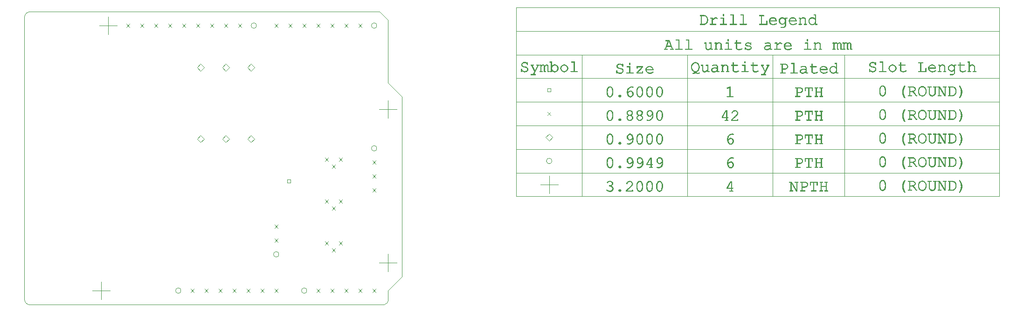
<source format=gbr>
G04 Generated by Ultiboard 14.1 *
%FSLAX34Y34*%
%MOMM*%

%ADD10C,0.0001*%
%ADD11C,0.1000*%
%ADD12C,0.0100*%
%ADD13C,0.0010*%


G04 ColorRGB 000000 for the following layer *
%LNDrill Symbols-Copper Top-Copper Bottom*%
%LPD*%
G54D11*
X660400Y339600D02*
X660400Y371600D01*
X644400Y355600D02*
X676400Y355600D01*
X139700Y9400D02*
X139700Y41400D01*
X123700Y25400D02*
X155700Y25400D01*
X644400Y76200D02*
X676400Y76200D01*
X660400Y60200D02*
X660400Y92200D01*
X136400Y508000D02*
X168400Y508000D01*
X152400Y492000D02*
X152400Y524000D01*
X952849Y202440D02*
X952849Y234440D01*
X936849Y218440D02*
X968849Y218440D01*
G54D12*
X454057Y28543D02*
X460343Y22257D01*
X454057Y22257D02*
X460343Y28543D01*
X274425Y25400D02*
G75*
D01*
G02X274425Y25400I4975J0*
G01*
X327057Y22257D02*
X333343Y28543D01*
X327057Y28543D02*
X333343Y22257D01*
X301657Y22257D02*
X307943Y28543D01*
X301657Y28543D02*
X307943Y22257D01*
X352457Y28543D02*
X358743Y22257D01*
X352457Y22257D02*
X358743Y28543D01*
X403257Y22257D02*
X409543Y28543D01*
X403257Y28543D02*
X409543Y22257D01*
X377857Y22257D02*
X384143Y28543D01*
X377857Y28543D02*
X384143Y22257D01*
X428657Y22257D02*
X434943Y28543D01*
X428657Y28543D02*
X434943Y22257D01*
X530257Y22257D02*
X536543Y28543D01*
X530257Y28543D02*
X536543Y22257D01*
X503025Y25400D02*
G75*
D01*
G02X503025Y25400I4975J0*
G01*
X555657Y22257D02*
X561943Y28543D01*
X555657Y28543D02*
X561943Y22257D01*
X606457Y22257D02*
X612743Y28543D01*
X606457Y28543D02*
X612743Y22257D01*
X581057Y22257D02*
X587343Y28543D01*
X581057Y28543D02*
X587343Y22257D01*
X631857Y28543D02*
X638143Y22257D01*
X631857Y22257D02*
X638143Y28543D01*
X337217Y504857D02*
X343503Y511143D01*
X337217Y511143D02*
X343503Y504857D01*
X411585Y508000D02*
G75*
D01*
G02X411585Y508000I4975J0*
G01*
X362617Y504857D02*
X368903Y511143D01*
X362617Y511143D02*
X368903Y504857D01*
X388017Y504857D02*
X394303Y511143D01*
X388017Y511143D02*
X394303Y504857D01*
X286417Y504857D02*
X292703Y511143D01*
X286417Y511143D02*
X292703Y504857D01*
X311817Y504857D02*
X318103Y511143D01*
X311817Y511143D02*
X318103Y504857D01*
X261017Y504857D02*
X267303Y511143D01*
X261017Y511143D02*
X267303Y504857D01*
X210217Y504857D02*
X216503Y511143D01*
X210217Y511143D02*
X216503Y504857D01*
X235617Y511143D02*
X241903Y504857D01*
X235617Y504857D02*
X241903Y511143D01*
X184817Y504857D02*
X191103Y511143D01*
X184817Y511143D02*
X191103Y504857D01*
X454057Y504857D02*
X460343Y511143D01*
X454057Y511143D02*
X460343Y504857D01*
X630025Y508000D02*
G75*
D01*
G02X630025Y508000I4975J0*
G01*
X581057Y504857D02*
X587343Y511143D01*
X581057Y511143D02*
X587343Y504857D01*
X606457Y511143D02*
X612743Y504857D01*
X606457Y504857D02*
X612743Y511143D01*
X555657Y504857D02*
X561943Y511143D01*
X555657Y511143D02*
X561943Y504857D01*
X504857Y504857D02*
X511143Y511143D01*
X504857Y511143D02*
X511143Y504857D01*
X530257Y504857D02*
X536543Y511143D01*
X530257Y511143D02*
X536543Y504857D01*
X479457Y504857D02*
X485743Y511143D01*
X479457Y511143D02*
X485743Y504857D01*
X477000Y222000D02*
X483000Y222000D01*
X483000Y228000D01*
X477000Y228000D01*
X477000Y222000D01*
X454057Y113697D02*
X460343Y119983D01*
X454057Y119983D02*
X460343Y113697D01*
X452225Y91440D02*
G75*
D01*
G02X452225Y91440I4975J0*
G01*
X454057Y139097D02*
X460343Y145383D01*
X454057Y145383D02*
X460343Y139097D01*
X631857Y230537D02*
X638143Y236823D01*
X631857Y236823D02*
X638143Y230537D01*
X631857Y262223D02*
X638143Y255937D01*
X631857Y255937D02*
X638143Y262223D01*
X630025Y284480D02*
G75*
D01*
G02X630025Y284480I4975J0*
G01*
X631857Y205137D02*
X638143Y211423D01*
X631857Y211423D02*
X638143Y205137D01*
X320040Y295436D02*
X326404Y301800D01*
X320040Y308164D01*
X313676Y301800D01*
X320040Y295436D01*
X320040Y425436D02*
X326404Y431800D01*
X320040Y438164D01*
X313676Y431800D01*
X320040Y425436D01*
X365760Y295436D02*
X372124Y301800D01*
X365760Y308164D01*
X359396Y301800D01*
X365760Y295436D01*
X365760Y425436D02*
X372124Y431800D01*
X365760Y438164D01*
X359396Y431800D01*
X365760Y425436D01*
X411480Y295436D02*
X417844Y301800D01*
X411480Y308164D01*
X405116Y301800D01*
X411480Y295436D01*
X411480Y425436D02*
X417844Y431800D01*
X411480Y438164D01*
X405116Y431800D01*
X411480Y425436D01*
X570897Y184817D02*
X577183Y191103D01*
X570897Y191103D02*
X577183Y184817D01*
X558197Y172117D02*
X564483Y178403D01*
X558197Y178403D02*
X564483Y172117D01*
X545497Y184817D02*
X551783Y191103D01*
X545497Y191103D02*
X551783Y184817D01*
X570897Y108617D02*
X577183Y114903D01*
X570897Y114903D02*
X577183Y108617D01*
X558197Y95917D02*
X564483Y102203D01*
X558197Y102203D02*
X564483Y95917D01*
X545497Y108617D02*
X551783Y114903D01*
X545497Y114903D02*
X551783Y108617D01*
X570897Y261017D02*
X577183Y267303D01*
X570897Y267303D02*
X577183Y261017D01*
X558197Y248317D02*
X564483Y254603D01*
X558197Y254603D02*
X564483Y248317D01*
X545497Y261017D02*
X551783Y267303D01*
X545497Y267303D02*
X551783Y261017D01*
X947874Y261440D02*
G75*
D01*
G02X947874Y261440I4975J0*
G01*
X952849Y298076D02*
X959213Y304440D01*
X952849Y310804D01*
X946485Y304440D01*
X952849Y298076D01*
X949706Y344297D02*
X955992Y350583D01*
X949706Y350583D02*
X955992Y344297D01*
X949849Y387440D02*
X955849Y387440D01*
X955849Y393440D01*
X949849Y393440D01*
X949849Y387440D01*
G54D13*
G36*
X1065831Y223010D02*
X1065831Y223010D01*
X1065911Y224509D01*
X1065224Y223472D01*
X1065831Y223010D01*
D02*
G37*
X1065911Y224509D01*
X1065224Y223472D01*
X1065831Y223010D01*
G36*
X1065911Y224509D02*
X1065911Y224509D01*
X1065831Y223010D01*
X1066325Y222463D01*
X1065911Y224509D01*
D02*
G37*
X1065831Y223010D01*
X1066325Y222463D01*
X1065911Y224509D01*
G36*
X1066325Y222463D02*
X1066325Y222463D01*
X1066710Y223897D01*
X1065911Y224509D01*
X1066325Y222463D01*
D02*
G37*
X1066710Y223897D01*
X1065911Y224509D01*
X1066325Y222463D01*
G36*
X1066710Y223897D02*
X1066710Y223897D01*
X1066325Y222463D01*
X1066889Y221247D01*
X1066710Y223897D01*
D02*
G37*
X1066325Y222463D01*
X1066889Y221247D01*
X1066710Y223897D01*
G36*
X1066889Y221247D02*
X1066889Y221247D01*
X1067364Y223164D01*
X1066710Y223897D01*
X1066889Y221247D01*
D02*
G37*
X1067364Y223164D01*
X1066710Y223897D01*
X1066889Y221247D01*
G36*
X1067364Y223164D02*
X1067364Y223164D01*
X1066889Y221247D01*
X1066959Y220579D01*
X1067364Y223164D01*
D02*
G37*
X1066889Y221247D01*
X1066959Y220579D01*
X1067364Y223164D01*
G36*
X1066959Y220579D02*
X1066959Y220579D01*
X1067486Y218235D01*
X1067364Y223164D01*
X1066959Y220579D01*
D02*
G37*
X1067486Y218235D01*
X1067364Y223164D01*
X1066959Y220579D01*
G36*
X1067486Y218235D02*
X1067486Y218235D01*
X1066959Y220579D01*
X1066892Y219932D01*
X1067486Y218235D01*
D02*
G37*
X1066959Y220579D01*
X1066892Y219932D01*
X1067486Y218235D01*
G36*
X1066892Y219932D02*
X1066892Y219932D01*
X1066600Y217246D01*
X1067486Y218235D01*
X1066892Y219932D01*
D02*
G37*
X1066600Y217246D01*
X1067486Y218235D01*
X1066892Y219932D01*
G36*
X1066600Y217246D02*
X1066600Y217246D01*
X1066892Y219932D01*
X1066354Y218760D01*
X1066600Y217246D01*
D02*
G37*
X1066892Y219932D01*
X1066354Y218760D01*
X1066600Y217246D01*
G36*
X1066354Y218760D02*
X1066354Y218760D01*
X1065882Y218235D01*
X1066600Y217246D01*
X1066354Y218760D01*
D02*
G37*
X1065882Y218235D01*
X1066600Y217246D01*
X1066354Y218760D01*
G36*
X1061664Y223955D02*
X1061664Y223955D01*
X1061789Y225218D01*
X1060543Y223626D01*
X1061664Y223955D01*
D02*
G37*
X1061789Y225218D01*
X1060543Y223626D01*
X1061664Y223955D01*
G36*
X1061789Y225218D02*
X1061789Y225218D01*
X1061664Y223955D01*
X1062887Y224065D01*
X1061789Y225218D01*
D02*
G37*
X1061664Y223955D01*
X1062887Y224065D01*
X1061789Y225218D01*
G36*
X1062887Y224065D02*
X1062887Y224065D01*
X1062887Y225295D01*
X1061789Y225218D01*
X1062887Y224065D01*
D02*
G37*
X1062887Y225295D01*
X1061789Y225218D01*
X1062887Y224065D01*
G36*
X1062887Y225295D02*
X1062887Y225295D01*
X1062887Y224065D01*
X1063752Y223999D01*
X1062887Y225295D01*
D02*
G37*
X1062887Y224065D01*
X1063752Y223999D01*
X1062887Y225295D01*
G36*
X1063752Y223999D02*
X1063752Y223999D01*
X1063999Y225208D01*
X1062887Y225295D01*
X1063752Y223999D01*
D02*
G37*
X1063999Y225208D01*
X1062887Y225295D01*
X1063752Y223999D01*
G36*
X1063999Y225208D02*
X1063999Y225208D01*
X1063752Y223999D01*
X1065224Y223472D01*
X1063999Y225208D01*
D02*
G37*
X1063752Y223999D01*
X1065224Y223472D01*
X1063999Y225208D01*
G36*
X1065224Y223472D02*
X1065224Y223472D01*
X1065911Y224509D01*
X1063999Y225208D01*
X1065224Y223472D01*
D02*
G37*
X1065911Y224509D01*
X1063999Y225208D01*
X1065224Y223472D01*
G36*
X1058829Y222424D02*
X1058829Y222424D01*
X1058859Y224050D01*
X1058622Y222188D01*
X1058829Y222424D01*
D02*
G37*
X1058859Y224050D01*
X1058622Y222188D01*
X1058829Y222424D01*
G36*
X1058859Y224050D02*
X1058859Y224050D01*
X1058829Y222424D01*
X1059580Y223106D01*
X1058859Y224050D01*
D02*
G37*
X1058829Y222424D01*
X1059580Y223106D01*
X1058859Y224050D01*
G36*
X1059580Y223106D02*
X1059580Y223106D01*
X1059775Y224595D01*
X1058859Y224050D01*
X1059580Y223106D01*
D02*
G37*
X1059775Y224595D01*
X1058859Y224050D01*
X1059580Y223106D01*
G36*
X1059775Y224595D02*
X1059775Y224595D01*
X1059580Y223106D01*
X1060543Y223626D01*
X1059775Y224595D01*
D02*
G37*
X1059580Y223106D01*
X1060543Y223626D01*
X1059775Y224595D01*
G36*
X1060543Y223626D02*
X1060543Y223626D01*
X1061789Y225218D01*
X1059775Y224595D01*
X1060543Y223626D01*
D02*
G37*
X1061789Y225218D01*
X1059775Y224595D01*
X1060543Y223626D01*
G36*
X1058859Y224050D02*
X1058859Y224050D01*
X1057903Y223234D01*
X1057954Y222042D01*
X1058859Y224050D01*
D02*
G37*
X1057903Y223234D01*
X1057954Y222042D01*
X1058859Y224050D01*
G36*
X1058859Y224050D01*
X1057954Y222042D01*
X1058185Y222000D01*
X1058859Y224050D01*
D02*
G37*
X1057954Y222042D01*
X1058185Y222000D01*
X1058859Y224050D01*
G36*
X1058859Y224050D01*
X1058185Y222000D01*
X1058337Y222016D01*
X1058859Y224050D01*
D02*
G37*
X1058185Y222000D01*
X1058337Y222016D01*
X1058859Y224050D01*
G36*
X1058859Y224050D01*
X1058337Y222016D01*
X1058470Y222065D01*
X1058859Y224050D01*
D02*
G37*
X1058337Y222016D01*
X1058470Y222065D01*
X1058859Y224050D01*
G36*
X1058859Y224050D01*
X1058470Y222065D01*
X1058622Y222188D01*
X1058859Y224050D01*
D02*
G37*
X1058470Y222065D01*
X1058622Y222188D01*
X1058859Y224050D01*
G36*
X1057903Y223234D02*
X1057903Y223234D01*
X1057584Y222571D01*
X1057628Y222353D01*
X1057903Y223234D01*
D02*
G37*
X1057584Y222571D01*
X1057628Y222353D01*
X1057903Y223234D01*
G36*
X1057903Y223234D01*
X1057628Y222353D01*
X1057760Y222168D01*
X1057903Y223234D01*
D02*
G37*
X1057628Y222353D01*
X1057760Y222168D01*
X1057903Y223234D01*
G36*
X1057903Y223234D01*
X1057760Y222168D01*
X1057954Y222042D01*
X1057903Y223234D01*
D02*
G37*
X1057760Y222168D01*
X1057954Y222042D01*
X1057903Y223234D01*
G36*
X1068111Y221497D02*
X1068111Y221497D01*
X1067364Y223164D01*
X1067486Y218235D01*
X1068111Y221497D01*
D02*
G37*
X1067364Y223164D01*
X1067486Y218235D01*
X1068111Y221497D01*
G36*
X1068111Y221497D01*
X1067486Y218235D01*
X1068025Y219367D01*
X1068111Y221497D01*
D02*
G37*
X1067486Y218235D01*
X1068025Y219367D01*
X1068111Y221497D01*
G36*
X1068111Y221497D01*
X1068025Y219367D01*
X1068204Y220564D01*
X1068111Y221497D01*
D02*
G37*
X1068025Y219367D01*
X1068204Y220564D01*
X1068111Y221497D01*
G36*
X1065882Y218235D02*
X1065882Y218235D01*
X1065377Y216477D01*
X1066600Y217246D01*
X1065882Y218235D01*
D02*
G37*
X1065377Y216477D01*
X1066600Y217246D01*
X1065882Y218235D01*
G36*
X1065377Y216477D02*
X1065377Y216477D01*
X1065882Y218235D01*
X1065308Y217793D01*
X1065377Y216477D01*
D02*
G37*
X1065882Y218235D01*
X1065308Y217793D01*
X1065377Y216477D01*
G36*
X1065308Y217793D02*
X1065308Y217793D01*
X1064879Y215400D01*
X1065377Y216477D01*
X1065308Y217793D01*
D02*
G37*
X1064879Y215400D01*
X1065377Y216477D01*
X1065308Y217793D01*
G36*
X1064879Y215400D02*
X1064879Y215400D01*
X1065308Y217793D01*
X1063942Y217287D01*
X1064879Y215400D01*
D02*
G37*
X1065308Y217793D01*
X1063942Y217287D01*
X1064879Y215400D01*
G36*
X1063942Y217287D02*
X1063942Y217287D01*
X1063539Y215856D01*
X1064879Y215400D01*
X1063942Y217287D01*
D02*
G37*
X1063539Y215856D01*
X1064879Y215400D01*
X1063942Y217287D01*
G36*
X1063539Y215856D02*
X1063539Y215856D01*
X1063942Y217287D01*
X1063151Y217224D01*
X1063539Y215856D01*
D02*
G37*
X1063942Y217287D01*
X1063151Y217224D01*
X1063539Y215856D01*
G36*
X1063151Y217224D02*
X1063151Y217224D01*
X1062184Y216008D01*
X1063539Y215856D01*
X1063151Y217224D01*
D02*
G37*
X1062184Y216008D01*
X1063539Y215856D01*
X1063151Y217224D01*
G36*
X1062184Y216008D02*
X1062184Y216008D01*
X1063151Y217224D01*
X1062096Y217239D01*
X1062184Y216008D01*
D02*
G37*
X1063151Y217224D01*
X1062096Y217239D01*
X1062184Y216008D01*
G36*
X1062096Y217239D02*
X1062096Y217239D01*
X1061807Y216050D01*
X1062184Y216008D01*
X1062096Y217239D01*
D02*
G37*
X1061807Y216050D01*
X1062184Y216008D01*
X1062096Y217239D01*
G36*
X1061807Y216050D02*
X1061807Y216050D01*
X1062096Y217239D01*
X1061775Y217195D01*
X1061807Y216050D01*
D02*
G37*
X1062096Y217239D01*
X1061775Y217195D01*
X1061807Y216050D01*
G36*
X1061775Y217195D02*
X1061775Y217195D01*
X1061554Y216177D01*
X1061807Y216050D01*
X1061775Y217195D01*
D02*
G37*
X1061554Y216177D01*
X1061807Y216050D01*
X1061775Y217195D01*
G36*
X1061554Y216177D02*
X1061554Y216177D01*
X1061775Y217195D01*
X1061547Y217063D01*
X1061554Y216177D01*
D02*
G37*
X1061775Y217195D01*
X1061547Y217063D01*
X1061554Y216177D01*
G36*
X1061547Y217063D02*
X1061547Y217063D01*
X1061411Y216373D01*
X1061554Y216177D01*
X1061547Y217063D01*
D02*
G37*
X1061411Y216373D01*
X1061554Y216177D01*
X1061547Y217063D01*
G36*
X1061411Y216373D02*
X1061411Y216373D01*
X1061547Y217063D01*
X1061409Y216865D01*
X1061411Y216373D01*
D02*
G37*
X1061547Y217063D01*
X1061409Y216865D01*
X1061411Y216373D01*
G36*
X1061409Y216865D02*
X1061409Y216865D01*
X1061363Y216624D01*
X1061411Y216373D01*
X1061409Y216865D01*
D02*
G37*
X1061363Y216624D01*
X1061411Y216373D01*
X1061409Y216865D01*
G36*
X1068640Y213037D02*
X1068640Y213037D01*
X1068751Y210555D01*
X1068863Y211628D01*
X1068640Y213037D01*
D02*
G37*
X1068751Y210555D01*
X1068863Y211628D01*
X1068640Y213037D01*
G36*
X1068751Y210555D02*
X1068751Y210555D01*
X1068640Y213037D01*
X1067970Y214390D01*
X1068751Y210555D01*
D02*
G37*
X1068640Y213037D01*
X1067970Y214390D01*
X1068751Y210555D01*
G36*
X1067970Y214390D02*
X1067970Y214390D01*
X1067854Y208603D01*
X1068751Y210555D01*
X1067970Y214390D01*
D02*
G37*
X1067854Y208603D01*
X1068751Y210555D01*
X1067970Y214390D01*
G36*
X1067854Y208603D02*
X1067854Y208603D01*
X1067970Y214390D01*
X1067633Y211585D01*
X1067854Y208603D01*
D02*
G37*
X1067970Y214390D01*
X1067633Y211585D01*
X1067854Y208603D01*
G36*
X1067633Y211585D02*
X1067633Y211585D01*
X1067543Y210783D01*
X1067854Y208603D01*
X1067633Y211585D01*
D02*
G37*
X1067543Y210783D01*
X1067854Y208603D01*
X1067633Y211585D01*
G36*
X1066056Y214681D02*
X1066056Y214681D01*
X1066875Y215574D01*
X1065377Y216477D01*
X1066056Y214681D01*
D02*
G37*
X1066875Y215574D01*
X1065377Y216477D01*
X1066056Y214681D01*
G36*
X1066875Y215574D02*
X1066875Y215574D01*
X1066056Y214681D01*
X1066923Y213738D01*
X1066875Y215574D01*
D02*
G37*
X1066056Y214681D01*
X1066923Y213738D01*
X1066875Y215574D01*
G36*
X1066923Y213738D02*
X1066923Y213738D01*
X1067970Y214390D01*
X1066875Y215574D01*
X1066923Y213738D01*
D02*
G37*
X1067970Y214390D01*
X1066875Y215574D01*
X1066923Y213738D01*
G36*
X1067970Y214390D02*
X1067970Y214390D01*
X1066923Y213738D01*
X1067455Y212672D01*
X1067970Y214390D01*
D02*
G37*
X1066923Y213738D01*
X1067455Y212672D01*
X1067970Y214390D01*
G36*
X1067455Y212672D02*
X1067455Y212672D01*
X1067633Y211585D01*
X1067970Y214390D01*
X1067455Y212672D01*
D02*
G37*
X1067633Y211585D01*
X1067970Y214390D01*
X1067455Y212672D01*
G36*
X1067069Y207725D02*
X1067069Y207725D01*
X1067854Y208603D01*
X1067543Y210783D01*
X1067069Y207725D01*
D02*
G37*
X1067854Y208603D01*
X1067543Y210783D01*
X1067069Y207725D01*
G36*
X1067069Y207725D01*
X1067543Y210783D01*
X1066821Y209293D01*
X1067069Y207725D01*
D02*
G37*
X1067543Y210783D01*
X1066821Y209293D01*
X1067069Y207725D01*
G36*
X1067069Y207725D01*
X1066821Y209293D01*
X1066190Y208604D01*
X1067069Y207725D01*
D02*
G37*
X1066821Y209293D01*
X1066190Y208604D01*
X1067069Y207725D01*
G36*
X1067069Y207725D01*
X1066190Y208604D01*
X1066115Y206985D01*
X1067069Y207725D01*
D02*
G37*
X1066190Y208604D01*
X1066115Y206985D01*
X1067069Y207725D01*
G36*
X1065425Y208017D02*
X1065425Y208017D01*
X1063634Y207347D01*
X1063871Y206139D01*
X1065425Y208017D01*
D02*
G37*
X1063634Y207347D01*
X1063871Y206139D01*
X1065425Y208017D01*
G36*
X1065425Y208017D01*
X1063871Y206139D01*
X1066115Y206985D01*
X1065425Y208017D01*
D02*
G37*
X1063871Y206139D01*
X1066115Y206985D01*
X1065425Y208017D01*
G36*
X1065425Y208017D01*
X1066115Y206985D01*
X1066190Y208604D01*
X1065425Y208017D01*
D02*
G37*
X1066115Y206985D01*
X1066190Y208604D01*
X1065425Y208017D01*
G36*
X1060968Y206201D02*
X1060968Y206201D01*
X1061358Y207369D01*
X1059298Y206707D01*
X1060968Y206201D01*
D02*
G37*
X1061358Y207369D01*
X1059298Y206707D01*
X1060968Y206201D01*
G36*
X1061358Y207369D02*
X1061358Y207369D01*
X1060968Y206201D01*
X1062579Y206033D01*
X1061358Y207369D01*
D02*
G37*
X1060968Y206201D01*
X1062579Y206033D01*
X1061358Y207369D01*
G36*
X1062579Y206033D02*
X1062579Y206033D01*
X1062609Y207263D01*
X1061358Y207369D01*
X1062579Y206033D01*
D02*
G37*
X1062609Y207263D01*
X1061358Y207369D01*
X1062579Y206033D01*
G36*
X1062609Y207263D02*
X1062609Y207263D01*
X1062579Y206033D01*
X1063871Y206139D01*
X1062609Y207263D01*
D02*
G37*
X1062579Y206033D01*
X1063871Y206139D01*
X1062609Y207263D01*
G36*
X1063871Y206139D02*
X1063871Y206139D01*
X1063634Y207347D01*
X1062609Y207263D01*
X1063871Y206139D01*
D02*
G37*
X1063634Y207347D01*
X1062609Y207263D01*
X1063871Y206139D01*
G36*
X1058956Y208211D02*
X1058956Y208211D01*
X1057804Y208948D01*
X1057855Y207388D01*
X1058956Y208211D01*
D02*
G37*
X1057804Y208948D01*
X1057855Y207388D01*
X1058956Y208211D01*
G36*
X1058956Y208211D01*
X1057855Y207388D01*
X1059298Y206707D01*
X1058956Y208211D01*
D02*
G37*
X1057855Y207388D01*
X1059298Y206707D01*
X1058956Y208211D01*
G36*
X1058956Y208211D01*
X1059298Y206707D01*
X1061358Y207369D01*
X1058956Y208211D01*
D02*
G37*
X1059298Y206707D01*
X1061358Y207369D01*
X1058956Y208211D01*
G36*
X1057855Y207388D02*
X1057855Y207388D01*
X1057804Y208948D01*
X1057526Y209113D01*
X1057855Y207388D01*
D02*
G37*
X1057804Y208948D01*
X1057526Y209113D01*
X1057855Y207388D01*
G36*
X1057855Y207388D01*
X1057526Y209113D01*
X1057277Y209168D01*
X1057855Y207388D01*
D02*
G37*
X1057526Y209113D01*
X1057277Y209168D01*
X1057855Y207388D01*
G36*
X1057855Y207388D01*
X1057277Y209168D01*
X1057059Y209124D01*
X1057855Y207388D01*
D02*
G37*
X1057277Y209168D01*
X1057059Y209124D01*
X1057855Y207388D01*
G36*
X1057855Y207388D01*
X1057059Y209124D01*
X1056925Y208084D01*
X1057855Y207388D01*
D02*
G37*
X1057059Y209124D01*
X1056925Y208084D01*
X1057855Y207388D01*
G36*
X1056874Y208992D02*
X1056874Y208992D01*
X1056747Y208801D01*
X1056760Y208325D01*
X1056874Y208992D01*
D02*
G37*
X1056747Y208801D01*
X1056760Y208325D01*
X1056874Y208992D01*
G36*
X1056874Y208992D01*
X1056760Y208325D01*
X1056925Y208084D01*
X1056874Y208992D01*
D02*
G37*
X1056760Y208325D01*
X1056925Y208084D01*
X1056874Y208992D01*
G36*
X1056874Y208992D01*
X1056925Y208084D01*
X1057059Y209124D01*
X1056874Y208992D01*
D02*
G37*
X1056925Y208084D01*
X1057059Y209124D01*
X1056874Y208992D01*
G36*
X1056760Y208325D02*
X1056760Y208325D01*
X1056747Y208801D01*
X1056705Y208582D01*
X1056760Y208325D01*
D02*
G37*
X1056747Y208801D01*
X1056705Y208582D01*
X1056760Y208325D01*
G36*
X1065377Y216477D02*
X1065377Y216477D01*
X1064879Y215400D01*
X1066056Y214681D01*
X1065377Y216477D01*
D02*
G37*
X1064879Y215400D01*
X1066056Y214681D01*
X1065377Y216477D01*
G36*
X1080597Y210003D02*
X1080597Y210003D01*
X1079844Y209860D01*
X1080597Y210003D01*
D02*
G37*
X1079844Y209860D01*
X1080597Y210003D01*
G36*
X1080597Y210003D01*
X1079844Y209860D01*
X1079198Y209431D01*
X1080597Y210003D01*
D02*
G37*
X1079844Y209860D01*
X1079198Y209431D01*
X1080597Y210003D01*
G36*
X1080597Y210003D01*
X1079198Y209431D01*
X1078753Y208790D01*
X1080597Y210003D01*
D02*
G37*
X1079198Y209431D01*
X1078753Y208790D01*
X1080597Y210003D01*
G36*
X1080597Y210003D01*
X1078753Y208790D01*
X1078605Y208010D01*
X1080597Y210003D01*
D02*
G37*
X1078753Y208790D01*
X1078605Y208010D01*
X1080597Y210003D01*
G36*
X1080597Y210003D01*
X1078605Y208010D01*
X1078751Y207250D01*
X1080597Y210003D01*
D02*
G37*
X1078605Y208010D01*
X1078751Y207250D01*
X1080597Y210003D01*
G36*
X1080597Y210003D01*
X1078751Y207250D01*
X1079191Y206611D01*
X1080597Y210003D01*
D02*
G37*
X1078751Y207250D01*
X1079191Y206611D01*
X1080597Y210003D01*
G36*
X1080597Y210003D01*
X1079191Y206611D01*
X1079835Y206178D01*
X1080597Y210003D01*
D02*
G37*
X1079191Y206611D01*
X1079835Y206178D01*
X1080597Y210003D01*
G36*
X1080597Y210003D01*
X1079835Y206178D01*
X1080597Y206033D01*
X1080597Y210003D01*
D02*
G37*
X1079835Y206178D01*
X1080597Y206033D01*
X1080597Y210003D01*
G36*
X1080597Y210003D01*
X1080597Y206033D01*
X1081124Y206033D01*
X1080597Y210003D01*
D02*
G37*
X1080597Y206033D01*
X1081124Y206033D01*
X1080597Y210003D01*
G36*
X1080597Y210003D01*
X1081124Y206033D01*
X1081877Y206176D01*
X1080597Y210003D01*
D02*
G37*
X1081124Y206033D01*
X1081877Y206176D01*
X1080597Y210003D01*
G36*
X1080597Y210003D01*
X1081877Y206176D01*
X1082523Y206604D01*
X1080597Y210003D01*
D02*
G37*
X1081877Y206176D01*
X1082523Y206604D01*
X1080597Y210003D01*
G36*
X1080597Y210003D01*
X1082523Y206604D01*
X1082968Y207245D01*
X1080597Y210003D01*
D02*
G37*
X1082523Y206604D01*
X1082968Y207245D01*
X1080597Y210003D01*
G36*
X1080597Y210003D01*
X1082968Y207245D01*
X1083116Y208025D01*
X1080597Y210003D01*
D02*
G37*
X1082968Y207245D01*
X1083116Y208025D01*
X1080597Y210003D01*
G36*
X1080597Y210003D01*
X1083116Y208025D01*
X1082970Y208785D01*
X1080597Y210003D01*
D02*
G37*
X1083116Y208025D01*
X1082970Y208785D01*
X1080597Y210003D01*
G36*
X1080597Y210003D01*
X1082970Y208785D01*
X1082530Y209424D01*
X1080597Y210003D01*
D02*
G37*
X1082970Y208785D01*
X1082530Y209424D01*
X1080597Y210003D01*
G36*
X1080597Y210003D01*
X1082530Y209424D01*
X1081886Y209858D01*
X1080597Y210003D01*
D02*
G37*
X1082530Y209424D01*
X1081886Y209858D01*
X1080597Y210003D01*
G36*
X1080597Y210003D01*
X1081886Y209858D01*
X1081124Y210003D01*
X1080597Y210003D01*
D02*
G37*
X1081886Y209858D01*
X1081124Y210003D01*
X1080597Y210003D01*
G36*
X1104254Y206472D02*
X1104254Y206472D01*
X1104254Y208186D01*
X1104210Y208563D01*
X1104254Y206472D01*
D02*
G37*
X1104254Y208186D01*
X1104210Y208563D01*
X1104254Y206472D01*
G36*
X1104254Y206472D01*
X1104210Y208563D01*
X1104078Y208816D01*
X1104254Y206472D01*
D02*
G37*
X1104210Y208563D01*
X1104078Y208816D01*
X1104254Y206472D01*
G36*
X1104254Y206472D01*
X1104078Y208816D01*
X1103881Y208959D01*
X1104254Y206472D01*
D02*
G37*
X1104078Y208816D01*
X1103881Y208959D01*
X1104254Y206472D01*
G36*
X1104254Y206472D01*
X1103881Y208959D01*
X1103639Y209006D01*
X1104254Y206472D01*
D02*
G37*
X1103881Y208959D01*
X1103639Y209006D01*
X1104254Y206472D01*
G36*
X1104254Y206472D01*
X1103639Y209006D01*
X1103386Y208959D01*
X1104254Y206472D01*
D02*
G37*
X1103639Y209006D01*
X1103386Y208959D01*
X1104254Y206472D01*
G36*
X1104254Y206472D01*
X1103386Y208959D01*
X1103185Y208816D01*
X1104254Y206472D01*
D02*
G37*
X1103386Y208959D01*
X1103185Y208816D01*
X1104254Y206472D01*
G36*
X1104254Y206472D01*
X1103185Y208816D01*
X1103053Y208563D01*
X1104254Y206472D01*
D02*
G37*
X1103185Y208816D01*
X1103053Y208563D01*
X1104254Y206472D01*
G36*
X1104254Y206472D01*
X1103053Y208563D01*
X1103009Y208186D01*
X1104254Y206472D01*
D02*
G37*
X1103053Y208563D01*
X1103009Y208186D01*
X1104254Y206472D01*
G36*
X1104254Y206472D01*
X1103009Y208186D01*
X1103009Y207703D01*
X1104254Y206472D01*
D02*
G37*
X1103009Y208186D01*
X1103009Y207703D01*
X1104254Y206472D01*
G36*
X1104254Y206472D01*
X1103009Y207703D01*
X1093561Y207703D01*
X1104254Y206472D01*
D02*
G37*
X1103009Y207703D01*
X1093561Y207703D01*
X1104254Y206472D01*
G36*
X1104254Y206472D01*
X1093561Y207703D01*
X1092360Y206472D01*
X1104254Y206472D01*
D02*
G37*
X1093561Y207703D01*
X1092360Y206472D01*
X1104254Y206472D01*
G36*
X1101925Y217532D02*
X1101925Y217532D01*
X1102084Y215911D01*
X1102443Y218248D01*
X1101925Y217532D01*
D02*
G37*
X1102084Y215911D01*
X1102443Y218248D01*
X1101925Y217532D01*
G36*
X1102084Y215911D02*
X1102084Y215911D01*
X1101925Y217532D01*
X1101050Y216554D01*
X1102084Y215911D01*
D02*
G37*
X1101925Y217532D01*
X1101050Y216554D01*
X1102084Y215911D01*
G36*
X1101050Y216554D02*
X1101050Y216554D01*
X1100621Y214426D01*
X1102084Y215911D01*
X1101050Y216554D01*
D02*
G37*
X1100621Y214426D01*
X1102084Y215911D01*
X1101050Y216554D01*
G36*
X1100621Y214426D02*
X1100621Y214426D01*
X1101050Y216554D01*
X1099654Y215144D01*
X1100621Y214426D01*
D02*
G37*
X1101050Y216554D01*
X1099654Y215144D01*
X1100621Y214426D01*
G36*
X1099654Y215144D02*
X1099654Y215144D01*
X1096688Y210629D01*
X1100621Y214426D01*
X1099654Y215144D01*
D02*
G37*
X1096688Y210629D01*
X1100621Y214426D01*
X1099654Y215144D01*
G36*
X1096688Y210629D02*
X1096688Y210629D01*
X1099654Y215144D01*
X1096058Y211687D01*
X1096688Y210629D01*
D02*
G37*
X1099654Y215144D01*
X1096058Y211687D01*
X1096688Y210629D01*
G36*
X1096058Y211687D02*
X1096058Y211687D01*
X1093561Y207791D01*
X1096688Y210629D01*
X1096058Y211687D01*
D02*
G37*
X1093561Y207791D01*
X1096688Y210629D01*
X1096058Y211687D01*
G36*
X1093561Y207791D02*
X1093561Y207791D01*
X1096058Y211687D01*
X1092360Y208289D01*
X1093561Y207791D01*
D02*
G37*
X1096058Y211687D01*
X1092360Y208289D01*
X1093561Y207791D01*
G36*
X1092360Y208289D02*
X1092360Y208289D01*
X1093561Y207703D01*
X1093561Y207791D01*
X1092360Y208289D01*
D02*
G37*
X1093561Y207703D01*
X1093561Y207791D01*
X1092360Y208289D01*
G36*
X1093561Y207703D02*
X1093561Y207703D01*
X1092360Y208289D01*
X1092360Y206472D01*
X1093561Y207703D01*
D02*
G37*
X1092360Y208289D01*
X1092360Y206472D01*
X1093561Y207703D01*
G36*
X1104136Y221065D02*
X1104136Y221065D01*
X1103308Y222874D01*
X1103586Y217777D01*
X1104136Y221065D01*
D02*
G37*
X1103308Y222874D01*
X1103586Y217777D01*
X1104136Y221065D01*
G36*
X1104136Y221065D01*
X1103586Y217777D01*
X1103961Y218521D01*
X1104136Y221065D01*
D02*
G37*
X1103586Y217777D01*
X1103961Y218521D01*
X1104136Y221065D01*
G36*
X1104136Y221065D01*
X1103961Y218521D01*
X1104170Y219266D01*
X1104136Y221065D01*
D02*
G37*
X1103961Y218521D01*
X1104170Y219266D01*
X1104136Y221065D01*
G36*
X1104136Y221065D01*
X1104170Y219266D01*
X1104239Y220081D01*
X1104136Y221065D01*
D02*
G37*
X1104170Y219266D01*
X1104239Y220081D01*
X1104136Y221065D01*
G36*
X1103016Y216968D02*
X1103016Y216968D01*
X1103586Y217777D01*
X1103308Y222874D01*
X1103016Y216968D01*
D02*
G37*
X1103586Y217777D01*
X1103308Y222874D01*
X1103016Y216968D01*
G36*
X1103016Y216968D01*
X1103308Y222874D01*
X1102994Y220037D01*
X1103016Y216968D01*
D02*
G37*
X1103308Y222874D01*
X1102994Y220037D01*
X1103016Y216968D01*
G36*
X1103016Y216968D01*
X1102994Y220037D01*
X1102938Y219453D01*
X1103016Y216968D01*
D02*
G37*
X1102994Y220037D01*
X1102938Y219453D01*
X1103016Y216968D01*
G36*
X1103016Y216968D01*
X1102938Y219453D01*
X1102767Y218872D01*
X1103016Y216968D01*
D02*
G37*
X1102938Y219453D01*
X1102767Y218872D01*
X1103016Y216968D01*
G36*
X1103016Y216968D01*
X1102767Y218872D01*
X1102443Y218248D01*
X1103016Y216968D01*
D02*
G37*
X1102767Y218872D01*
X1102443Y218248D01*
X1103016Y216968D01*
G36*
X1103016Y216968D01*
X1102443Y218248D01*
X1102084Y215911D01*
X1103016Y216968D01*
D02*
G37*
X1102443Y218248D01*
X1102084Y215911D01*
X1103016Y216968D01*
G36*
X1102277Y222204D02*
X1102277Y222204D01*
X1102584Y223699D01*
X1101720Y222835D01*
X1102277Y222204D01*
D02*
G37*
X1102584Y223699D01*
X1101720Y222835D01*
X1102277Y222204D01*
G36*
X1102584Y223699D02*
X1102584Y223699D01*
X1102277Y222204D01*
X1102915Y220805D01*
X1102584Y223699D01*
D02*
G37*
X1102277Y222204D01*
X1102915Y220805D01*
X1102584Y223699D01*
G36*
X1102915Y220805D02*
X1102915Y220805D01*
X1103308Y222874D01*
X1102584Y223699D01*
X1102915Y220805D01*
D02*
G37*
X1103308Y222874D01*
X1102584Y223699D01*
X1102915Y220805D01*
G36*
X1103308Y222874D02*
X1103308Y222874D01*
X1102915Y220805D01*
X1102994Y220037D01*
X1103308Y222874D01*
D02*
G37*
X1102915Y220805D01*
X1102994Y220037D01*
X1103308Y222874D01*
G36*
X1099512Y223974D02*
X1099512Y223974D01*
X1099739Y225196D01*
X1098644Y224050D01*
X1099512Y223974D01*
D02*
G37*
X1099739Y225196D01*
X1098644Y224050D01*
X1099512Y223974D01*
G36*
X1099739Y225196D02*
X1099739Y225196D01*
X1099512Y223974D01*
X1101050Y223366D01*
X1099739Y225196D01*
D02*
G37*
X1099512Y223974D01*
X1101050Y223366D01*
X1099739Y225196D01*
G36*
X1101050Y223366D02*
X1101050Y223366D01*
X1101716Y224397D01*
X1099739Y225196D01*
X1101050Y223366D01*
D02*
G37*
X1101716Y224397D01*
X1099739Y225196D01*
X1101050Y223366D01*
G36*
X1101716Y224397D02*
X1101716Y224397D01*
X1101050Y223366D01*
X1101720Y222835D01*
X1101716Y224397D01*
D02*
G37*
X1101050Y223366D01*
X1101720Y222835D01*
X1101716Y224397D01*
G36*
X1101720Y222835D02*
X1101720Y222835D01*
X1102584Y223699D01*
X1101716Y224397D01*
X1101720Y222835D01*
D02*
G37*
X1102584Y223699D01*
X1101716Y224397D01*
X1101720Y222835D01*
G36*
X1095787Y223128D02*
X1095787Y223128D01*
X1095853Y224607D01*
X1094762Y222095D01*
X1095787Y223128D01*
D02*
G37*
X1095853Y224607D01*
X1094762Y222095D01*
X1095787Y223128D01*
G36*
X1095853Y224607D02*
X1095853Y224607D01*
X1095787Y223128D01*
X1097124Y223820D01*
X1095853Y224607D01*
D02*
G37*
X1095787Y223128D01*
X1097124Y223820D01*
X1095853Y224607D01*
G36*
X1097124Y223820D02*
X1097124Y223820D01*
X1097225Y225123D01*
X1095853Y224607D01*
X1097124Y223820D01*
D02*
G37*
X1097225Y225123D01*
X1095853Y224607D01*
X1097124Y223820D01*
G36*
X1097225Y225123D02*
X1097225Y225123D01*
X1097124Y223820D01*
X1098644Y224050D01*
X1097225Y225123D01*
D02*
G37*
X1097124Y223820D01*
X1098644Y224050D01*
X1097225Y225123D01*
G36*
X1098644Y224050D02*
X1098644Y224050D01*
X1098629Y225295D01*
X1097225Y225123D01*
X1098644Y224050D01*
D02*
G37*
X1098629Y225295D01*
X1097225Y225123D01*
X1098644Y224050D01*
G36*
X1098629Y225295D02*
X1098629Y225295D01*
X1098644Y224050D01*
X1099739Y225196D01*
X1098629Y225295D01*
D02*
G37*
X1098644Y224050D01*
X1099739Y225196D01*
X1098629Y225295D01*
G36*
X1094645Y223790D02*
X1094645Y223790D01*
X1093729Y222717D01*
X1093766Y220278D01*
X1094645Y223790D01*
D02*
G37*
X1093729Y222717D01*
X1093766Y220278D01*
X1094645Y223790D01*
G36*
X1094645Y223790D01*
X1093766Y220278D01*
X1093956Y220388D01*
X1094645Y223790D01*
D02*
G37*
X1093766Y220278D01*
X1093956Y220388D01*
X1094645Y223790D01*
G36*
X1094645Y223790D01*
X1093956Y220388D01*
X1094077Y220553D01*
X1094645Y223790D01*
D02*
G37*
X1093956Y220388D01*
X1094077Y220553D01*
X1094645Y223790D01*
G36*
X1094645Y223790D01*
X1094077Y220553D01*
X1094176Y220842D01*
X1094645Y223790D01*
D02*
G37*
X1094077Y220553D01*
X1094176Y220842D01*
X1094645Y223790D01*
G36*
X1094645Y223790D01*
X1094176Y220842D01*
X1094762Y222095D01*
X1094645Y223790D01*
D02*
G37*
X1094176Y220842D01*
X1094762Y222095D01*
X1094645Y223790D01*
G36*
X1094645Y223790D01*
X1094762Y222095D01*
X1095853Y224607D01*
X1094645Y223790D01*
D02*
G37*
X1094762Y222095D01*
X1095853Y224607D01*
X1094645Y223790D01*
G36*
X1093129Y220410D02*
X1093129Y220410D01*
X1093152Y221641D01*
X1093002Y220595D01*
X1093129Y220410D01*
D02*
G37*
X1093152Y221641D01*
X1093002Y220595D01*
X1093129Y220410D01*
G36*
X1093152Y221641D02*
X1093152Y221641D01*
X1093129Y220410D01*
X1093317Y220284D01*
X1093152Y221641D01*
D02*
G37*
X1093129Y220410D01*
X1093317Y220284D01*
X1093152Y221641D01*
G36*
X1093317Y220284D02*
X1093317Y220284D01*
X1093729Y222717D01*
X1093152Y221641D01*
X1093317Y220284D01*
D02*
G37*
X1093729Y222717D01*
X1093152Y221641D01*
X1093317Y220284D01*
G36*
X1093729Y222717D02*
X1093729Y222717D01*
X1093317Y220284D01*
X1093546Y220242D01*
X1093729Y222717D01*
D02*
G37*
X1093317Y220284D01*
X1093546Y220242D01*
X1093729Y222717D01*
G36*
X1093546Y220242D02*
X1093546Y220242D01*
X1093766Y220278D01*
X1093729Y222717D01*
X1093546Y220242D01*
D02*
G37*
X1093766Y220278D01*
X1093729Y222717D01*
X1093546Y220242D01*
G36*
X1093002Y220595D02*
X1093002Y220595D01*
X1093152Y221641D01*
X1092960Y220813D01*
X1093002Y220595D01*
D02*
G37*
X1093152Y221641D01*
X1092960Y220813D01*
X1093002Y220595D01*
G36*
X1122425Y218770D02*
X1122425Y218770D01*
X1122184Y220139D01*
X1122388Y212252D01*
X1122425Y218770D01*
D02*
G37*
X1122184Y220139D01*
X1122388Y212252D01*
X1122425Y218770D01*
G36*
X1122425Y218770D01*
X1122388Y212252D01*
X1122506Y214133D01*
X1122425Y218770D01*
D02*
G37*
X1122388Y212252D01*
X1122506Y214133D01*
X1122425Y218770D01*
G36*
X1122425Y218770D01*
X1122506Y214133D01*
X1122506Y217180D01*
X1122425Y218770D01*
D02*
G37*
X1122506Y214133D01*
X1122506Y217180D01*
X1122425Y218770D01*
G36*
X1121883Y221066D02*
X1121883Y221066D01*
X1122388Y212252D01*
X1122184Y220139D01*
X1121883Y221066D01*
D02*
G37*
X1122388Y212252D01*
X1122184Y220139D01*
X1121883Y221066D01*
G36*
X1122388Y212252D02*
X1122388Y212252D01*
X1121883Y221066D01*
X1121451Y222087D01*
X1122388Y212252D01*
D02*
G37*
X1121883Y221066D01*
X1121451Y222087D01*
X1122388Y212252D01*
G36*
X1121451Y222087D02*
X1121451Y222087D01*
X1121443Y209110D01*
X1122388Y212252D01*
X1121451Y222087D01*
D02*
G37*
X1121443Y209110D01*
X1122388Y212252D01*
X1121451Y222087D01*
G36*
X1121443Y209110D02*
X1121443Y209110D01*
X1121451Y222087D01*
X1121276Y217019D01*
X1121443Y209110D01*
D02*
G37*
X1121451Y222087D01*
X1121276Y217019D01*
X1121443Y209110D01*
G36*
X1121276Y217019D02*
X1121276Y217019D01*
X1121276Y214309D01*
X1121443Y209110D01*
X1121276Y217019D01*
D02*
G37*
X1121276Y214309D01*
X1121443Y209110D01*
X1121276Y217019D01*
G36*
X1119679Y222659D02*
X1119679Y222659D01*
X1119770Y224345D01*
X1119258Y223135D01*
X1119679Y222659D01*
D02*
G37*
X1119770Y224345D01*
X1119258Y223135D01*
X1119679Y222659D01*
G36*
X1119770Y224345D02*
X1119770Y224345D01*
X1119679Y222659D01*
X1120263Y221613D01*
X1119770Y224345D01*
D02*
G37*
X1119679Y222659D01*
X1120263Y221613D01*
X1119770Y224345D01*
G36*
X1120263Y221613D02*
X1120263Y221613D01*
X1120514Y223655D01*
X1119770Y224345D01*
X1120263Y221613D01*
D02*
G37*
X1120514Y223655D01*
X1119770Y224345D01*
X1120263Y221613D01*
G36*
X1120514Y223655D02*
X1120514Y223655D01*
X1120263Y221613D01*
X1120785Y220264D01*
X1120514Y223655D01*
D02*
G37*
X1120263Y221613D01*
X1120785Y220264D01*
X1120514Y223655D01*
G36*
X1120785Y220264D02*
X1120785Y220264D01*
X1120968Y223014D01*
X1120514Y223655D01*
X1120785Y220264D01*
D02*
G37*
X1120968Y223014D01*
X1120514Y223655D01*
X1120785Y220264D01*
G36*
X1120968Y223014D02*
X1120968Y223014D01*
X1120785Y220264D01*
X1121153Y218702D01*
X1120968Y223014D01*
D02*
G37*
X1120785Y220264D01*
X1121153Y218702D01*
X1120968Y223014D01*
G36*
X1121153Y218702D02*
X1121153Y218702D01*
X1121451Y222087D01*
X1120968Y223014D01*
X1121153Y218702D01*
D02*
G37*
X1121451Y222087D01*
X1120968Y223014D01*
X1121153Y218702D01*
G36*
X1121451Y222087D02*
X1121451Y222087D01*
X1121153Y218702D01*
X1121276Y217019D01*
X1121451Y222087D01*
D02*
G37*
X1121153Y218702D01*
X1121276Y217019D01*
X1121451Y222087D01*
G36*
X1117840Y223922D02*
X1117840Y223922D01*
X1117899Y225187D01*
X1116852Y224050D01*
X1117840Y223922D01*
D02*
G37*
X1117899Y225187D01*
X1116852Y224050D01*
X1117840Y223922D01*
G36*
X1117899Y225187D02*
X1117899Y225187D01*
X1117840Y223922D01*
X1118727Y223538D01*
X1117899Y225187D01*
D02*
G37*
X1117840Y223922D01*
X1118727Y223538D01*
X1117899Y225187D01*
G36*
X1118727Y223538D02*
X1118727Y223538D01*
X1118888Y224863D01*
X1117899Y225187D01*
X1118727Y223538D01*
D02*
G37*
X1118888Y224863D01*
X1117899Y225187D01*
X1118727Y223538D01*
G36*
X1118888Y224863D02*
X1118888Y224863D01*
X1118727Y223538D01*
X1119258Y223135D01*
X1118888Y224863D01*
D02*
G37*
X1118727Y223538D01*
X1119258Y223135D01*
X1118888Y224863D01*
G36*
X1119258Y223135D02*
X1119258Y223135D01*
X1119770Y224345D01*
X1118888Y224863D01*
X1119258Y223135D01*
D02*
G37*
X1119770Y224345D01*
X1118888Y224863D01*
X1119258Y223135D01*
G36*
X1113102Y220842D02*
X1113102Y220842D01*
X1113102Y223479D01*
X1112516Y218381D01*
X1113102Y220842D01*
D02*
G37*
X1113102Y223479D01*
X1112516Y218381D01*
X1113102Y220842D01*
G36*
X1113102Y223479D02*
X1113102Y223479D01*
X1113102Y220842D01*
X1113614Y221941D01*
X1113102Y223479D01*
D02*
G37*
X1113102Y220842D01*
X1113614Y221941D01*
X1113102Y223479D01*
G36*
X1113614Y221941D02*
X1113614Y221941D01*
X1113890Y224274D01*
X1113102Y223479D01*
X1113614Y221941D01*
D02*
G37*
X1113890Y224274D01*
X1113102Y223479D01*
X1113614Y221941D01*
G36*
X1113890Y224274D02*
X1113890Y224274D01*
X1113614Y221941D01*
X1114256Y222864D01*
X1113890Y224274D01*
D02*
G37*
X1113614Y221941D01*
X1114256Y222864D01*
X1113890Y224274D01*
G36*
X1114256Y222864D02*
X1114256Y222864D01*
X1115758Y225182D01*
X1113890Y224274D01*
X1114256Y222864D01*
D02*
G37*
X1115758Y225182D01*
X1113890Y224274D01*
X1114256Y222864D01*
G36*
X1115758Y225182D02*
X1115758Y225182D01*
X1114256Y222864D01*
X1115875Y223919D01*
X1115758Y225182D01*
D02*
G37*
X1114256Y222864D01*
X1115875Y223919D01*
X1115758Y225182D01*
G36*
X1115875Y223919D02*
X1115875Y223919D01*
X1116837Y225295D01*
X1115758Y225182D01*
X1115875Y223919D01*
D02*
G37*
X1116837Y225295D01*
X1115758Y225182D01*
X1115875Y223919D01*
G36*
X1116837Y225295D02*
X1116837Y225295D01*
X1115875Y223919D01*
X1116852Y224050D01*
X1116837Y225295D01*
D02*
G37*
X1115875Y223919D01*
X1116852Y224050D01*
X1116837Y225295D01*
G36*
X1116852Y224050D02*
X1116852Y224050D01*
X1117899Y225187D01*
X1116837Y225295D01*
X1116852Y224050D01*
D02*
G37*
X1117899Y225187D01*
X1116837Y225295D01*
X1116852Y224050D01*
G36*
X1112275Y222217D02*
X1112275Y222217D01*
X1111330Y219068D01*
X1111549Y211189D01*
X1112275Y222217D01*
D02*
G37*
X1111330Y219068D01*
X1111549Y211189D01*
X1112275Y222217D01*
G36*
X1112275Y222217D01*
X1111549Y211189D01*
X1111840Y210252D01*
X1112275Y222217D01*
D02*
G37*
X1111549Y211189D01*
X1111840Y210252D01*
X1112275Y222217D01*
G36*
X1112275Y222217D01*
X1111840Y210252D01*
X1112274Y209226D01*
X1112275Y222217D01*
D02*
G37*
X1111840Y210252D01*
X1112274Y209226D01*
X1112275Y222217D01*
G36*
X1112275Y222217D01*
X1112274Y209226D01*
X1112443Y214309D01*
X1112275Y222217D01*
D02*
G37*
X1112274Y209226D01*
X1112443Y214309D01*
X1112275Y222217D01*
G36*
X1112275Y222217D01*
X1112443Y214309D01*
X1112443Y217019D01*
X1112275Y222217D01*
D02*
G37*
X1112443Y214309D01*
X1112443Y217019D01*
X1112275Y222217D01*
G36*
X1112275Y222217D01*
X1112443Y217019D01*
X1112516Y218381D01*
X1112275Y222217D01*
D02*
G37*
X1112443Y217019D01*
X1112516Y218381D01*
X1112275Y222217D01*
G36*
X1112275Y222217D01*
X1112516Y218381D01*
X1113102Y223479D01*
X1112275Y222217D01*
D02*
G37*
X1112516Y218381D01*
X1113102Y223479D01*
X1112275Y222217D01*
G36*
X1121202Y212946D02*
X1121202Y212946D01*
X1121443Y209110D01*
X1121276Y214309D01*
X1121202Y212946D01*
D02*
G37*
X1121443Y209110D01*
X1121276Y214309D01*
X1121202Y212946D01*
G36*
X1121443Y209110D02*
X1121443Y209110D01*
X1121202Y212946D01*
X1120616Y210482D01*
X1121443Y209110D01*
D02*
G37*
X1121202Y212946D01*
X1120616Y210482D01*
X1121443Y209110D01*
G36*
X1120616Y210482D02*
X1120616Y210482D01*
X1120616Y207849D01*
X1121443Y209110D01*
X1120616Y210482D01*
D02*
G37*
X1120616Y207849D01*
X1121443Y209110D01*
X1120616Y210482D01*
G36*
X1120616Y207849D02*
X1120616Y207849D01*
X1120616Y210482D01*
X1120104Y209380D01*
X1120616Y207849D01*
D02*
G37*
X1120616Y210482D01*
X1120104Y209380D01*
X1120616Y207849D01*
G36*
X1120104Y209380D02*
X1120104Y209380D01*
X1119828Y207055D01*
X1120616Y207849D01*
X1120104Y209380D01*
D02*
G37*
X1119828Y207055D01*
X1120616Y207849D01*
X1120104Y209380D01*
G36*
X1119828Y207055D02*
X1119828Y207055D01*
X1120104Y209380D01*
X1119463Y208454D01*
X1119828Y207055D01*
D02*
G37*
X1120104Y209380D01*
X1119463Y208454D01*
X1119828Y207055D01*
G36*
X1119463Y208454D02*
X1119463Y208454D01*
X1117960Y206147D01*
X1119828Y207055D01*
X1119463Y208454D01*
D02*
G37*
X1117960Y206147D01*
X1119828Y207055D01*
X1119463Y208454D01*
G36*
X1117960Y206147D02*
X1117960Y206147D01*
X1119463Y208454D01*
X1117851Y207396D01*
X1117960Y206147D01*
D02*
G37*
X1119463Y208454D01*
X1117851Y207396D01*
X1117960Y206147D01*
G36*
X1117851Y207396D02*
X1117851Y207396D01*
X1116881Y207263D01*
X1117960Y206147D01*
X1117851Y207396D01*
D02*
G37*
X1116881Y207263D01*
X1117960Y206147D01*
X1117851Y207396D01*
G36*
X1116881Y207263D02*
X1116881Y207263D01*
X1116881Y206033D01*
X1117960Y206147D01*
X1116881Y207263D01*
D02*
G37*
X1116881Y206033D01*
X1117960Y206147D01*
X1116881Y207263D01*
G36*
X1116881Y206033D02*
X1116881Y206033D01*
X1116881Y207263D01*
X1115881Y207395D01*
X1116881Y206033D01*
D02*
G37*
X1116881Y207263D01*
X1115881Y207395D01*
X1116881Y206033D01*
G36*
X1115881Y207395D02*
X1115881Y207395D01*
X1115828Y206141D01*
X1116881Y206033D01*
X1115881Y207395D01*
D02*
G37*
X1115828Y206141D01*
X1116881Y206033D01*
X1115881Y207395D01*
G36*
X1115828Y206141D02*
X1115828Y206141D01*
X1115881Y207395D01*
X1114991Y207791D01*
X1115828Y206141D01*
D02*
G37*
X1115881Y207395D01*
X1114991Y207791D01*
X1115828Y206141D01*
G36*
X1114991Y207791D02*
X1114991Y207791D01*
X1114838Y206465D01*
X1115828Y206141D01*
X1114991Y207791D01*
D02*
G37*
X1114838Y206465D01*
X1115828Y206141D01*
X1114991Y207791D01*
G36*
X1114838Y206465D02*
X1114838Y206465D01*
X1114991Y207791D01*
X1114464Y208190D01*
X1114838Y206465D01*
D02*
G37*
X1114991Y207791D01*
X1114464Y208190D01*
X1114838Y206465D01*
G36*
X1114464Y208190D02*
X1114464Y208190D01*
X1114054Y208655D01*
X1114838Y206465D01*
X1114464Y208190D01*
D02*
G37*
X1114054Y208655D01*
X1114838Y206465D01*
X1114464Y208190D01*
G36*
X1114054Y208655D02*
X1114054Y208655D01*
X1113949Y206983D01*
X1114838Y206465D01*
X1114054Y208655D01*
D02*
G37*
X1113949Y206983D01*
X1114838Y206465D01*
X1114054Y208655D01*
G36*
X1113949Y206983D02*
X1113949Y206983D01*
X1114054Y208655D01*
X1113459Y209702D01*
X1113949Y206983D01*
D02*
G37*
X1114054Y208655D01*
X1113459Y209702D01*
X1113949Y206983D01*
G36*
X1113459Y209702D02*
X1113459Y209702D01*
X1113204Y207673D01*
X1113949Y206983D01*
X1113459Y209702D01*
D02*
G37*
X1113204Y207673D01*
X1113949Y206983D01*
X1113459Y209702D01*
G36*
X1113204Y207673D02*
X1113204Y207673D01*
X1113459Y209702D01*
X1112933Y211057D01*
X1113204Y207673D01*
D02*
G37*
X1113459Y209702D01*
X1112933Y211057D01*
X1113204Y207673D01*
G36*
X1112933Y211057D02*
X1112933Y211057D01*
X1112759Y208303D01*
X1113204Y207673D01*
X1112933Y211057D01*
D02*
G37*
X1112759Y208303D01*
X1113204Y207673D01*
X1112933Y211057D01*
G36*
X1112759Y208303D02*
X1112759Y208303D01*
X1112933Y211057D01*
X1112565Y212625D01*
X1112759Y208303D01*
D02*
G37*
X1112933Y211057D01*
X1112565Y212625D01*
X1112759Y208303D01*
G36*
X1112565Y212625D02*
X1112565Y212625D01*
X1112443Y214309D01*
X1112759Y208303D01*
X1112565Y212625D01*
D02*
G37*
X1112443Y214309D01*
X1112759Y208303D01*
X1112565Y212625D01*
G36*
X1111296Y212555D02*
X1111296Y212555D01*
X1111549Y211189D01*
X1111330Y219068D01*
X1111296Y212555D01*
D02*
G37*
X1111549Y211189D01*
X1111330Y219068D01*
X1111296Y212555D01*
G36*
X1111296Y212555D01*
X1111330Y219068D01*
X1111212Y217180D01*
X1111296Y212555D01*
D02*
G37*
X1111330Y219068D01*
X1111212Y217180D01*
X1111296Y212555D01*
G36*
X1111296Y212555D01*
X1111212Y217180D01*
X1111212Y214133D01*
X1111296Y212555D01*
D02*
G37*
X1111212Y217180D01*
X1111212Y214133D01*
X1111296Y212555D01*
G36*
X1112443Y214309D02*
X1112443Y214309D01*
X1112274Y209226D01*
X1112759Y208303D01*
X1112443Y214309D01*
D02*
G37*
X1112274Y209226D01*
X1112759Y208303D01*
X1112443Y214309D01*
G36*
X1140428Y218770D02*
X1140428Y218770D01*
X1140187Y220139D01*
X1140391Y212252D01*
X1140428Y218770D01*
D02*
G37*
X1140187Y220139D01*
X1140391Y212252D01*
X1140428Y218770D01*
G36*
X1140428Y218770D01*
X1140391Y212252D01*
X1140509Y214133D01*
X1140428Y218770D01*
D02*
G37*
X1140391Y212252D01*
X1140509Y214133D01*
X1140428Y218770D01*
G36*
X1140428Y218770D01*
X1140509Y214133D01*
X1140509Y217180D01*
X1140428Y218770D01*
D02*
G37*
X1140509Y214133D01*
X1140509Y217180D01*
X1140428Y218770D01*
G36*
X1139886Y221066D02*
X1139886Y221066D01*
X1140391Y212252D01*
X1140187Y220139D01*
X1139886Y221066D01*
D02*
G37*
X1140391Y212252D01*
X1140187Y220139D01*
X1139886Y221066D01*
G36*
X1140391Y212252D02*
X1140391Y212252D01*
X1139886Y221066D01*
X1139454Y222087D01*
X1140391Y212252D01*
D02*
G37*
X1139886Y221066D01*
X1139454Y222087D01*
X1140391Y212252D01*
G36*
X1139454Y222087D02*
X1139454Y222087D01*
X1139446Y209110D01*
X1140391Y212252D01*
X1139454Y222087D01*
D02*
G37*
X1139446Y209110D01*
X1140391Y212252D01*
X1139454Y222087D01*
G36*
X1139446Y209110D02*
X1139446Y209110D01*
X1139454Y222087D01*
X1139278Y217019D01*
X1139446Y209110D01*
D02*
G37*
X1139454Y222087D01*
X1139278Y217019D01*
X1139446Y209110D01*
G36*
X1139278Y217019D02*
X1139278Y217019D01*
X1139278Y214309D01*
X1139446Y209110D01*
X1139278Y217019D01*
D02*
G37*
X1139278Y214309D01*
X1139446Y209110D01*
X1139278Y217019D01*
G36*
X1137682Y222659D02*
X1137682Y222659D01*
X1137773Y224345D01*
X1137261Y223135D01*
X1137682Y222659D01*
D02*
G37*
X1137773Y224345D01*
X1137261Y223135D01*
X1137682Y222659D01*
G36*
X1137773Y224345D02*
X1137773Y224345D01*
X1137682Y222659D01*
X1138266Y221613D01*
X1137773Y224345D01*
D02*
G37*
X1137682Y222659D01*
X1138266Y221613D01*
X1137773Y224345D01*
G36*
X1138266Y221613D02*
X1138266Y221613D01*
X1138517Y223655D01*
X1137773Y224345D01*
X1138266Y221613D01*
D02*
G37*
X1138517Y223655D01*
X1137773Y224345D01*
X1138266Y221613D01*
G36*
X1138517Y223655D02*
X1138517Y223655D01*
X1138266Y221613D01*
X1138788Y220264D01*
X1138517Y223655D01*
D02*
G37*
X1138266Y221613D01*
X1138788Y220264D01*
X1138517Y223655D01*
G36*
X1138788Y220264D02*
X1138788Y220264D01*
X1138971Y223014D01*
X1138517Y223655D01*
X1138788Y220264D01*
D02*
G37*
X1138971Y223014D01*
X1138517Y223655D01*
X1138788Y220264D01*
G36*
X1138971Y223014D02*
X1138971Y223014D01*
X1138788Y220264D01*
X1139156Y218702D01*
X1138971Y223014D01*
D02*
G37*
X1138788Y220264D01*
X1139156Y218702D01*
X1138971Y223014D01*
G36*
X1139156Y218702D02*
X1139156Y218702D01*
X1139454Y222087D01*
X1138971Y223014D01*
X1139156Y218702D01*
D02*
G37*
X1139454Y222087D01*
X1138971Y223014D01*
X1139156Y218702D01*
G36*
X1139454Y222087D02*
X1139454Y222087D01*
X1139156Y218702D01*
X1139278Y217019D01*
X1139454Y222087D01*
D02*
G37*
X1139156Y218702D01*
X1139278Y217019D01*
X1139454Y222087D01*
G36*
X1135843Y223922D02*
X1135843Y223922D01*
X1135902Y225187D01*
X1134855Y224050D01*
X1135843Y223922D01*
D02*
G37*
X1135902Y225187D01*
X1134855Y224050D01*
X1135843Y223922D01*
G36*
X1135902Y225187D02*
X1135902Y225187D01*
X1135843Y223922D01*
X1136730Y223538D01*
X1135902Y225187D01*
D02*
G37*
X1135843Y223922D01*
X1136730Y223538D01*
X1135902Y225187D01*
G36*
X1136730Y223538D02*
X1136730Y223538D01*
X1136891Y224863D01*
X1135902Y225187D01*
X1136730Y223538D01*
D02*
G37*
X1136891Y224863D01*
X1135902Y225187D01*
X1136730Y223538D01*
G36*
X1136891Y224863D02*
X1136891Y224863D01*
X1136730Y223538D01*
X1137261Y223135D01*
X1136891Y224863D01*
D02*
G37*
X1136730Y223538D01*
X1137261Y223135D01*
X1136891Y224863D01*
G36*
X1137261Y223135D02*
X1137261Y223135D01*
X1137773Y224345D01*
X1136891Y224863D01*
X1137261Y223135D01*
D02*
G37*
X1137773Y224345D01*
X1136891Y224863D01*
X1137261Y223135D01*
G36*
X1131105Y220842D02*
X1131105Y220842D01*
X1131105Y223479D01*
X1130519Y218381D01*
X1131105Y220842D01*
D02*
G37*
X1131105Y223479D01*
X1130519Y218381D01*
X1131105Y220842D01*
G36*
X1131105Y223479D02*
X1131105Y223479D01*
X1131105Y220842D01*
X1131617Y221941D01*
X1131105Y223479D01*
D02*
G37*
X1131105Y220842D01*
X1131617Y221941D01*
X1131105Y223479D01*
G36*
X1131617Y221941D02*
X1131617Y221941D01*
X1131893Y224274D01*
X1131105Y223479D01*
X1131617Y221941D01*
D02*
G37*
X1131893Y224274D01*
X1131105Y223479D01*
X1131617Y221941D01*
G36*
X1131893Y224274D02*
X1131893Y224274D01*
X1131617Y221941D01*
X1132259Y222864D01*
X1131893Y224274D01*
D02*
G37*
X1131617Y221941D01*
X1132259Y222864D01*
X1131893Y224274D01*
G36*
X1132259Y222864D02*
X1132259Y222864D01*
X1133761Y225182D01*
X1131893Y224274D01*
X1132259Y222864D01*
D02*
G37*
X1133761Y225182D01*
X1131893Y224274D01*
X1132259Y222864D01*
G36*
X1133761Y225182D02*
X1133761Y225182D01*
X1132259Y222864D01*
X1133878Y223919D01*
X1133761Y225182D01*
D02*
G37*
X1132259Y222864D01*
X1133878Y223919D01*
X1133761Y225182D01*
G36*
X1133878Y223919D02*
X1133878Y223919D01*
X1134840Y225295D01*
X1133761Y225182D01*
X1133878Y223919D01*
D02*
G37*
X1134840Y225295D01*
X1133761Y225182D01*
X1133878Y223919D01*
G36*
X1134840Y225295D02*
X1134840Y225295D01*
X1133878Y223919D01*
X1134855Y224050D01*
X1134840Y225295D01*
D02*
G37*
X1133878Y223919D01*
X1134855Y224050D01*
X1134840Y225295D01*
G36*
X1134855Y224050D02*
X1134855Y224050D01*
X1135902Y225187D01*
X1134840Y225295D01*
X1134855Y224050D01*
D02*
G37*
X1135902Y225187D01*
X1134840Y225295D01*
X1134855Y224050D01*
G36*
X1130278Y222217D02*
X1130278Y222217D01*
X1129333Y219068D01*
X1129552Y211189D01*
X1130278Y222217D01*
D02*
G37*
X1129333Y219068D01*
X1129552Y211189D01*
X1130278Y222217D01*
G36*
X1130278Y222217D01*
X1129552Y211189D01*
X1129843Y210252D01*
X1130278Y222217D01*
D02*
G37*
X1129552Y211189D01*
X1129843Y210252D01*
X1130278Y222217D01*
G36*
X1130278Y222217D01*
X1129843Y210252D01*
X1130277Y209226D01*
X1130278Y222217D01*
D02*
G37*
X1129843Y210252D01*
X1130277Y209226D01*
X1130278Y222217D01*
G36*
X1130278Y222217D01*
X1130277Y209226D01*
X1130445Y214309D01*
X1130278Y222217D01*
D02*
G37*
X1130277Y209226D01*
X1130445Y214309D01*
X1130278Y222217D01*
G36*
X1130278Y222217D01*
X1130445Y214309D01*
X1130445Y217019D01*
X1130278Y222217D01*
D02*
G37*
X1130445Y214309D01*
X1130445Y217019D01*
X1130278Y222217D01*
G36*
X1130278Y222217D01*
X1130445Y217019D01*
X1130519Y218381D01*
X1130278Y222217D01*
D02*
G37*
X1130445Y217019D01*
X1130519Y218381D01*
X1130278Y222217D01*
G36*
X1130278Y222217D01*
X1130519Y218381D01*
X1131105Y223479D01*
X1130278Y222217D01*
D02*
G37*
X1130519Y218381D01*
X1131105Y223479D01*
X1130278Y222217D01*
G36*
X1139205Y212946D02*
X1139205Y212946D01*
X1139446Y209110D01*
X1139278Y214309D01*
X1139205Y212946D01*
D02*
G37*
X1139446Y209110D01*
X1139278Y214309D01*
X1139205Y212946D01*
G36*
X1139446Y209110D02*
X1139446Y209110D01*
X1139205Y212946D01*
X1138619Y210482D01*
X1139446Y209110D01*
D02*
G37*
X1139205Y212946D01*
X1138619Y210482D01*
X1139446Y209110D01*
G36*
X1138619Y210482D02*
X1138619Y210482D01*
X1138619Y207849D01*
X1139446Y209110D01*
X1138619Y210482D01*
D02*
G37*
X1138619Y207849D01*
X1139446Y209110D01*
X1138619Y210482D01*
G36*
X1138619Y207849D02*
X1138619Y207849D01*
X1138619Y210482D01*
X1138107Y209380D01*
X1138619Y207849D01*
D02*
G37*
X1138619Y210482D01*
X1138107Y209380D01*
X1138619Y207849D01*
G36*
X1138107Y209380D02*
X1138107Y209380D01*
X1137831Y207055D01*
X1138619Y207849D01*
X1138107Y209380D01*
D02*
G37*
X1137831Y207055D01*
X1138619Y207849D01*
X1138107Y209380D01*
G36*
X1137831Y207055D02*
X1137831Y207055D01*
X1138107Y209380D01*
X1137466Y208454D01*
X1137831Y207055D01*
D02*
G37*
X1138107Y209380D01*
X1137466Y208454D01*
X1137831Y207055D01*
G36*
X1137466Y208454D02*
X1137466Y208454D01*
X1135963Y206147D01*
X1137831Y207055D01*
X1137466Y208454D01*
D02*
G37*
X1135963Y206147D01*
X1137831Y207055D01*
X1137466Y208454D01*
G36*
X1135963Y206147D02*
X1135963Y206147D01*
X1137466Y208454D01*
X1135854Y207396D01*
X1135963Y206147D01*
D02*
G37*
X1137466Y208454D01*
X1135854Y207396D01*
X1135963Y206147D01*
G36*
X1135854Y207396D02*
X1135854Y207396D01*
X1134884Y207263D01*
X1135963Y206147D01*
X1135854Y207396D01*
D02*
G37*
X1134884Y207263D01*
X1135963Y206147D01*
X1135854Y207396D01*
G36*
X1134884Y207263D02*
X1134884Y207263D01*
X1134884Y206033D01*
X1135963Y206147D01*
X1134884Y207263D01*
D02*
G37*
X1134884Y206033D01*
X1135963Y206147D01*
X1134884Y207263D01*
G36*
X1134884Y206033D02*
X1134884Y206033D01*
X1134884Y207263D01*
X1133884Y207395D01*
X1134884Y206033D01*
D02*
G37*
X1134884Y207263D01*
X1133884Y207395D01*
X1134884Y206033D01*
G36*
X1133884Y207395D02*
X1133884Y207395D01*
X1133831Y206141D01*
X1134884Y206033D01*
X1133884Y207395D01*
D02*
G37*
X1133831Y206141D01*
X1134884Y206033D01*
X1133884Y207395D01*
G36*
X1133831Y206141D02*
X1133831Y206141D01*
X1133884Y207395D01*
X1132994Y207791D01*
X1133831Y206141D01*
D02*
G37*
X1133884Y207395D01*
X1132994Y207791D01*
X1133831Y206141D01*
G36*
X1132994Y207791D02*
X1132994Y207791D01*
X1132840Y206465D01*
X1133831Y206141D01*
X1132994Y207791D01*
D02*
G37*
X1132840Y206465D01*
X1133831Y206141D01*
X1132994Y207791D01*
G36*
X1132840Y206465D02*
X1132840Y206465D01*
X1132994Y207791D01*
X1132467Y208190D01*
X1132840Y206465D01*
D02*
G37*
X1132994Y207791D01*
X1132467Y208190D01*
X1132840Y206465D01*
G36*
X1132467Y208190D02*
X1132467Y208190D01*
X1132057Y208655D01*
X1132840Y206465D01*
X1132467Y208190D01*
D02*
G37*
X1132057Y208655D01*
X1132840Y206465D01*
X1132467Y208190D01*
G36*
X1132057Y208655D02*
X1132057Y208655D01*
X1131952Y206983D01*
X1132840Y206465D01*
X1132057Y208655D01*
D02*
G37*
X1131952Y206983D01*
X1132840Y206465D01*
X1132057Y208655D01*
G36*
X1131952Y206983D02*
X1131952Y206983D01*
X1132057Y208655D01*
X1131462Y209702D01*
X1131952Y206983D01*
D02*
G37*
X1132057Y208655D01*
X1131462Y209702D01*
X1131952Y206983D01*
G36*
X1131462Y209702D02*
X1131462Y209702D01*
X1131207Y207673D01*
X1131952Y206983D01*
X1131462Y209702D01*
D02*
G37*
X1131207Y207673D01*
X1131952Y206983D01*
X1131462Y209702D01*
G36*
X1131207Y207673D02*
X1131207Y207673D01*
X1131462Y209702D01*
X1130936Y211057D01*
X1131207Y207673D01*
D02*
G37*
X1131462Y209702D01*
X1130936Y211057D01*
X1131207Y207673D01*
G36*
X1130936Y211057D02*
X1130936Y211057D01*
X1130762Y208303D01*
X1131207Y207673D01*
X1130936Y211057D01*
D02*
G37*
X1130762Y208303D01*
X1131207Y207673D01*
X1130936Y211057D01*
G36*
X1130762Y208303D02*
X1130762Y208303D01*
X1130936Y211057D01*
X1130568Y212625D01*
X1130762Y208303D01*
D02*
G37*
X1130936Y211057D01*
X1130568Y212625D01*
X1130762Y208303D01*
G36*
X1130568Y212625D02*
X1130568Y212625D01*
X1130445Y214309D01*
X1130762Y208303D01*
X1130568Y212625D01*
D02*
G37*
X1130445Y214309D01*
X1130762Y208303D01*
X1130568Y212625D01*
G36*
X1129299Y212555D02*
X1129299Y212555D01*
X1129552Y211189D01*
X1129333Y219068D01*
X1129299Y212555D01*
D02*
G37*
X1129552Y211189D01*
X1129333Y219068D01*
X1129299Y212555D01*
G36*
X1129299Y212555D01*
X1129333Y219068D01*
X1129215Y217180D01*
X1129299Y212555D01*
D02*
G37*
X1129333Y219068D01*
X1129215Y217180D01*
X1129299Y212555D01*
G36*
X1129299Y212555D01*
X1129215Y217180D01*
X1129215Y214133D01*
X1129299Y212555D01*
D02*
G37*
X1129215Y217180D01*
X1129215Y214133D01*
X1129299Y212555D01*
G36*
X1130445Y214309D02*
X1130445Y214309D01*
X1130277Y209226D01*
X1130762Y208303D01*
X1130445Y214309D01*
D02*
G37*
X1130277Y209226D01*
X1130762Y208303D01*
X1130445Y214309D01*
G36*
X1158431Y218770D02*
X1158431Y218770D01*
X1158190Y220139D01*
X1158394Y212252D01*
X1158431Y218770D01*
D02*
G37*
X1158190Y220139D01*
X1158394Y212252D01*
X1158431Y218770D01*
G36*
X1158431Y218770D01*
X1158394Y212252D01*
X1158512Y214133D01*
X1158431Y218770D01*
D02*
G37*
X1158394Y212252D01*
X1158512Y214133D01*
X1158431Y218770D01*
G36*
X1158431Y218770D01*
X1158512Y214133D01*
X1158512Y217180D01*
X1158431Y218770D01*
D02*
G37*
X1158512Y214133D01*
X1158512Y217180D01*
X1158431Y218770D01*
G36*
X1157889Y221066D02*
X1157889Y221066D01*
X1158394Y212252D01*
X1158190Y220139D01*
X1157889Y221066D01*
D02*
G37*
X1158394Y212252D01*
X1158190Y220139D01*
X1157889Y221066D01*
G36*
X1158394Y212252D02*
X1158394Y212252D01*
X1157889Y221066D01*
X1157457Y222087D01*
X1158394Y212252D01*
D02*
G37*
X1157889Y221066D01*
X1157457Y222087D01*
X1158394Y212252D01*
G36*
X1157457Y222087D02*
X1157457Y222087D01*
X1157449Y209110D01*
X1158394Y212252D01*
X1157457Y222087D01*
D02*
G37*
X1157449Y209110D01*
X1158394Y212252D01*
X1157457Y222087D01*
G36*
X1157449Y209110D02*
X1157449Y209110D01*
X1157457Y222087D01*
X1157281Y217019D01*
X1157449Y209110D01*
D02*
G37*
X1157457Y222087D01*
X1157281Y217019D01*
X1157449Y209110D01*
G36*
X1157281Y217019D02*
X1157281Y217019D01*
X1157281Y214309D01*
X1157449Y209110D01*
X1157281Y217019D01*
D02*
G37*
X1157281Y214309D01*
X1157449Y209110D01*
X1157281Y217019D01*
G36*
X1155685Y222659D02*
X1155685Y222659D01*
X1155776Y224345D01*
X1155264Y223135D01*
X1155685Y222659D01*
D02*
G37*
X1155776Y224345D01*
X1155264Y223135D01*
X1155685Y222659D01*
G36*
X1155776Y224345D02*
X1155776Y224345D01*
X1155685Y222659D01*
X1156269Y221613D01*
X1155776Y224345D01*
D02*
G37*
X1155685Y222659D01*
X1156269Y221613D01*
X1155776Y224345D01*
G36*
X1156269Y221613D02*
X1156269Y221613D01*
X1156520Y223655D01*
X1155776Y224345D01*
X1156269Y221613D01*
D02*
G37*
X1156520Y223655D01*
X1155776Y224345D01*
X1156269Y221613D01*
G36*
X1156520Y223655D02*
X1156520Y223655D01*
X1156269Y221613D01*
X1156791Y220264D01*
X1156520Y223655D01*
D02*
G37*
X1156269Y221613D01*
X1156791Y220264D01*
X1156520Y223655D01*
G36*
X1156791Y220264D02*
X1156791Y220264D01*
X1156974Y223014D01*
X1156520Y223655D01*
X1156791Y220264D01*
D02*
G37*
X1156974Y223014D01*
X1156520Y223655D01*
X1156791Y220264D01*
G36*
X1156974Y223014D02*
X1156974Y223014D01*
X1156791Y220264D01*
X1157159Y218702D01*
X1156974Y223014D01*
D02*
G37*
X1156791Y220264D01*
X1157159Y218702D01*
X1156974Y223014D01*
G36*
X1157159Y218702D02*
X1157159Y218702D01*
X1157457Y222087D01*
X1156974Y223014D01*
X1157159Y218702D01*
D02*
G37*
X1157457Y222087D01*
X1156974Y223014D01*
X1157159Y218702D01*
G36*
X1157457Y222087D02*
X1157457Y222087D01*
X1157159Y218702D01*
X1157281Y217019D01*
X1157457Y222087D01*
D02*
G37*
X1157159Y218702D01*
X1157281Y217019D01*
X1157457Y222087D01*
G36*
X1153846Y223922D02*
X1153846Y223922D01*
X1153905Y225187D01*
X1152858Y224050D01*
X1153846Y223922D01*
D02*
G37*
X1153905Y225187D01*
X1152858Y224050D01*
X1153846Y223922D01*
G36*
X1153905Y225187D02*
X1153905Y225187D01*
X1153846Y223922D01*
X1154733Y223538D01*
X1153905Y225187D01*
D02*
G37*
X1153846Y223922D01*
X1154733Y223538D01*
X1153905Y225187D01*
G36*
X1154733Y223538D02*
X1154733Y223538D01*
X1154894Y224863D01*
X1153905Y225187D01*
X1154733Y223538D01*
D02*
G37*
X1154894Y224863D01*
X1153905Y225187D01*
X1154733Y223538D01*
G36*
X1154894Y224863D02*
X1154894Y224863D01*
X1154733Y223538D01*
X1155264Y223135D01*
X1154894Y224863D01*
D02*
G37*
X1154733Y223538D01*
X1155264Y223135D01*
X1154894Y224863D01*
G36*
X1155264Y223135D02*
X1155264Y223135D01*
X1155776Y224345D01*
X1154894Y224863D01*
X1155264Y223135D01*
D02*
G37*
X1155776Y224345D01*
X1154894Y224863D01*
X1155264Y223135D01*
G36*
X1149108Y220842D02*
X1149108Y220842D01*
X1149108Y223479D01*
X1148522Y218381D01*
X1149108Y220842D01*
D02*
G37*
X1149108Y223479D01*
X1148522Y218381D01*
X1149108Y220842D01*
G36*
X1149108Y223479D02*
X1149108Y223479D01*
X1149108Y220842D01*
X1149620Y221941D01*
X1149108Y223479D01*
D02*
G37*
X1149108Y220842D01*
X1149620Y221941D01*
X1149108Y223479D01*
G36*
X1149620Y221941D02*
X1149620Y221941D01*
X1149896Y224274D01*
X1149108Y223479D01*
X1149620Y221941D01*
D02*
G37*
X1149896Y224274D01*
X1149108Y223479D01*
X1149620Y221941D01*
G36*
X1149896Y224274D02*
X1149896Y224274D01*
X1149620Y221941D01*
X1150262Y222864D01*
X1149896Y224274D01*
D02*
G37*
X1149620Y221941D01*
X1150262Y222864D01*
X1149896Y224274D01*
G36*
X1150262Y222864D02*
X1150262Y222864D01*
X1151764Y225182D01*
X1149896Y224274D01*
X1150262Y222864D01*
D02*
G37*
X1151764Y225182D01*
X1149896Y224274D01*
X1150262Y222864D01*
G36*
X1151764Y225182D02*
X1151764Y225182D01*
X1150262Y222864D01*
X1151881Y223919D01*
X1151764Y225182D01*
D02*
G37*
X1150262Y222864D01*
X1151881Y223919D01*
X1151764Y225182D01*
G36*
X1151881Y223919D02*
X1151881Y223919D01*
X1152843Y225295D01*
X1151764Y225182D01*
X1151881Y223919D01*
D02*
G37*
X1152843Y225295D01*
X1151764Y225182D01*
X1151881Y223919D01*
G36*
X1152843Y225295D02*
X1152843Y225295D01*
X1151881Y223919D01*
X1152858Y224050D01*
X1152843Y225295D01*
D02*
G37*
X1151881Y223919D01*
X1152858Y224050D01*
X1152843Y225295D01*
G36*
X1152858Y224050D02*
X1152858Y224050D01*
X1153905Y225187D01*
X1152843Y225295D01*
X1152858Y224050D01*
D02*
G37*
X1153905Y225187D01*
X1152843Y225295D01*
X1152858Y224050D01*
G36*
X1148281Y222217D02*
X1148281Y222217D01*
X1147336Y219068D01*
X1147555Y211189D01*
X1148281Y222217D01*
D02*
G37*
X1147336Y219068D01*
X1147555Y211189D01*
X1148281Y222217D01*
G36*
X1148281Y222217D01*
X1147555Y211189D01*
X1147846Y210252D01*
X1148281Y222217D01*
D02*
G37*
X1147555Y211189D01*
X1147846Y210252D01*
X1148281Y222217D01*
G36*
X1148281Y222217D01*
X1147846Y210252D01*
X1148280Y209226D01*
X1148281Y222217D01*
D02*
G37*
X1147846Y210252D01*
X1148280Y209226D01*
X1148281Y222217D01*
G36*
X1148281Y222217D01*
X1148280Y209226D01*
X1148448Y214309D01*
X1148281Y222217D01*
D02*
G37*
X1148280Y209226D01*
X1148448Y214309D01*
X1148281Y222217D01*
G36*
X1148281Y222217D01*
X1148448Y214309D01*
X1148448Y217019D01*
X1148281Y222217D01*
D02*
G37*
X1148448Y214309D01*
X1148448Y217019D01*
X1148281Y222217D01*
G36*
X1148281Y222217D01*
X1148448Y217019D01*
X1148522Y218381D01*
X1148281Y222217D01*
D02*
G37*
X1148448Y217019D01*
X1148522Y218381D01*
X1148281Y222217D01*
G36*
X1148281Y222217D01*
X1148522Y218381D01*
X1149108Y223479D01*
X1148281Y222217D01*
D02*
G37*
X1148522Y218381D01*
X1149108Y223479D01*
X1148281Y222217D01*
G36*
X1157208Y212946D02*
X1157208Y212946D01*
X1157449Y209110D01*
X1157281Y214309D01*
X1157208Y212946D01*
D02*
G37*
X1157449Y209110D01*
X1157281Y214309D01*
X1157208Y212946D01*
G36*
X1157449Y209110D02*
X1157449Y209110D01*
X1157208Y212946D01*
X1156622Y210482D01*
X1157449Y209110D01*
D02*
G37*
X1157208Y212946D01*
X1156622Y210482D01*
X1157449Y209110D01*
G36*
X1156622Y210482D02*
X1156622Y210482D01*
X1156622Y207849D01*
X1157449Y209110D01*
X1156622Y210482D01*
D02*
G37*
X1156622Y207849D01*
X1157449Y209110D01*
X1156622Y210482D01*
G36*
X1156622Y207849D02*
X1156622Y207849D01*
X1156622Y210482D01*
X1156110Y209380D01*
X1156622Y207849D01*
D02*
G37*
X1156622Y210482D01*
X1156110Y209380D01*
X1156622Y207849D01*
G36*
X1156110Y209380D02*
X1156110Y209380D01*
X1155834Y207055D01*
X1156622Y207849D01*
X1156110Y209380D01*
D02*
G37*
X1155834Y207055D01*
X1156622Y207849D01*
X1156110Y209380D01*
G36*
X1155834Y207055D02*
X1155834Y207055D01*
X1156110Y209380D01*
X1155469Y208454D01*
X1155834Y207055D01*
D02*
G37*
X1156110Y209380D01*
X1155469Y208454D01*
X1155834Y207055D01*
G36*
X1155469Y208454D02*
X1155469Y208454D01*
X1153966Y206147D01*
X1155834Y207055D01*
X1155469Y208454D01*
D02*
G37*
X1153966Y206147D01*
X1155834Y207055D01*
X1155469Y208454D01*
G36*
X1153966Y206147D02*
X1153966Y206147D01*
X1155469Y208454D01*
X1153857Y207396D01*
X1153966Y206147D01*
D02*
G37*
X1155469Y208454D01*
X1153857Y207396D01*
X1153966Y206147D01*
G36*
X1153857Y207396D02*
X1153857Y207396D01*
X1152887Y207263D01*
X1153966Y206147D01*
X1153857Y207396D01*
D02*
G37*
X1152887Y207263D01*
X1153966Y206147D01*
X1153857Y207396D01*
G36*
X1152887Y207263D02*
X1152887Y207263D01*
X1152887Y206033D01*
X1153966Y206147D01*
X1152887Y207263D01*
D02*
G37*
X1152887Y206033D01*
X1153966Y206147D01*
X1152887Y207263D01*
G36*
X1152887Y206033D02*
X1152887Y206033D01*
X1152887Y207263D01*
X1151887Y207395D01*
X1152887Y206033D01*
D02*
G37*
X1152887Y207263D01*
X1151887Y207395D01*
X1152887Y206033D01*
G36*
X1151887Y207395D02*
X1151887Y207395D01*
X1151834Y206141D01*
X1152887Y206033D01*
X1151887Y207395D01*
D02*
G37*
X1151834Y206141D01*
X1152887Y206033D01*
X1151887Y207395D01*
G36*
X1151834Y206141D02*
X1151834Y206141D01*
X1151887Y207395D01*
X1150997Y207791D01*
X1151834Y206141D01*
D02*
G37*
X1151887Y207395D01*
X1150997Y207791D01*
X1151834Y206141D01*
G36*
X1150997Y207791D02*
X1150997Y207791D01*
X1150843Y206465D01*
X1151834Y206141D01*
X1150997Y207791D01*
D02*
G37*
X1150843Y206465D01*
X1151834Y206141D01*
X1150997Y207791D01*
G36*
X1150843Y206465D02*
X1150843Y206465D01*
X1150997Y207791D01*
X1150470Y208190D01*
X1150843Y206465D01*
D02*
G37*
X1150997Y207791D01*
X1150470Y208190D01*
X1150843Y206465D01*
G36*
X1150470Y208190D02*
X1150470Y208190D01*
X1150060Y208655D01*
X1150843Y206465D01*
X1150470Y208190D01*
D02*
G37*
X1150060Y208655D01*
X1150843Y206465D01*
X1150470Y208190D01*
G36*
X1150060Y208655D02*
X1150060Y208655D01*
X1149955Y206983D01*
X1150843Y206465D01*
X1150060Y208655D01*
D02*
G37*
X1149955Y206983D01*
X1150843Y206465D01*
X1150060Y208655D01*
G36*
X1149955Y206983D02*
X1149955Y206983D01*
X1150060Y208655D01*
X1149465Y209702D01*
X1149955Y206983D01*
D02*
G37*
X1150060Y208655D01*
X1149465Y209702D01*
X1149955Y206983D01*
G36*
X1149465Y209702D02*
X1149465Y209702D01*
X1149210Y207673D01*
X1149955Y206983D01*
X1149465Y209702D01*
D02*
G37*
X1149210Y207673D01*
X1149955Y206983D01*
X1149465Y209702D01*
G36*
X1149210Y207673D02*
X1149210Y207673D01*
X1149465Y209702D01*
X1148939Y211057D01*
X1149210Y207673D01*
D02*
G37*
X1149465Y209702D01*
X1148939Y211057D01*
X1149210Y207673D01*
G36*
X1148939Y211057D02*
X1148939Y211057D01*
X1148765Y208303D01*
X1149210Y207673D01*
X1148939Y211057D01*
D02*
G37*
X1148765Y208303D01*
X1149210Y207673D01*
X1148939Y211057D01*
G36*
X1148765Y208303D02*
X1148765Y208303D01*
X1148939Y211057D01*
X1148571Y212625D01*
X1148765Y208303D01*
D02*
G37*
X1148939Y211057D01*
X1148571Y212625D01*
X1148765Y208303D01*
G36*
X1148571Y212625D02*
X1148571Y212625D01*
X1148448Y214309D01*
X1148765Y208303D01*
X1148571Y212625D01*
D02*
G37*
X1148448Y214309D01*
X1148765Y208303D01*
X1148571Y212625D01*
G36*
X1147302Y212555D02*
X1147302Y212555D01*
X1147555Y211189D01*
X1147336Y219068D01*
X1147302Y212555D01*
D02*
G37*
X1147555Y211189D01*
X1147336Y219068D01*
X1147302Y212555D01*
G36*
X1147302Y212555D01*
X1147336Y219068D01*
X1147218Y217180D01*
X1147302Y212555D01*
D02*
G37*
X1147336Y219068D01*
X1147218Y217180D01*
X1147302Y212555D01*
G36*
X1147302Y212555D01*
X1147218Y217180D01*
X1147218Y214133D01*
X1147302Y212555D01*
D02*
G37*
X1147218Y217180D01*
X1147218Y214133D01*
X1147302Y212555D01*
G36*
X1148448Y214309D02*
X1148448Y214309D01*
X1148280Y209226D01*
X1148765Y208303D01*
X1148448Y214309D01*
D02*
G37*
X1148280Y209226D01*
X1148765Y208303D01*
X1148448Y214309D01*
G36*
X1280075Y206736D02*
X1280075Y206736D01*
X1280075Y207228D01*
X1280027Y206978D01*
X1280075Y206736D01*
D02*
G37*
X1280075Y207228D01*
X1280027Y206978D01*
X1280075Y206736D01*
G36*
X1280075Y207228D02*
X1280075Y207228D01*
X1280075Y206736D01*
X1280217Y206538D01*
X1280075Y207228D01*
D02*
G37*
X1280075Y206736D01*
X1280217Y206538D01*
X1280075Y207228D01*
G36*
X1280217Y206538D02*
X1280217Y206538D01*
X1280217Y207424D01*
X1280075Y207228D01*
X1280217Y206538D01*
D02*
G37*
X1280217Y207424D01*
X1280075Y207228D01*
X1280217Y206538D01*
G36*
X1280217Y207424D02*
X1280217Y207424D01*
X1280217Y206538D01*
X1280474Y206406D01*
X1280217Y207424D01*
D02*
G37*
X1280217Y206538D01*
X1280474Y206406D01*
X1280217Y207424D01*
G36*
X1280474Y206406D02*
X1280474Y206406D01*
X1280474Y207551D01*
X1280217Y207424D01*
X1280474Y206406D01*
D02*
G37*
X1280474Y207551D01*
X1280217Y207424D01*
X1280474Y206406D01*
G36*
X1280474Y207551D02*
X1280474Y207551D01*
X1280474Y206406D01*
X1280862Y206362D01*
X1280474Y207551D01*
D02*
G37*
X1280474Y206406D01*
X1280862Y206362D01*
X1280474Y207551D01*
G36*
X1280862Y206362D02*
X1280862Y206362D01*
X1280862Y207593D01*
X1280474Y207551D01*
X1280862Y206362D01*
D02*
G37*
X1280862Y207593D01*
X1280474Y207551D01*
X1280862Y206362D01*
G36*
X1280862Y207593D02*
X1280862Y207593D01*
X1280862Y206362D01*
X1285432Y206362D01*
X1280862Y207593D01*
D02*
G37*
X1280862Y206362D01*
X1285432Y206362D01*
X1280862Y207593D01*
G36*
X1285432Y206362D02*
X1285432Y206362D01*
X1283162Y207593D01*
X1280862Y207593D01*
X1285432Y206362D01*
D02*
G37*
X1283162Y207593D01*
X1280862Y207593D01*
X1285432Y206362D01*
G36*
X1283162Y207593D02*
X1283162Y207593D01*
X1285432Y206362D01*
X1284407Y207593D01*
X1283162Y207593D01*
D02*
G37*
X1285432Y206362D01*
X1284407Y207593D01*
X1283162Y207593D01*
G36*
X1284407Y207593D02*
X1284407Y207593D01*
X1283162Y211504D01*
X1283162Y207593D01*
X1284407Y207593D01*
D02*
G37*
X1283162Y211504D01*
X1283162Y207593D01*
X1284407Y207593D01*
G36*
X1283162Y211504D02*
X1283162Y211504D01*
X1284407Y207593D01*
X1283162Y212734D01*
X1283162Y211504D01*
D02*
G37*
X1284407Y207593D01*
X1283162Y212734D01*
X1283162Y211504D01*
G36*
X1283162Y212734D02*
X1283162Y212734D01*
X1276292Y212734D01*
X1283162Y211504D01*
X1283162Y212734D01*
D02*
G37*
X1276292Y212734D01*
X1283162Y211504D01*
X1283162Y212734D01*
G36*
X1283162Y211504D02*
X1283162Y211504D01*
X1275003Y212925D01*
X1275003Y211504D01*
X1283162Y211504D01*
D02*
G37*
X1275003Y212925D01*
X1275003Y211504D01*
X1283162Y211504D01*
G36*
X1275003Y212925D02*
X1275003Y212925D01*
X1283162Y211504D01*
X1276292Y212734D01*
X1275003Y212925D01*
D02*
G37*
X1283162Y211504D01*
X1276292Y212734D01*
X1275003Y212925D01*
G36*
X1276292Y212734D02*
X1276292Y212734D01*
X1281843Y224746D01*
X1275003Y212925D01*
X1276292Y212734D01*
D02*
G37*
X1281843Y224746D01*
X1275003Y212925D01*
X1276292Y212734D01*
G36*
X1281843Y224746D02*
X1281843Y224746D01*
X1276292Y212734D01*
X1282517Y223501D01*
X1281843Y224746D01*
D02*
G37*
X1276292Y212734D01*
X1282517Y223501D01*
X1281843Y224746D01*
G36*
X1282517Y223501D02*
X1282517Y223501D01*
X1284407Y224746D01*
X1281843Y224746D01*
X1282517Y223501D01*
D02*
G37*
X1284407Y224746D01*
X1281843Y224746D01*
X1282517Y223501D01*
G36*
X1284407Y224746D02*
X1284407Y224746D01*
X1282517Y223501D01*
X1283162Y223501D01*
X1284407Y224746D01*
D02*
G37*
X1282517Y223501D01*
X1283162Y223501D01*
X1284407Y224746D01*
G36*
X1283162Y223501D02*
X1283162Y223501D01*
X1284407Y207593D01*
X1284407Y224746D01*
X1283162Y223501D01*
D02*
G37*
X1284407Y207593D01*
X1284407Y224746D01*
X1283162Y223501D01*
G36*
X1284407Y207593D02*
X1284407Y207593D01*
X1283162Y223501D01*
X1283162Y212734D01*
X1284407Y207593D01*
D02*
G37*
X1283162Y223501D01*
X1283162Y212734D01*
X1284407Y207593D01*
G36*
X1286220Y212370D02*
X1286220Y212370D01*
X1286220Y211877D01*
X1286267Y212119D01*
X1286220Y212370D01*
D02*
G37*
X1286220Y211877D01*
X1286267Y212119D01*
X1286220Y212370D01*
G36*
X1286220Y211877D02*
X1286220Y211877D01*
X1286220Y212370D01*
X1286077Y212566D01*
X1286220Y211877D01*
D02*
G37*
X1286220Y212370D01*
X1286077Y212566D01*
X1286220Y211877D01*
G36*
X1286077Y212566D02*
X1286077Y212566D01*
X1286077Y211680D01*
X1286220Y211877D01*
X1286077Y212566D01*
D02*
G37*
X1286077Y211680D01*
X1286220Y211877D01*
X1286077Y212566D01*
G36*
X1286077Y211680D02*
X1286077Y211680D01*
X1286077Y212566D01*
X1285820Y212692D01*
X1286077Y211680D01*
D02*
G37*
X1286077Y212566D01*
X1285820Y212692D01*
X1286077Y211680D01*
G36*
X1285820Y212692D02*
X1285820Y212692D01*
X1285820Y211548D01*
X1286077Y211680D01*
X1285820Y212692D01*
D02*
G37*
X1285820Y211548D01*
X1286077Y211680D01*
X1285820Y212692D01*
G36*
X1285820Y211548D02*
X1285820Y211548D01*
X1285820Y212692D01*
X1285432Y212734D01*
X1285820Y211548D01*
D02*
G37*
X1285820Y212692D01*
X1285432Y212734D01*
X1285820Y211548D01*
G36*
X1285432Y212734D02*
X1285432Y212734D01*
X1285432Y211504D01*
X1285820Y211548D01*
X1285432Y212734D01*
D02*
G37*
X1285432Y211504D01*
X1285820Y211548D01*
X1285432Y212734D01*
G36*
X1285432Y211504D02*
X1285432Y211504D01*
X1285432Y212734D01*
X1284407Y212734D01*
X1285432Y211504D01*
D02*
G37*
X1285432Y212734D01*
X1284407Y212734D01*
X1285432Y211504D01*
G36*
X1284407Y212734D02*
X1284407Y212734D01*
X1284407Y211504D01*
X1285432Y211504D01*
X1284407Y212734D01*
D02*
G37*
X1284407Y211504D01*
X1285432Y211504D01*
X1284407Y212734D01*
G36*
X1284407Y211504D02*
X1284407Y211504D01*
X1284407Y224746D01*
X1284407Y211504D01*
D02*
G37*
X1284407Y224746D01*
X1284407Y211504D01*
G36*
X1284407Y224746D02*
X1284407Y224746D01*
X1284407Y207593D01*
X1284407Y211504D01*
X1284407Y224746D01*
D02*
G37*
X1284407Y207593D01*
X1284407Y211504D01*
X1284407Y224746D01*
G36*
X1285432Y206362D02*
X1285432Y206362D01*
X1285432Y207593D01*
X1284407Y207593D01*
X1285432Y206362D01*
D02*
G37*
X1285432Y207593D01*
X1284407Y207593D01*
X1285432Y206362D01*
G36*
X1285432Y207593D02*
X1285432Y207593D01*
X1285432Y206362D01*
X1285820Y206406D01*
X1285432Y207593D01*
D02*
G37*
X1285432Y206362D01*
X1285820Y206406D01*
X1285432Y207593D01*
G36*
X1285820Y206406D02*
X1285820Y206406D01*
X1285820Y207551D01*
X1285432Y207593D01*
X1285820Y206406D01*
D02*
G37*
X1285820Y207551D01*
X1285432Y207593D01*
X1285820Y206406D01*
G36*
X1285820Y207551D02*
X1285820Y207551D01*
X1285820Y206406D01*
X1286077Y206538D01*
X1285820Y207551D01*
D02*
G37*
X1285820Y206406D01*
X1286077Y206538D01*
X1285820Y207551D01*
G36*
X1286077Y206538D02*
X1286077Y206538D01*
X1286077Y207424D01*
X1285820Y207551D01*
X1286077Y206538D01*
D02*
G37*
X1286077Y207424D01*
X1285820Y207551D01*
X1286077Y206538D01*
G36*
X1286077Y207424D02*
X1286077Y207424D01*
X1286077Y206538D01*
X1286220Y206736D01*
X1286077Y207424D01*
D02*
G37*
X1286077Y206538D01*
X1286220Y206736D01*
X1286077Y207424D01*
G36*
X1286220Y206736D02*
X1286220Y206736D01*
X1286220Y207228D01*
X1286077Y207424D01*
X1286220Y206736D01*
D02*
G37*
X1286220Y207228D01*
X1286077Y207424D01*
X1286220Y206736D01*
G36*
X1286220Y207228D02*
X1286220Y207228D01*
X1286220Y206736D01*
X1286267Y206978D01*
X1286220Y207228D01*
D02*
G37*
X1286220Y206736D01*
X1286267Y206978D01*
X1286220Y207228D01*
G36*
X1403944Y222578D02*
X1403944Y222578D01*
X1403944Y223809D01*
X1402904Y222578D01*
X1403944Y222578D01*
D02*
G37*
X1403944Y223809D01*
X1402904Y222578D01*
X1403944Y222578D01*
G36*
X1403944Y223809D02*
X1403944Y223809D01*
X1403944Y222578D01*
X1404322Y222620D01*
X1403944Y223809D01*
D02*
G37*
X1403944Y222578D01*
X1404322Y222620D01*
X1403944Y223809D01*
G36*
X1404322Y222620D02*
X1404322Y222620D01*
X1404322Y223767D01*
X1403944Y223809D01*
X1404322Y222620D01*
D02*
G37*
X1404322Y223767D01*
X1403944Y223809D01*
X1404322Y222620D01*
G36*
X1404322Y223767D02*
X1404322Y223767D01*
X1404322Y222620D01*
X1404574Y222747D01*
X1404322Y223767D01*
D02*
G37*
X1404322Y222620D01*
X1404574Y222747D01*
X1404322Y223767D01*
G36*
X1404574Y222747D02*
X1404574Y222747D01*
X1404574Y223640D01*
X1404322Y223767D01*
X1404574Y222747D01*
D02*
G37*
X1404574Y223640D01*
X1404322Y223767D01*
X1404574Y222747D01*
G36*
X1404574Y223640D02*
X1404574Y223640D01*
X1404574Y222747D01*
X1404717Y222943D01*
X1404574Y223640D01*
D02*
G37*
X1404574Y222747D01*
X1404717Y222943D01*
X1404574Y223640D01*
G36*
X1404717Y222943D02*
X1404717Y222943D01*
X1404717Y223444D01*
X1404574Y223640D01*
X1404717Y222943D01*
D02*
G37*
X1404717Y223444D01*
X1404574Y223640D01*
X1404717Y222943D01*
G36*
X1404717Y223444D02*
X1404717Y223444D01*
X1404717Y222943D01*
X1404765Y223193D01*
X1404717Y223444D01*
D02*
G37*
X1404717Y222943D01*
X1404765Y223193D01*
X1404717Y223444D01*
G36*
X1389212Y207044D02*
X1389212Y207044D01*
X1389212Y207536D01*
X1389164Y207285D01*
X1389212Y207044D01*
D02*
G37*
X1389212Y207536D01*
X1389164Y207285D01*
X1389212Y207044D01*
G36*
X1389212Y207536D02*
X1389212Y207536D01*
X1389212Y207044D01*
X1389355Y206846D01*
X1389212Y207536D01*
D02*
G37*
X1389212Y207044D01*
X1389355Y206846D01*
X1389212Y207536D01*
G36*
X1389355Y206846D02*
X1389355Y206846D01*
X1389355Y207732D01*
X1389212Y207536D01*
X1389355Y206846D01*
D02*
G37*
X1389355Y207732D01*
X1389212Y207536D01*
X1389355Y206846D01*
G36*
X1389355Y207732D02*
X1389355Y207732D01*
X1389355Y206846D01*
X1389611Y206714D01*
X1389355Y207732D01*
D02*
G37*
X1389355Y206846D01*
X1389611Y206714D01*
X1389355Y207732D01*
G36*
X1389611Y206714D02*
X1389611Y206714D01*
X1389611Y207858D01*
X1389355Y207732D01*
X1389611Y206714D01*
D02*
G37*
X1389611Y207858D01*
X1389355Y207732D01*
X1389611Y206714D01*
G36*
X1389611Y207858D02*
X1389611Y207858D01*
X1389611Y206714D01*
X1389999Y206670D01*
X1389611Y207858D01*
D02*
G37*
X1389611Y206714D01*
X1389999Y206670D01*
X1389611Y207858D01*
G36*
X1389999Y206670D02*
X1389999Y206670D01*
X1389999Y207900D01*
X1389611Y207858D01*
X1389999Y206670D01*
D02*
G37*
X1389999Y207900D01*
X1389611Y207858D01*
X1389999Y206670D01*
G36*
X1389999Y207900D02*
X1389999Y207900D01*
X1389999Y206670D01*
X1394526Y206670D01*
X1389999Y207900D01*
D02*
G37*
X1389999Y206670D01*
X1394526Y206670D01*
X1389999Y207900D01*
G36*
X1394526Y206670D02*
X1394526Y206670D01*
X1391025Y207900D01*
X1389999Y207900D01*
X1394526Y206670D01*
D02*
G37*
X1391025Y207900D01*
X1389999Y207900D01*
X1394526Y206670D01*
G36*
X1391025Y207900D02*
X1391025Y207900D01*
X1394526Y206670D01*
X1392255Y207900D01*
X1391025Y207900D01*
D02*
G37*
X1394526Y206670D01*
X1392255Y207900D01*
X1391025Y207900D01*
G36*
X1392255Y207900D02*
X1392255Y207900D01*
X1391025Y222578D01*
X1391025Y207900D01*
X1392255Y207900D01*
D02*
G37*
X1391025Y222578D01*
X1391025Y207900D01*
X1392255Y207900D01*
G36*
X1391025Y222578D02*
X1391025Y222578D01*
X1392255Y207900D01*
X1392255Y222007D01*
X1391025Y222578D01*
D02*
G37*
X1392255Y207900D01*
X1392255Y222007D01*
X1391025Y222578D01*
G36*
X1392255Y222007D02*
X1392255Y222007D01*
X1392592Y223809D01*
X1391025Y222578D01*
X1392255Y222007D01*
D02*
G37*
X1392592Y223809D01*
X1391025Y222578D01*
X1392255Y222007D01*
G36*
X1392592Y223809D02*
X1392592Y223809D01*
X1392255Y222007D01*
X1401322Y206670D01*
X1392592Y223809D01*
D02*
G37*
X1392255Y222007D01*
X1401322Y206670D01*
X1392592Y223809D01*
G36*
X1401322Y206670D02*
X1401322Y206670D01*
X1401674Y208442D01*
X1392592Y223809D01*
X1401322Y206670D01*
D02*
G37*
X1401674Y208442D01*
X1392592Y223809D01*
X1401322Y206670D01*
G36*
X1401674Y208442D02*
X1401674Y208442D01*
X1401322Y206670D01*
X1402904Y206670D01*
X1401674Y208442D01*
D02*
G37*
X1401322Y206670D01*
X1402904Y206670D01*
X1401674Y208442D01*
G36*
X1402904Y206670D02*
X1402904Y206670D01*
X1401674Y222578D01*
X1401674Y208442D01*
X1402904Y206670D01*
D02*
G37*
X1401674Y222578D01*
X1401674Y208442D01*
X1402904Y206670D01*
G36*
X1401674Y222578D02*
X1401674Y222578D01*
X1402904Y206670D01*
X1402904Y222578D01*
X1401674Y222578D01*
D02*
G37*
X1402904Y206670D01*
X1402904Y222578D01*
X1401674Y222578D01*
G36*
X1402904Y222578D02*
X1402904Y222578D01*
X1403944Y223809D01*
X1401674Y222578D01*
X1402904Y222578D01*
D02*
G37*
X1403944Y223809D01*
X1401674Y222578D01*
X1402904Y222578D01*
G36*
X1399403Y223809D02*
X1399403Y223809D01*
X1399017Y223767D01*
X1399026Y222620D01*
X1399403Y223809D01*
D02*
G37*
X1399017Y223767D01*
X1399026Y222620D01*
X1399403Y223809D01*
G36*
X1399403Y223809D01*
X1399026Y222620D01*
X1399403Y222578D01*
X1399403Y223809D01*
D02*
G37*
X1399026Y222620D01*
X1399403Y222578D01*
X1399403Y223809D01*
G36*
X1399403Y223809D01*
X1399403Y222578D01*
X1401674Y222578D01*
X1399403Y223809D01*
D02*
G37*
X1399403Y222578D01*
X1401674Y222578D01*
X1399403Y223809D01*
G36*
X1399403Y223809D01*
X1401674Y222578D01*
X1403944Y223809D01*
X1399403Y223809D01*
D02*
G37*
X1401674Y222578D01*
X1403944Y223809D01*
X1399403Y223809D01*
G36*
X1399017Y223767D02*
X1399017Y223767D01*
X1398774Y222747D01*
X1399026Y222620D01*
X1399017Y223767D01*
D02*
G37*
X1398774Y222747D01*
X1399026Y222620D01*
X1399017Y223767D01*
G36*
X1398774Y222747D02*
X1398774Y222747D01*
X1399017Y223767D01*
X1398766Y223640D01*
X1398774Y222747D01*
D02*
G37*
X1399017Y223767D01*
X1398766Y223640D01*
X1398774Y222747D01*
G36*
X1398766Y223640D02*
X1398766Y223640D01*
X1398631Y222943D01*
X1398774Y222747D01*
X1398766Y223640D01*
D02*
G37*
X1398631Y222943D01*
X1398774Y222747D01*
X1398766Y223640D01*
G36*
X1398631Y222943D02*
X1398631Y222943D01*
X1398766Y223640D01*
X1398629Y223444D01*
X1398631Y222943D01*
D02*
G37*
X1398766Y223640D01*
X1398629Y223444D01*
X1398631Y222943D01*
G36*
X1398629Y223444D02*
X1398629Y223444D01*
X1398583Y223193D01*
X1398631Y222943D01*
X1398629Y223444D01*
D02*
G37*
X1398583Y223193D01*
X1398631Y222943D01*
X1398629Y223444D01*
G36*
X1388597Y222943D02*
X1388597Y222943D01*
X1388597Y223444D01*
X1388549Y223193D01*
X1388597Y222943D01*
D02*
G37*
X1388597Y223444D01*
X1388549Y223193D01*
X1388597Y222943D01*
G36*
X1388597Y223444D02*
X1388597Y223444D01*
X1388597Y222943D01*
X1388739Y222747D01*
X1388597Y223444D01*
D02*
G37*
X1388597Y222943D01*
X1388739Y222747D01*
X1388597Y223444D01*
G36*
X1388739Y222747D02*
X1388739Y222747D01*
X1388739Y223640D01*
X1388597Y223444D01*
X1388739Y222747D01*
D02*
G37*
X1388739Y223640D01*
X1388597Y223444D01*
X1388739Y222747D01*
G36*
X1388739Y223640D02*
X1388739Y223640D01*
X1388739Y222747D01*
X1388992Y222620D01*
X1388739Y223640D01*
D02*
G37*
X1388739Y222747D01*
X1388992Y222620D01*
X1388739Y223640D01*
G36*
X1388992Y222620D02*
X1388992Y222620D01*
X1388992Y223767D01*
X1388739Y223640D01*
X1388992Y222620D01*
D02*
G37*
X1388992Y223767D01*
X1388739Y223640D01*
X1388992Y222620D01*
G36*
X1388992Y223767D02*
X1388992Y223767D01*
X1388992Y222620D01*
X1389369Y222578D01*
X1388992Y223767D01*
D02*
G37*
X1388992Y222620D01*
X1389369Y222578D01*
X1388992Y223767D01*
G36*
X1389369Y222578D02*
X1389369Y222578D01*
X1389369Y223809D01*
X1388992Y223767D01*
X1389369Y222578D01*
D02*
G37*
X1389369Y223809D01*
X1388992Y223767D01*
X1389369Y222578D01*
G36*
X1389369Y223809D02*
X1389369Y223809D01*
X1389369Y222578D01*
X1391025Y222578D01*
X1389369Y223809D01*
D02*
G37*
X1389369Y222578D01*
X1391025Y222578D01*
X1389369Y223809D01*
G36*
X1391025Y222578D02*
X1391025Y222578D01*
X1392592Y223809D01*
X1389369Y223809D01*
X1391025Y222578D01*
D02*
G37*
X1392592Y223809D01*
X1389369Y223809D01*
X1391025Y222578D01*
G36*
X1394526Y206670D02*
X1394526Y206670D01*
X1394526Y207900D01*
X1392255Y207900D01*
X1394526Y206670D01*
D02*
G37*
X1394526Y207900D01*
X1392255Y207900D01*
X1394526Y206670D01*
G36*
X1394526Y207900D02*
X1394526Y207900D01*
X1394526Y206670D01*
X1394914Y206714D01*
X1394526Y207900D01*
D02*
G37*
X1394526Y206670D01*
X1394914Y206714D01*
X1394526Y207900D01*
G36*
X1394914Y206714D02*
X1394914Y206714D01*
X1394914Y207858D01*
X1394526Y207900D01*
X1394914Y206714D01*
D02*
G37*
X1394914Y207858D01*
X1394526Y207900D01*
X1394914Y206714D01*
G36*
X1394914Y207858D02*
X1394914Y207858D01*
X1394914Y206714D01*
X1395170Y206846D01*
X1394914Y207858D01*
D02*
G37*
X1394914Y206714D01*
X1395170Y206846D01*
X1394914Y207858D01*
G36*
X1395170Y206846D02*
X1395170Y206846D01*
X1395170Y207732D01*
X1394914Y207858D01*
X1395170Y206846D01*
D02*
G37*
X1395170Y207732D01*
X1394914Y207858D01*
X1395170Y206846D01*
G36*
X1395170Y207732D02*
X1395170Y207732D01*
X1395170Y206846D01*
X1395313Y207044D01*
X1395170Y207732D01*
D02*
G37*
X1395170Y206846D01*
X1395313Y207044D01*
X1395170Y207732D01*
G36*
X1395313Y207044D02*
X1395313Y207044D01*
X1395313Y207536D01*
X1395170Y207732D01*
X1395313Y207044D01*
D02*
G37*
X1395313Y207536D01*
X1395170Y207732D01*
X1395313Y207044D01*
G36*
X1395313Y207536D02*
X1395313Y207536D01*
X1395313Y207044D01*
X1395360Y207285D01*
X1395313Y207536D01*
D02*
G37*
X1395313Y207044D01*
X1395360Y207285D01*
X1395313Y207536D01*
G36*
X1421118Y215825D02*
X1421118Y215825D01*
X1421309Y221535D01*
X1420981Y218814D01*
X1421118Y215825D01*
D02*
G37*
X1421309Y221535D01*
X1420981Y218814D01*
X1421118Y215825D01*
G36*
X1421309Y221535D02*
X1421309Y221535D01*
X1421118Y215825D01*
X1421691Y216675D01*
X1421309Y221535D01*
D02*
G37*
X1421118Y215825D01*
X1421691Y216675D01*
X1421309Y221535D01*
G36*
X1421691Y216675D02*
X1421691Y216675D01*
X1422111Y219785D01*
X1421309Y221535D01*
X1421691Y216675D01*
D02*
G37*
X1422111Y219785D01*
X1421309Y221535D01*
X1421691Y216675D01*
G36*
X1422111Y219785D02*
X1422111Y219785D01*
X1421691Y216675D01*
X1422081Y217686D01*
X1422111Y219785D01*
D02*
G37*
X1421691Y216675D01*
X1422081Y217686D01*
X1422111Y219785D01*
G36*
X1422081Y217686D02*
X1422081Y217686D01*
X1422211Y218814D01*
X1422111Y219785D01*
X1422081Y217686D01*
D02*
G37*
X1422211Y218814D01*
X1422111Y219785D01*
X1422081Y217686D01*
G36*
X1419735Y221421D02*
X1419735Y221421D01*
X1419747Y222968D01*
X1419072Y221927D01*
X1419735Y221421D01*
D02*
G37*
X1419747Y222968D01*
X1419072Y221927D01*
X1419735Y221421D01*
G36*
X1419747Y222968D02*
X1419747Y222968D01*
X1419735Y221421D01*
X1420280Y220824D01*
X1419747Y222968D01*
D02*
G37*
X1419735Y221421D01*
X1420280Y220824D01*
X1419747Y222968D01*
G36*
X1420280Y220824D02*
X1420280Y220824D01*
X1420607Y222315D01*
X1419747Y222968D01*
X1420280Y220824D01*
D02*
G37*
X1420607Y222315D01*
X1419747Y222968D01*
X1420280Y220824D01*
G36*
X1420607Y222315D02*
X1420607Y222315D01*
X1420280Y220824D01*
X1420903Y219520D01*
X1420607Y222315D01*
D02*
G37*
X1420280Y220824D01*
X1420903Y219520D01*
X1420607Y222315D01*
G36*
X1420903Y219520D02*
X1420903Y219520D01*
X1421309Y221535D01*
X1420607Y222315D01*
X1420903Y219520D01*
D02*
G37*
X1421309Y221535D01*
X1420607Y222315D01*
X1420903Y219520D01*
G36*
X1421309Y221535D02*
X1421309Y221535D01*
X1420903Y219520D01*
X1420981Y218814D01*
X1421309Y221535D01*
D02*
G37*
X1420903Y219520D01*
X1420981Y218814D01*
X1421309Y221535D01*
G36*
X1417678Y223715D02*
X1417678Y223715D01*
X1416469Y223809D01*
X1416586Y222578D01*
X1417678Y223715D01*
D02*
G37*
X1416469Y223809D01*
X1416586Y222578D01*
X1417678Y223715D01*
G36*
X1417678Y223715D01*
X1416586Y222578D01*
X1417497Y222506D01*
X1417678Y223715D01*
D02*
G37*
X1416586Y222578D01*
X1417497Y222506D01*
X1417678Y223715D01*
G36*
X1417678Y223715D01*
X1417497Y222506D01*
X1419072Y221927D01*
X1417678Y223715D01*
D02*
G37*
X1417497Y222506D01*
X1419072Y221927D01*
X1417678Y223715D01*
G36*
X1417678Y223715D01*
X1419072Y221927D01*
X1419747Y222968D01*
X1417678Y223715D01*
D02*
G37*
X1419072Y221927D01*
X1419747Y222968D01*
X1417678Y223715D01*
G36*
X1408548Y207044D02*
X1408548Y207044D01*
X1408548Y207536D01*
X1408500Y207285D01*
X1408548Y207044D01*
D02*
G37*
X1408548Y207536D01*
X1408500Y207285D01*
X1408548Y207044D01*
G36*
X1408548Y207536D02*
X1408548Y207536D01*
X1408548Y207044D01*
X1408691Y206846D01*
X1408548Y207536D01*
D02*
G37*
X1408548Y207044D01*
X1408691Y206846D01*
X1408548Y207536D01*
G36*
X1408691Y206846D02*
X1408691Y206846D01*
X1408691Y207732D01*
X1408548Y207536D01*
X1408691Y206846D01*
D02*
G37*
X1408691Y207732D01*
X1408548Y207536D01*
X1408691Y206846D01*
G36*
X1408691Y207732D02*
X1408691Y207732D01*
X1408691Y206846D01*
X1408943Y206714D01*
X1408691Y207732D01*
D02*
G37*
X1408691Y206846D01*
X1408943Y206714D01*
X1408691Y207732D01*
G36*
X1408943Y206714D02*
X1408943Y206714D01*
X1408943Y207858D01*
X1408691Y207732D01*
X1408943Y206714D01*
D02*
G37*
X1408943Y207858D01*
X1408691Y207732D01*
X1408943Y206714D01*
G36*
X1408943Y207858D02*
X1408943Y207858D01*
X1408943Y206714D01*
X1409320Y206670D01*
X1408943Y207858D01*
D02*
G37*
X1408943Y206714D01*
X1409320Y206670D01*
X1408943Y207858D01*
G36*
X1409320Y206670D02*
X1409320Y206670D01*
X1409320Y207900D01*
X1408943Y207858D01*
X1409320Y206670D01*
D02*
G37*
X1409320Y207900D01*
X1408943Y207858D01*
X1409320Y206670D01*
G36*
X1409320Y207900D02*
X1409320Y207900D01*
X1409320Y206670D01*
X1416425Y206670D01*
X1409320Y207900D01*
D02*
G37*
X1409320Y206670D01*
X1416425Y206670D01*
X1409320Y207900D01*
G36*
X1416425Y206670D02*
X1416425Y206670D01*
X1410976Y207900D01*
X1409320Y207900D01*
X1416425Y206670D01*
D02*
G37*
X1410976Y207900D01*
X1409320Y207900D01*
X1416425Y206670D01*
G36*
X1410976Y207900D02*
X1410976Y207900D01*
X1416425Y206670D01*
X1412206Y207900D01*
X1410976Y207900D01*
D02*
G37*
X1416425Y206670D01*
X1412206Y207900D01*
X1410976Y207900D01*
G36*
X1412206Y207900D02*
X1412206Y207900D01*
X1410976Y222578D01*
X1410976Y207900D01*
X1412206Y207900D01*
D02*
G37*
X1410976Y222578D01*
X1410976Y207900D01*
X1412206Y207900D01*
G36*
X1410976Y222578D02*
X1410976Y222578D01*
X1412206Y207900D01*
X1412206Y222578D01*
X1410976Y222578D01*
D02*
G37*
X1412206Y207900D01*
X1412206Y222578D01*
X1410976Y222578D01*
G36*
X1412206Y222578D02*
X1412206Y222578D01*
X1416469Y223809D01*
X1410976Y222578D01*
X1412206Y222578D01*
D02*
G37*
X1416469Y223809D01*
X1410976Y222578D01*
X1412206Y222578D01*
G36*
X1416469Y223809D02*
X1416469Y223809D01*
X1412206Y222578D01*
X1416586Y222578D01*
X1416469Y223809D01*
D02*
G37*
X1412206Y222578D01*
X1416586Y222578D01*
X1416469Y223809D01*
G36*
X1420431Y217026D02*
X1420431Y217026D01*
X1420439Y215181D01*
X1420843Y217913D01*
X1420431Y217026D01*
D02*
G37*
X1420439Y215181D01*
X1420843Y217913D01*
X1420431Y217026D01*
G36*
X1420439Y215181D02*
X1420439Y215181D01*
X1420431Y217026D01*
X1419721Y216215D01*
X1420439Y215181D01*
D02*
G37*
X1420431Y217026D01*
X1419721Y216215D01*
X1420439Y215181D01*
G36*
X1419721Y216215D02*
X1419721Y216215D01*
X1419322Y214470D01*
X1420439Y215181D01*
X1419721Y216215D01*
D02*
G37*
X1419322Y214470D01*
X1420439Y215181D01*
X1419721Y216215D01*
G36*
X1419322Y214470D02*
X1419322Y214470D01*
X1419721Y216215D01*
X1418688Y215540D01*
X1419322Y214470D01*
D02*
G37*
X1419721Y216215D01*
X1418688Y215540D01*
X1419322Y214470D01*
G36*
X1418688Y215540D02*
X1418688Y215540D01*
X1418168Y213980D01*
X1419322Y214470D01*
X1418688Y215540D01*
D02*
G37*
X1418168Y213980D01*
X1419322Y214470D01*
X1418688Y215540D01*
G36*
X1418168Y213980D02*
X1418168Y213980D01*
X1418688Y215540D01*
X1417452Y215084D01*
X1418168Y213980D01*
D02*
G37*
X1418688Y215540D01*
X1417452Y215084D01*
X1418168Y213980D01*
G36*
X1417452Y215084D02*
X1417452Y215084D01*
X1417216Y213771D01*
X1418168Y213980D01*
X1417452Y215084D01*
D02*
G37*
X1417216Y213771D01*
X1418168Y213980D01*
X1417452Y215084D01*
G36*
X1417216Y213771D02*
X1417216Y213771D01*
X1417452Y215084D01*
X1416132Y214932D01*
X1417216Y213771D01*
D02*
G37*
X1417452Y215084D01*
X1416132Y214932D01*
X1417216Y213771D01*
G36*
X1416132Y214932D02*
X1416132Y214932D01*
X1416059Y213701D01*
X1417216Y213771D01*
X1416132Y214932D01*
D02*
G37*
X1416059Y213701D01*
X1417216Y213771D01*
X1416132Y214932D01*
G36*
X1416059Y213701D02*
X1416059Y213701D01*
X1416132Y214932D01*
X1412206Y214932D01*
X1416059Y213701D01*
D02*
G37*
X1416132Y214932D01*
X1412206Y214932D01*
X1416059Y213701D01*
G36*
X1412206Y214932D02*
X1412206Y214932D01*
X1412206Y213701D01*
X1416059Y213701D01*
X1412206Y214932D01*
D02*
G37*
X1412206Y213701D01*
X1416059Y213701D01*
X1412206Y214932D01*
G36*
X1412206Y213701D02*
X1412206Y213701D01*
X1412206Y222578D01*
X1412206Y213701D01*
D02*
G37*
X1412206Y222578D01*
X1412206Y213701D01*
G36*
X1412206Y222578D02*
X1412206Y222578D01*
X1412206Y207900D01*
X1412206Y213701D01*
X1412206Y222578D01*
D02*
G37*
X1412206Y207900D01*
X1412206Y213701D01*
X1412206Y222578D01*
G36*
X1408548Y222943D02*
X1408548Y222943D01*
X1408548Y223444D01*
X1408500Y223193D01*
X1408548Y222943D01*
D02*
G37*
X1408548Y223444D01*
X1408500Y223193D01*
X1408548Y222943D01*
G36*
X1408548Y223444D02*
X1408548Y223444D01*
X1408548Y222943D01*
X1408691Y222747D01*
X1408548Y223444D01*
D02*
G37*
X1408548Y222943D01*
X1408691Y222747D01*
X1408548Y223444D01*
G36*
X1408691Y222747D02*
X1408691Y222747D01*
X1408691Y223640D01*
X1408548Y223444D01*
X1408691Y222747D01*
D02*
G37*
X1408691Y223640D01*
X1408548Y223444D01*
X1408691Y222747D01*
G36*
X1408691Y223640D02*
X1408691Y223640D01*
X1408691Y222747D01*
X1408943Y222620D01*
X1408691Y223640D01*
D02*
G37*
X1408691Y222747D01*
X1408943Y222620D01*
X1408691Y223640D01*
G36*
X1408943Y222620D02*
X1408943Y222620D01*
X1408943Y223767D01*
X1408691Y223640D01*
X1408943Y222620D01*
D02*
G37*
X1408943Y223767D01*
X1408691Y223640D01*
X1408943Y222620D01*
G36*
X1408943Y223767D02*
X1408943Y223767D01*
X1408943Y222620D01*
X1409320Y222578D01*
X1408943Y223767D01*
D02*
G37*
X1408943Y222620D01*
X1409320Y222578D01*
X1408943Y223767D01*
G36*
X1409320Y222578D02*
X1409320Y222578D01*
X1409320Y223809D01*
X1408943Y223767D01*
X1409320Y222578D01*
D02*
G37*
X1409320Y223809D01*
X1408943Y223767D01*
X1409320Y222578D01*
G36*
X1409320Y223809D02*
X1409320Y223809D01*
X1409320Y222578D01*
X1410976Y222578D01*
X1409320Y223809D01*
D02*
G37*
X1409320Y222578D01*
X1410976Y222578D01*
X1409320Y223809D01*
G36*
X1410976Y222578D02*
X1410976Y222578D01*
X1416469Y223809D01*
X1409320Y223809D01*
X1410976Y222578D01*
D02*
G37*
X1416469Y223809D01*
X1409320Y223809D01*
X1410976Y222578D01*
G36*
X1420843Y217913D02*
X1420843Y217913D01*
X1420439Y215181D01*
X1421118Y215825D01*
X1420843Y217913D01*
D02*
G37*
X1420439Y215181D01*
X1421118Y215825D01*
X1420843Y217913D01*
G36*
X1420843Y217913D01*
X1421118Y215825D01*
X1420981Y218814D01*
X1420843Y217913D01*
D02*
G37*
X1421118Y215825D01*
X1420981Y218814D01*
X1420843Y217913D01*
G36*
X1416425Y206670D02*
X1416425Y206670D01*
X1416425Y207900D01*
X1412206Y207900D01*
X1416425Y206670D01*
D02*
G37*
X1416425Y207900D01*
X1412206Y207900D01*
X1416425Y206670D01*
G36*
X1416425Y207900D02*
X1416425Y207900D01*
X1416425Y206670D01*
X1416802Y206714D01*
X1416425Y207900D01*
D02*
G37*
X1416425Y206670D01*
X1416802Y206714D01*
X1416425Y207900D01*
G36*
X1416802Y206714D02*
X1416802Y206714D01*
X1416802Y207858D01*
X1416425Y207900D01*
X1416802Y206714D01*
D02*
G37*
X1416802Y207858D01*
X1416425Y207900D01*
X1416802Y206714D01*
G36*
X1416802Y207858D02*
X1416802Y207858D01*
X1416802Y206714D01*
X1417055Y206846D01*
X1416802Y207858D01*
D02*
G37*
X1416802Y206714D01*
X1417055Y206846D01*
X1416802Y207858D01*
G36*
X1417055Y206846D02*
X1417055Y206846D01*
X1417055Y207732D01*
X1416802Y207858D01*
X1417055Y206846D01*
D02*
G37*
X1417055Y207732D01*
X1416802Y207858D01*
X1417055Y206846D01*
G36*
X1417055Y207732D02*
X1417055Y207732D01*
X1417055Y206846D01*
X1417198Y207044D01*
X1417055Y207732D01*
D02*
G37*
X1417055Y206846D01*
X1417198Y207044D01*
X1417055Y207732D01*
G36*
X1417198Y207044D02*
X1417198Y207044D01*
X1417198Y207536D01*
X1417055Y207732D01*
X1417198Y207044D01*
D02*
G37*
X1417198Y207536D01*
X1417055Y207732D01*
X1417198Y207044D01*
G36*
X1417198Y207536D02*
X1417198Y207536D01*
X1417198Y207044D01*
X1417245Y207285D01*
X1417198Y207536D01*
D02*
G37*
X1417198Y207044D01*
X1417245Y207285D01*
X1417198Y207536D01*
G36*
X1439760Y223809D02*
X1439760Y223809D01*
X1425976Y223809D01*
X1427206Y222578D01*
X1439760Y223809D01*
D02*
G37*
X1425976Y223809D01*
X1427206Y222578D01*
X1439760Y223809D01*
G36*
X1439760Y223809D01*
X1427206Y222578D01*
X1432245Y222578D01*
X1439760Y223809D01*
D02*
G37*
X1427206Y222578D01*
X1432245Y222578D01*
X1439760Y223809D01*
G36*
X1439760Y223809D01*
X1432245Y222578D01*
X1433490Y222578D01*
X1439760Y223809D01*
D02*
G37*
X1432245Y222578D01*
X1433490Y222578D01*
X1439760Y223809D01*
G36*
X1439760Y223809D01*
X1433490Y222578D01*
X1438529Y222578D01*
X1439760Y223809D01*
D02*
G37*
X1433490Y222578D01*
X1438529Y222578D01*
X1439760Y223809D01*
G36*
X1439760Y223809D01*
X1438529Y222578D01*
X1438572Y217927D01*
X1439760Y223809D01*
D02*
G37*
X1438529Y222578D01*
X1438572Y217927D01*
X1439760Y223809D01*
G36*
X1439760Y223809D01*
X1438572Y217927D01*
X1438698Y217671D01*
X1439760Y223809D01*
D02*
G37*
X1438572Y217927D01*
X1438698Y217671D01*
X1439760Y223809D01*
G36*
X1439760Y223809D01*
X1438698Y217671D01*
X1438894Y217528D01*
X1439760Y223809D01*
D02*
G37*
X1438698Y217671D01*
X1438894Y217528D01*
X1439760Y223809D01*
G36*
X1439760Y223809D01*
X1438894Y217528D01*
X1439145Y217481D01*
X1439760Y223809D01*
D02*
G37*
X1438894Y217528D01*
X1439145Y217481D01*
X1439760Y223809D01*
G36*
X1439760Y223809D01*
X1439145Y217481D01*
X1439396Y217528D01*
X1439760Y223809D01*
D02*
G37*
X1439145Y217481D01*
X1439396Y217528D01*
X1439760Y223809D01*
G36*
X1439760Y223809D01*
X1439396Y217528D01*
X1439591Y217671D01*
X1439760Y223809D01*
D02*
G37*
X1439396Y217528D01*
X1439591Y217671D01*
X1439760Y223809D01*
G36*
X1439760Y223809D01*
X1439591Y217671D01*
X1439718Y217927D01*
X1439760Y223809D01*
D02*
G37*
X1439591Y217671D01*
X1439718Y217927D01*
X1439760Y223809D01*
G36*
X1439760Y223809D01*
X1439718Y217927D01*
X1439760Y218315D01*
X1439760Y223809D01*
D02*
G37*
X1439718Y217927D01*
X1439760Y218315D01*
X1439760Y223809D01*
G36*
X1428279Y207044D02*
X1428279Y207044D01*
X1428279Y207536D01*
X1428232Y207285D01*
X1428279Y207044D01*
D02*
G37*
X1428279Y207536D01*
X1428232Y207285D01*
X1428279Y207044D01*
G36*
X1428279Y207536D02*
X1428279Y207536D01*
X1428279Y207044D01*
X1428422Y206846D01*
X1428279Y207536D01*
D02*
G37*
X1428279Y207044D01*
X1428422Y206846D01*
X1428279Y207536D01*
G36*
X1428422Y206846D02*
X1428422Y206846D01*
X1428422Y207732D01*
X1428279Y207536D01*
X1428422Y206846D01*
D02*
G37*
X1428422Y207732D01*
X1428279Y207536D01*
X1428422Y206846D01*
G36*
X1428422Y207732D02*
X1428422Y207732D01*
X1428422Y206846D01*
X1428675Y206714D01*
X1428422Y207732D01*
D02*
G37*
X1428422Y206846D01*
X1428675Y206714D01*
X1428422Y207732D01*
G36*
X1428675Y206714D02*
X1428675Y206714D01*
X1428675Y207858D01*
X1428422Y207732D01*
X1428675Y206714D01*
D02*
G37*
X1428675Y207858D01*
X1428422Y207732D01*
X1428675Y206714D01*
G36*
X1428675Y207858D02*
X1428675Y207858D01*
X1428675Y206714D01*
X1429052Y206670D01*
X1428675Y207858D01*
D02*
G37*
X1428675Y206714D01*
X1429052Y206670D01*
X1428675Y207858D01*
G36*
X1429052Y206670D02*
X1429052Y206670D01*
X1429052Y207900D01*
X1428675Y207858D01*
X1429052Y206670D01*
D02*
G37*
X1429052Y207900D01*
X1428675Y207858D01*
X1429052Y206670D01*
G36*
X1429052Y207900D02*
X1429052Y207900D01*
X1429052Y206670D01*
X1436684Y206670D01*
X1429052Y207900D01*
D02*
G37*
X1429052Y206670D01*
X1436684Y206670D01*
X1429052Y207900D01*
G36*
X1436684Y206670D02*
X1436684Y206670D01*
X1432245Y207900D01*
X1429052Y207900D01*
X1436684Y206670D01*
D02*
G37*
X1432245Y207900D01*
X1429052Y207900D01*
X1436684Y206670D01*
G36*
X1432245Y207900D02*
X1432245Y207900D01*
X1436684Y206670D01*
X1433490Y207900D01*
X1432245Y207900D01*
D02*
G37*
X1436684Y206670D01*
X1433490Y207900D01*
X1432245Y207900D01*
G36*
X1433490Y207900D02*
X1433490Y207900D01*
X1432245Y222578D01*
X1432245Y207900D01*
X1433490Y207900D01*
D02*
G37*
X1432245Y222578D01*
X1432245Y207900D01*
X1433490Y207900D01*
G36*
X1432245Y222578D02*
X1432245Y222578D01*
X1433490Y207900D01*
X1433490Y222578D01*
X1432245Y222578D01*
D02*
G37*
X1433490Y207900D01*
X1433490Y222578D01*
X1432245Y222578D01*
G36*
X1427206Y222578D02*
X1427206Y222578D01*
X1425976Y223809D01*
X1426020Y217927D01*
X1427206Y222578D01*
D02*
G37*
X1425976Y223809D01*
X1426020Y217927D01*
X1427206Y222578D01*
G36*
X1427206Y222578D01*
X1426020Y217927D01*
X1426151Y217671D01*
X1427206Y222578D01*
D02*
G37*
X1426020Y217927D01*
X1426151Y217671D01*
X1427206Y222578D01*
G36*
X1427206Y222578D01*
X1426151Y217671D01*
X1426349Y217528D01*
X1427206Y222578D01*
D02*
G37*
X1426151Y217671D01*
X1426349Y217528D01*
X1427206Y222578D01*
G36*
X1427206Y222578D01*
X1426349Y217528D01*
X1426591Y217481D01*
X1427206Y222578D01*
D02*
G37*
X1426349Y217528D01*
X1426591Y217481D01*
X1427206Y222578D01*
G36*
X1427206Y222578D01*
X1426591Y217481D01*
X1426842Y217528D01*
X1427206Y222578D01*
D02*
G37*
X1426591Y217481D01*
X1426842Y217528D01*
X1427206Y222578D01*
G36*
X1427206Y222578D01*
X1426842Y217528D01*
X1427038Y217671D01*
X1427206Y222578D01*
D02*
G37*
X1426842Y217528D01*
X1427038Y217671D01*
X1427206Y222578D01*
G36*
X1427206Y222578D01*
X1427038Y217671D01*
X1427164Y217927D01*
X1427206Y222578D01*
D02*
G37*
X1427038Y217671D01*
X1427164Y217927D01*
X1427206Y222578D01*
G36*
X1427206Y222578D01*
X1427164Y217927D01*
X1427206Y218315D01*
X1427206Y222578D01*
D02*
G37*
X1427164Y217927D01*
X1427206Y218315D01*
X1427206Y222578D01*
G36*
X1436684Y206670D02*
X1436684Y206670D01*
X1436684Y207900D01*
X1433490Y207900D01*
X1436684Y206670D01*
D02*
G37*
X1436684Y207900D01*
X1433490Y207900D01*
X1436684Y206670D01*
G36*
X1436684Y207900D02*
X1436684Y207900D01*
X1436684Y206670D01*
X1437061Y206714D01*
X1436684Y207900D01*
D02*
G37*
X1436684Y206670D01*
X1437061Y206714D01*
X1436684Y207900D01*
G36*
X1437061Y206714D02*
X1437061Y206714D01*
X1437061Y207858D01*
X1436684Y207900D01*
X1437061Y206714D01*
D02*
G37*
X1437061Y207858D01*
X1436684Y207900D01*
X1437061Y206714D01*
G36*
X1437061Y207858D02*
X1437061Y207858D01*
X1437061Y206714D01*
X1437314Y206846D01*
X1437061Y207858D01*
D02*
G37*
X1437061Y206714D01*
X1437314Y206846D01*
X1437061Y207858D01*
G36*
X1437314Y206846D02*
X1437314Y206846D01*
X1437314Y207732D01*
X1437061Y207858D01*
X1437314Y206846D01*
D02*
G37*
X1437314Y207732D01*
X1437061Y207858D01*
X1437314Y206846D01*
G36*
X1437314Y207732D02*
X1437314Y207732D01*
X1437314Y206846D01*
X1437456Y207044D01*
X1437314Y207732D01*
D02*
G37*
X1437314Y206846D01*
X1437456Y207044D01*
X1437314Y207732D01*
G36*
X1437456Y207044D02*
X1437456Y207044D01*
X1437456Y207536D01*
X1437314Y207732D01*
X1437456Y207044D01*
D02*
G37*
X1437456Y207536D01*
X1437314Y207732D01*
X1437456Y207044D01*
G36*
X1437456Y207536D02*
X1437456Y207536D01*
X1437456Y207044D01*
X1437504Y207285D01*
X1437456Y207536D01*
D02*
G37*
X1437456Y207044D01*
X1437504Y207285D01*
X1437456Y207536D01*
G36*
X1438572Y217927D02*
X1438572Y217927D01*
X1438529Y222578D01*
X1438529Y218315D01*
X1438572Y217927D01*
D02*
G37*
X1438529Y222578D01*
X1438529Y218315D01*
X1438572Y217927D01*
G36*
X1426020Y217927D02*
X1426020Y217927D01*
X1425976Y223809D01*
X1425976Y218315D01*
X1426020Y217927D01*
D02*
G37*
X1425976Y223809D01*
X1425976Y218315D01*
X1426020Y217927D01*
G36*
X1448549Y222578D02*
X1448549Y222578D01*
X1448549Y223809D01*
X1446894Y222578D01*
X1448549Y222578D01*
D02*
G37*
X1448549Y223809D01*
X1446894Y222578D01*
X1448549Y222578D01*
G36*
X1448549Y223809D02*
X1448549Y223809D01*
X1448549Y222578D01*
X1448926Y222620D01*
X1448549Y223809D01*
D02*
G37*
X1448549Y222578D01*
X1448926Y222620D01*
X1448549Y223809D01*
G36*
X1448926Y222620D02*
X1448926Y222620D01*
X1448926Y223767D01*
X1448549Y223809D01*
X1448926Y222620D01*
D02*
G37*
X1448926Y223767D01*
X1448549Y223809D01*
X1448926Y222620D01*
G36*
X1448926Y223767D02*
X1448926Y223767D01*
X1448926Y222620D01*
X1449179Y222747D01*
X1448926Y223767D01*
D02*
G37*
X1448926Y222620D01*
X1449179Y222747D01*
X1448926Y223767D01*
G36*
X1449179Y222747D02*
X1449179Y222747D01*
X1449179Y223640D01*
X1448926Y223767D01*
X1449179Y222747D01*
D02*
G37*
X1449179Y223640D01*
X1448926Y223767D01*
X1449179Y222747D01*
G36*
X1449179Y223640D02*
X1449179Y223640D01*
X1449179Y222747D01*
X1449322Y222943D01*
X1449179Y223640D01*
D02*
G37*
X1449179Y222747D01*
X1449322Y222943D01*
X1449179Y223640D01*
G36*
X1449322Y222943D02*
X1449322Y222943D01*
X1449322Y223444D01*
X1449179Y223640D01*
X1449322Y222943D01*
D02*
G37*
X1449322Y223444D01*
X1449179Y223640D01*
X1449322Y222943D01*
G36*
X1449322Y223444D02*
X1449322Y223444D01*
X1449322Y222943D01*
X1449369Y223193D01*
X1449322Y223444D01*
D02*
G37*
X1449322Y222943D01*
X1449369Y223193D01*
X1449322Y223444D01*
G36*
X1446894Y207900D02*
X1446894Y207900D01*
X1446894Y222578D01*
X1445663Y222578D01*
X1446894Y207900D01*
D02*
G37*
X1446894Y222578D01*
X1445663Y222578D01*
X1446894Y207900D01*
G36*
X1446894Y222578D02*
X1446894Y222578D01*
X1446894Y207900D01*
X1446894Y214961D01*
X1446894Y222578D01*
D02*
G37*
X1446894Y207900D01*
X1446894Y214961D01*
X1446894Y222578D01*
G36*
X1446894Y214961D02*
X1446894Y214961D01*
X1446894Y222578D01*
X1446894Y214961D01*
D02*
G37*
X1446894Y222578D01*
X1446894Y214961D01*
G36*
X1446894Y216191D02*
X1446894Y216191D01*
X1446894Y214961D01*
X1455053Y214961D01*
X1446894Y216191D01*
D02*
G37*
X1446894Y214961D01*
X1455053Y214961D01*
X1446894Y216191D01*
G36*
X1455053Y214961D02*
X1455053Y214961D01*
X1455053Y216191D01*
X1446894Y216191D01*
X1455053Y214961D01*
D02*
G37*
X1455053Y216191D01*
X1446894Y216191D01*
X1455053Y214961D01*
G36*
X1455053Y216191D02*
X1455053Y216191D01*
X1455053Y214961D01*
X1456298Y207900D01*
X1455053Y216191D01*
D02*
G37*
X1455053Y214961D01*
X1456298Y207900D01*
X1455053Y216191D01*
G36*
X1456298Y207900D02*
X1456298Y207900D01*
X1455053Y222578D01*
X1455053Y216191D01*
X1456298Y207900D01*
D02*
G37*
X1455053Y222578D01*
X1455053Y216191D01*
X1456298Y207900D01*
G36*
X1455053Y222578D02*
X1455053Y222578D01*
X1456298Y207900D01*
X1456298Y222578D01*
X1455053Y222578D01*
D02*
G37*
X1456298Y207900D01*
X1456298Y222578D01*
X1455053Y222578D01*
G36*
X1456298Y222578D02*
X1456298Y222578D01*
X1457060Y223809D01*
X1455053Y222578D01*
X1456298Y222578D01*
D02*
G37*
X1457060Y223809D01*
X1455053Y222578D01*
X1456298Y222578D01*
G36*
X1457060Y223809D02*
X1457060Y223809D01*
X1456298Y222578D01*
X1457060Y222578D01*
X1457060Y223809D01*
D02*
G37*
X1456298Y222578D01*
X1457060Y222578D01*
X1457060Y223809D01*
G36*
X1457060Y222578D02*
X1457060Y222578D01*
X1457448Y222620D01*
X1457060Y223809D01*
X1457060Y222578D01*
D02*
G37*
X1457448Y222620D01*
X1457060Y223809D01*
X1457060Y222578D01*
G36*
X1444114Y222943D02*
X1444114Y222943D01*
X1444114Y223444D01*
X1444067Y223193D01*
X1444114Y222943D01*
D02*
G37*
X1444114Y223444D01*
X1444067Y223193D01*
X1444114Y222943D01*
G36*
X1444114Y223444D02*
X1444114Y223444D01*
X1444114Y222943D01*
X1444257Y222747D01*
X1444114Y223444D01*
D02*
G37*
X1444114Y222943D01*
X1444257Y222747D01*
X1444114Y223444D01*
G36*
X1444257Y222747D02*
X1444257Y222747D01*
X1444257Y223640D01*
X1444114Y223444D01*
X1444257Y222747D01*
D02*
G37*
X1444257Y223640D01*
X1444114Y223444D01*
X1444257Y222747D01*
G36*
X1444257Y223640D02*
X1444257Y223640D01*
X1444257Y222747D01*
X1444513Y222620D01*
X1444257Y223640D01*
D02*
G37*
X1444257Y222747D01*
X1444513Y222620D01*
X1444257Y223640D01*
G36*
X1444513Y222620D02*
X1444513Y222620D01*
X1444513Y223767D01*
X1444257Y223640D01*
X1444513Y222620D01*
D02*
G37*
X1444513Y223767D01*
X1444257Y223640D01*
X1444513Y222620D01*
G36*
X1444513Y223767D02*
X1444513Y223767D01*
X1444513Y222620D01*
X1444901Y222578D01*
X1444513Y223767D01*
D02*
G37*
X1444513Y222620D01*
X1444901Y222578D01*
X1444513Y223767D01*
G36*
X1444901Y222578D02*
X1444901Y222578D01*
X1444901Y223809D01*
X1444513Y223767D01*
X1444901Y222578D01*
D02*
G37*
X1444901Y223809D01*
X1444513Y223767D01*
X1444901Y222578D01*
G36*
X1444901Y223809D02*
X1444901Y223809D01*
X1444901Y222578D01*
X1445663Y222578D01*
X1444901Y223809D01*
D02*
G37*
X1444901Y222578D01*
X1445663Y222578D01*
X1444901Y223809D01*
G36*
X1445663Y222578D02*
X1445663Y222578D01*
X1448549Y223809D01*
X1444901Y223809D01*
X1445663Y222578D01*
D02*
G37*
X1448549Y223809D01*
X1444901Y223809D01*
X1445663Y222578D01*
G36*
X1448549Y223809D02*
X1448549Y223809D01*
X1445663Y222578D01*
X1446894Y222578D01*
X1448549Y223809D01*
D02*
G37*
X1445663Y222578D01*
X1446894Y222578D01*
X1448549Y223809D01*
G36*
X1457448Y222620D02*
X1457448Y222620D01*
X1457448Y223767D01*
X1457060Y223809D01*
X1457448Y222620D01*
D02*
G37*
X1457448Y223767D01*
X1457060Y223809D01*
X1457448Y222620D01*
G36*
X1457448Y223767D02*
X1457448Y223767D01*
X1457448Y222620D01*
X1457704Y222747D01*
X1457448Y223767D01*
D02*
G37*
X1457448Y222620D01*
X1457704Y222747D01*
X1457448Y223767D01*
G36*
X1457704Y222747D02*
X1457704Y222747D01*
X1457704Y223640D01*
X1457448Y223767D01*
X1457704Y222747D01*
D02*
G37*
X1457704Y223640D01*
X1457448Y223767D01*
X1457704Y222747D01*
G36*
X1457704Y223640D02*
X1457704Y223640D01*
X1457704Y222747D01*
X1457847Y222943D01*
X1457704Y223640D01*
D02*
G37*
X1457704Y222747D01*
X1457847Y222943D01*
X1457704Y223640D01*
G36*
X1457847Y222943D02*
X1457847Y222943D01*
X1457847Y223444D01*
X1457704Y223640D01*
X1457847Y222943D01*
D02*
G37*
X1457847Y223444D01*
X1457704Y223640D01*
X1457847Y222943D01*
G36*
X1457847Y223444D02*
X1457847Y223444D01*
X1457847Y222943D01*
X1457895Y223193D01*
X1457847Y223444D01*
D02*
G37*
X1457847Y222943D01*
X1457895Y223193D01*
X1457847Y223444D01*
G36*
X1453412Y223809D02*
X1453412Y223809D01*
X1453026Y223767D01*
X1453035Y222620D01*
X1453412Y223809D01*
D02*
G37*
X1453026Y223767D01*
X1453035Y222620D01*
X1453412Y223809D01*
G36*
X1453412Y223809D01*
X1453035Y222620D01*
X1453412Y222578D01*
X1453412Y223809D01*
D02*
G37*
X1453035Y222620D01*
X1453412Y222578D01*
X1453412Y223809D01*
G36*
X1453412Y223809D01*
X1453412Y222578D01*
X1455053Y222578D01*
X1453412Y223809D01*
D02*
G37*
X1453412Y222578D01*
X1455053Y222578D01*
X1453412Y223809D01*
G36*
X1453412Y223809D01*
X1455053Y222578D01*
X1457060Y223809D01*
X1453412Y223809D01*
D02*
G37*
X1455053Y222578D01*
X1457060Y223809D01*
X1453412Y223809D01*
G36*
X1453026Y223767D02*
X1453026Y223767D01*
X1452782Y222747D01*
X1453035Y222620D01*
X1453026Y223767D01*
D02*
G37*
X1452782Y222747D01*
X1453035Y222620D01*
X1453026Y223767D01*
G36*
X1452782Y222747D02*
X1452782Y222747D01*
X1453026Y223767D01*
X1452775Y223640D01*
X1452782Y222747D01*
D02*
G37*
X1453026Y223767D01*
X1452775Y223640D01*
X1452782Y222747D01*
G36*
X1452775Y223640D02*
X1452775Y223640D01*
X1452640Y222943D01*
X1452782Y222747D01*
X1452775Y223640D01*
D02*
G37*
X1452640Y222943D01*
X1452782Y222747D01*
X1452775Y223640D01*
G36*
X1452640Y222943D02*
X1452640Y222943D01*
X1452775Y223640D01*
X1452638Y223444D01*
X1452640Y222943D01*
D02*
G37*
X1452775Y223640D01*
X1452638Y223444D01*
X1452640Y222943D01*
G36*
X1452638Y223444D02*
X1452638Y223444D01*
X1452592Y223193D01*
X1452640Y222943D01*
X1452638Y223444D01*
D02*
G37*
X1452592Y223193D01*
X1452640Y222943D01*
X1452638Y223444D01*
G36*
X1455053Y207900D02*
X1455053Y207900D01*
X1456298Y207900D01*
X1455053Y214961D01*
X1455053Y207900D01*
D02*
G37*
X1456298Y207900D01*
X1455053Y214961D01*
X1455053Y207900D01*
G36*
X1456298Y207900D02*
X1456298Y207900D01*
X1455053Y207900D01*
X1457690Y206670D01*
X1456298Y207900D01*
D02*
G37*
X1455053Y207900D01*
X1457690Y206670D01*
X1456298Y207900D01*
G36*
X1457690Y206670D02*
X1457690Y206670D01*
X1457690Y207900D01*
X1456298Y207900D01*
X1457690Y206670D01*
D02*
G37*
X1457690Y207900D01*
X1456298Y207900D01*
X1457690Y206670D01*
G36*
X1457690Y207900D02*
X1457690Y207900D01*
X1457690Y206670D01*
X1458067Y206714D01*
X1457690Y207900D01*
D02*
G37*
X1457690Y206670D01*
X1458067Y206714D01*
X1457690Y207900D01*
G36*
X1458067Y206714D02*
X1458067Y206714D01*
X1458067Y207858D01*
X1457690Y207900D01*
X1458067Y206714D01*
D02*
G37*
X1458067Y207858D01*
X1457690Y207900D01*
X1458067Y206714D01*
G36*
X1458067Y207858D02*
X1458067Y207858D01*
X1458067Y206714D01*
X1458319Y206846D01*
X1458067Y207858D01*
D02*
G37*
X1458067Y206714D01*
X1458319Y206846D01*
X1458067Y207858D01*
G36*
X1458319Y206846D02*
X1458319Y206846D01*
X1458319Y207732D01*
X1458067Y207858D01*
X1458319Y206846D01*
D02*
G37*
X1458319Y207732D01*
X1458067Y207858D01*
X1458319Y206846D01*
G36*
X1458319Y207732D02*
X1458319Y207732D01*
X1458319Y206846D01*
X1458462Y207044D01*
X1458319Y207732D01*
D02*
G37*
X1458319Y206846D01*
X1458462Y207044D01*
X1458319Y207732D01*
G36*
X1458462Y207044D02*
X1458462Y207044D01*
X1458462Y207536D01*
X1458319Y207732D01*
X1458462Y207044D01*
D02*
G37*
X1458462Y207536D01*
X1458319Y207732D01*
X1458462Y207044D01*
G36*
X1458462Y207536D02*
X1458462Y207536D01*
X1458462Y207044D01*
X1458510Y207285D01*
X1458462Y207536D01*
D02*
G37*
X1458462Y207044D01*
X1458510Y207285D01*
X1458462Y207536D01*
G36*
X1453412Y207900D02*
X1453412Y207900D01*
X1453026Y207858D01*
X1453035Y206714D01*
X1453412Y207900D01*
D02*
G37*
X1453026Y207858D01*
X1453035Y206714D01*
X1453412Y207900D01*
G36*
X1453412Y207900D01*
X1453035Y206714D01*
X1453412Y206670D01*
X1453412Y207900D01*
D02*
G37*
X1453035Y206714D01*
X1453412Y206670D01*
X1453412Y207900D01*
G36*
X1453412Y207900D01*
X1453412Y206670D01*
X1457690Y206670D01*
X1453412Y207900D01*
D02*
G37*
X1453412Y206670D01*
X1457690Y206670D01*
X1453412Y207900D01*
G36*
X1453412Y207900D01*
X1457690Y206670D01*
X1455053Y207900D01*
X1453412Y207900D01*
D02*
G37*
X1457690Y206670D01*
X1455053Y207900D01*
X1453412Y207900D01*
G36*
X1453026Y207858D02*
X1453026Y207858D01*
X1452782Y206846D01*
X1453035Y206714D01*
X1453026Y207858D01*
D02*
G37*
X1452782Y206846D01*
X1453035Y206714D01*
X1453026Y207858D01*
G36*
X1452782Y206846D02*
X1452782Y206846D01*
X1453026Y207858D01*
X1452775Y207732D01*
X1452782Y206846D01*
D02*
G37*
X1453026Y207858D01*
X1452775Y207732D01*
X1452782Y206846D01*
G36*
X1452775Y207732D02*
X1452775Y207732D01*
X1452640Y207044D01*
X1452782Y206846D01*
X1452775Y207732D01*
D02*
G37*
X1452640Y207044D01*
X1452782Y206846D01*
X1452775Y207732D01*
G36*
X1452640Y207044D02*
X1452640Y207044D01*
X1452775Y207732D01*
X1452638Y207536D01*
X1452640Y207044D01*
D02*
G37*
X1452775Y207732D01*
X1452638Y207536D01*
X1452640Y207044D01*
G36*
X1452638Y207536D02*
X1452638Y207536D01*
X1452592Y207285D01*
X1452640Y207044D01*
X1452638Y207536D01*
D02*
G37*
X1452592Y207285D01*
X1452640Y207044D01*
X1452638Y207536D01*
G36*
X1445663Y207900D02*
X1445663Y207900D01*
X1446894Y207900D01*
X1445663Y222578D01*
X1445663Y207900D01*
D02*
G37*
X1446894Y207900D01*
X1445663Y222578D01*
X1445663Y207900D01*
G36*
X1446894Y207900D02*
X1446894Y207900D01*
X1445663Y207900D01*
X1448549Y206670D01*
X1446894Y207900D01*
D02*
G37*
X1445663Y207900D01*
X1448549Y206670D01*
X1446894Y207900D01*
G36*
X1448549Y206670D02*
X1448549Y206670D01*
X1448549Y207900D01*
X1446894Y207900D01*
X1448549Y206670D01*
D02*
G37*
X1448549Y207900D01*
X1446894Y207900D01*
X1448549Y206670D01*
G36*
X1448549Y207900D02*
X1448549Y207900D01*
X1448549Y206670D01*
X1448926Y206714D01*
X1448549Y207900D01*
D02*
G37*
X1448549Y206670D01*
X1448926Y206714D01*
X1448549Y207900D01*
G36*
X1448926Y206714D02*
X1448926Y206714D01*
X1448926Y207858D01*
X1448549Y207900D01*
X1448926Y206714D01*
D02*
G37*
X1448926Y207858D01*
X1448549Y207900D01*
X1448926Y206714D01*
G36*
X1448926Y207858D02*
X1448926Y207858D01*
X1448926Y206714D01*
X1449179Y206846D01*
X1448926Y207858D01*
D02*
G37*
X1448926Y206714D01*
X1449179Y206846D01*
X1448926Y207858D01*
G36*
X1449179Y206846D02*
X1449179Y206846D01*
X1449179Y207732D01*
X1448926Y207858D01*
X1449179Y206846D01*
D02*
G37*
X1449179Y207732D01*
X1448926Y207858D01*
X1449179Y206846D01*
G36*
X1449179Y207732D02*
X1449179Y207732D01*
X1449179Y206846D01*
X1449322Y207044D01*
X1449179Y207732D01*
D02*
G37*
X1449179Y206846D01*
X1449322Y207044D01*
X1449179Y207732D01*
G36*
X1449322Y207044D02*
X1449322Y207044D01*
X1449322Y207536D01*
X1449179Y207732D01*
X1449322Y207044D01*
D02*
G37*
X1449322Y207536D01*
X1449179Y207732D01*
X1449322Y207044D01*
G36*
X1449322Y207536D02*
X1449322Y207536D01*
X1449322Y207044D01*
X1449369Y207285D01*
X1449322Y207536D01*
D02*
G37*
X1449322Y207044D01*
X1449369Y207285D01*
X1449322Y207536D01*
G36*
X1443499Y207044D02*
X1443499Y207044D01*
X1443499Y207536D01*
X1443451Y207285D01*
X1443499Y207044D01*
D02*
G37*
X1443499Y207536D01*
X1443451Y207285D01*
X1443499Y207044D01*
G36*
X1443499Y207536D02*
X1443499Y207536D01*
X1443499Y207044D01*
X1443642Y206846D01*
X1443499Y207536D01*
D02*
G37*
X1443499Y207044D01*
X1443642Y206846D01*
X1443499Y207536D01*
G36*
X1443642Y206846D02*
X1443642Y206846D01*
X1443642Y207732D01*
X1443499Y207536D01*
X1443642Y206846D01*
D02*
G37*
X1443642Y207732D01*
X1443499Y207536D01*
X1443642Y206846D01*
G36*
X1443642Y207732D02*
X1443642Y207732D01*
X1443642Y206846D01*
X1443894Y206714D01*
X1443642Y207732D01*
D02*
G37*
X1443642Y206846D01*
X1443894Y206714D01*
X1443642Y207732D01*
G36*
X1443894Y206714D02*
X1443894Y206714D01*
X1443894Y207858D01*
X1443642Y207732D01*
X1443894Y206714D01*
D02*
G37*
X1443894Y207858D01*
X1443642Y207732D01*
X1443894Y206714D01*
G36*
X1443894Y207858D02*
X1443894Y207858D01*
X1443894Y206714D01*
X1444272Y206670D01*
X1443894Y207858D01*
D02*
G37*
X1443894Y206714D01*
X1444272Y206670D01*
X1443894Y207858D01*
G36*
X1444272Y206670D02*
X1444272Y206670D01*
X1444272Y207900D01*
X1443894Y207858D01*
X1444272Y206670D01*
D02*
G37*
X1444272Y207900D01*
X1443894Y207858D01*
X1444272Y206670D01*
G36*
X1444272Y207900D02*
X1444272Y207900D01*
X1444272Y206670D01*
X1448549Y206670D01*
X1444272Y207900D01*
D02*
G37*
X1444272Y206670D01*
X1448549Y206670D01*
X1444272Y207900D01*
G36*
X1448549Y206670D02*
X1448549Y206670D01*
X1445663Y207900D01*
X1444272Y207900D01*
X1448549Y206670D01*
D02*
G37*
X1445663Y207900D01*
X1444272Y207900D01*
X1448549Y206670D01*
G36*
X1563436Y220454D02*
X1563436Y220454D01*
X1563194Y221824D01*
X1563398Y213937D01*
X1563436Y220454D01*
D02*
G37*
X1563194Y221824D01*
X1563398Y213937D01*
X1563436Y220454D01*
G36*
X1563436Y220454D01*
X1563398Y213937D01*
X1563516Y215818D01*
X1563436Y220454D01*
D02*
G37*
X1563398Y213937D01*
X1563516Y215818D01*
X1563436Y220454D01*
G36*
X1563436Y220454D01*
X1563516Y215818D01*
X1563516Y218865D01*
X1563436Y220454D01*
D02*
G37*
X1563516Y215818D01*
X1563516Y218865D01*
X1563436Y220454D01*
G36*
X1562894Y222750D02*
X1562894Y222750D01*
X1563398Y213937D01*
X1563194Y221824D01*
X1562894Y222750D01*
D02*
G37*
X1563398Y213937D01*
X1563194Y221824D01*
X1562894Y222750D01*
G36*
X1563398Y213937D02*
X1563398Y213937D01*
X1562894Y222750D01*
X1562462Y223772D01*
X1563398Y213937D01*
D02*
G37*
X1562894Y222750D01*
X1562462Y223772D01*
X1563398Y213937D01*
G36*
X1562462Y223772D02*
X1562462Y223772D01*
X1562453Y210794D01*
X1563398Y213937D01*
X1562462Y223772D01*
D02*
G37*
X1562453Y210794D01*
X1563398Y213937D01*
X1562462Y223772D01*
G36*
X1562453Y210794D02*
X1562453Y210794D01*
X1562462Y223772D01*
X1562286Y218704D01*
X1562453Y210794D01*
D02*
G37*
X1562462Y223772D01*
X1562286Y218704D01*
X1562453Y210794D01*
G36*
X1562286Y218704D02*
X1562286Y218704D01*
X1562286Y215994D01*
X1562453Y210794D01*
X1562286Y218704D01*
D02*
G37*
X1562286Y215994D01*
X1562453Y210794D01*
X1562286Y218704D01*
G36*
X1560689Y224343D02*
X1560689Y224343D01*
X1560781Y226030D01*
X1560268Y224819D01*
X1560689Y224343D01*
D02*
G37*
X1560781Y226030D01*
X1560268Y224819D01*
X1560689Y224343D01*
G36*
X1560781Y226030D02*
X1560781Y226030D01*
X1560689Y224343D01*
X1561273Y223298D01*
X1560781Y226030D01*
D02*
G37*
X1560689Y224343D01*
X1561273Y223298D01*
X1560781Y226030D01*
G36*
X1561273Y223298D02*
X1561273Y223298D01*
X1561524Y225339D01*
X1560781Y226030D01*
X1561273Y223298D01*
D02*
G37*
X1561524Y225339D01*
X1560781Y226030D01*
X1561273Y223298D01*
G36*
X1561524Y225339D02*
X1561524Y225339D01*
X1561273Y223298D01*
X1561795Y221948D01*
X1561524Y225339D01*
D02*
G37*
X1561273Y223298D01*
X1561795Y221948D01*
X1561524Y225339D01*
G36*
X1561795Y221948D02*
X1561795Y221948D01*
X1561978Y224699D01*
X1561524Y225339D01*
X1561795Y221948D01*
D02*
G37*
X1561978Y224699D01*
X1561524Y225339D01*
X1561795Y221948D01*
G36*
X1561978Y224699D02*
X1561978Y224699D01*
X1561795Y221948D01*
X1562163Y220386D01*
X1561978Y224699D01*
D02*
G37*
X1561795Y221948D01*
X1562163Y220386D01*
X1561978Y224699D01*
G36*
X1562163Y220386D02*
X1562163Y220386D01*
X1562462Y223772D01*
X1561978Y224699D01*
X1562163Y220386D01*
D02*
G37*
X1562462Y223772D01*
X1561978Y224699D01*
X1562163Y220386D01*
G36*
X1562462Y223772D02*
X1562462Y223772D01*
X1562163Y220386D01*
X1562286Y218704D01*
X1562462Y223772D01*
D02*
G37*
X1562163Y220386D01*
X1562286Y218704D01*
X1562462Y223772D01*
G36*
X1558851Y225607D02*
X1558851Y225607D01*
X1558909Y226872D01*
X1557862Y225735D01*
X1558851Y225607D01*
D02*
G37*
X1558909Y226872D01*
X1557862Y225735D01*
X1558851Y225607D01*
G36*
X1558909Y226872D02*
X1558909Y226872D01*
X1558851Y225607D01*
X1559737Y225222D01*
X1558909Y226872D01*
D02*
G37*
X1558851Y225607D01*
X1559737Y225222D01*
X1558909Y226872D01*
G36*
X1559737Y225222D02*
X1559737Y225222D01*
X1559898Y226548D01*
X1558909Y226872D01*
X1559737Y225222D01*
D02*
G37*
X1559898Y226548D01*
X1558909Y226872D01*
X1559737Y225222D01*
G36*
X1559898Y226548D02*
X1559898Y226548D01*
X1559737Y225222D01*
X1560268Y224819D01*
X1559898Y226548D01*
D02*
G37*
X1559737Y225222D01*
X1560268Y224819D01*
X1559898Y226548D01*
G36*
X1560268Y224819D02*
X1560268Y224819D01*
X1560781Y226030D01*
X1559898Y226548D01*
X1560268Y224819D01*
D02*
G37*
X1560781Y226030D01*
X1559898Y226548D01*
X1560268Y224819D01*
G36*
X1554112Y222527D02*
X1554112Y222527D01*
X1554112Y225164D01*
X1553526Y220066D01*
X1554112Y222527D01*
D02*
G37*
X1554112Y225164D01*
X1553526Y220066D01*
X1554112Y222527D01*
G36*
X1554112Y225164D02*
X1554112Y225164D01*
X1554112Y222527D01*
X1554625Y223626D01*
X1554112Y225164D01*
D02*
G37*
X1554112Y222527D01*
X1554625Y223626D01*
X1554112Y225164D01*
G36*
X1554625Y223626D02*
X1554625Y223626D01*
X1554900Y225958D01*
X1554112Y225164D01*
X1554625Y223626D01*
D02*
G37*
X1554900Y225958D01*
X1554112Y225164D01*
X1554625Y223626D01*
G36*
X1554900Y225958D02*
X1554900Y225958D01*
X1554625Y223626D01*
X1555266Y224548D01*
X1554900Y225958D01*
D02*
G37*
X1554625Y223626D01*
X1555266Y224548D01*
X1554900Y225958D01*
G36*
X1555266Y224548D02*
X1555266Y224548D01*
X1556768Y226867D01*
X1554900Y225958D01*
X1555266Y224548D01*
D02*
G37*
X1556768Y226867D01*
X1554900Y225958D01*
X1555266Y224548D01*
G36*
X1556768Y226867D02*
X1556768Y226867D01*
X1555266Y224548D01*
X1556885Y225603D01*
X1556768Y226867D01*
D02*
G37*
X1555266Y224548D01*
X1556885Y225603D01*
X1556768Y226867D01*
G36*
X1556885Y225603D02*
X1556885Y225603D01*
X1557847Y226980D01*
X1556768Y226867D01*
X1556885Y225603D01*
D02*
G37*
X1557847Y226980D01*
X1556768Y226867D01*
X1556885Y225603D01*
G36*
X1557847Y226980D02*
X1557847Y226980D01*
X1556885Y225603D01*
X1557862Y225735D01*
X1557847Y226980D01*
D02*
G37*
X1556885Y225603D01*
X1557862Y225735D01*
X1557847Y226980D01*
G36*
X1557862Y225735D02*
X1557862Y225735D01*
X1558909Y226872D01*
X1557847Y226980D01*
X1557862Y225735D01*
D02*
G37*
X1558909Y226872D01*
X1557847Y226980D01*
X1557862Y225735D01*
G36*
X1553285Y223902D02*
X1553285Y223902D01*
X1552340Y220753D01*
X1552559Y212874D01*
X1553285Y223902D01*
D02*
G37*
X1552340Y220753D01*
X1552559Y212874D01*
X1553285Y223902D01*
G36*
X1553285Y223902D01*
X1552559Y212874D01*
X1552850Y211936D01*
X1553285Y223902D01*
D02*
G37*
X1552559Y212874D01*
X1552850Y211936D01*
X1553285Y223902D01*
G36*
X1553285Y223902D01*
X1552850Y211936D01*
X1553284Y210911D01*
X1553285Y223902D01*
D02*
G37*
X1552850Y211936D01*
X1553284Y210911D01*
X1553285Y223902D01*
G36*
X1553285Y223902D01*
X1553284Y210911D01*
X1553453Y215994D01*
X1553285Y223902D01*
D02*
G37*
X1553284Y210911D01*
X1553453Y215994D01*
X1553285Y223902D01*
G36*
X1553285Y223902D01*
X1553453Y215994D01*
X1553453Y218704D01*
X1553285Y223902D01*
D02*
G37*
X1553453Y215994D01*
X1553453Y218704D01*
X1553285Y223902D01*
G36*
X1553285Y223902D01*
X1553453Y218704D01*
X1553526Y220066D01*
X1553285Y223902D01*
D02*
G37*
X1553453Y218704D01*
X1553526Y220066D01*
X1553285Y223902D01*
G36*
X1553285Y223902D01*
X1553526Y220066D01*
X1554112Y225164D01*
X1553285Y223902D01*
D02*
G37*
X1553526Y220066D01*
X1554112Y225164D01*
X1553285Y223902D01*
G36*
X1562213Y214631D02*
X1562213Y214631D01*
X1562453Y210794D01*
X1562286Y215994D01*
X1562213Y214631D01*
D02*
G37*
X1562453Y210794D01*
X1562286Y215994D01*
X1562213Y214631D01*
G36*
X1562453Y210794D02*
X1562453Y210794D01*
X1562213Y214631D01*
X1561627Y212166D01*
X1562453Y210794D01*
D02*
G37*
X1562213Y214631D01*
X1561627Y212166D01*
X1562453Y210794D01*
G36*
X1561627Y212166D02*
X1561627Y212166D01*
X1561627Y209534D01*
X1562453Y210794D01*
X1561627Y212166D01*
D02*
G37*
X1561627Y209534D01*
X1562453Y210794D01*
X1561627Y212166D01*
G36*
X1561627Y209534D02*
X1561627Y209534D01*
X1561627Y212166D01*
X1561114Y211065D01*
X1561627Y209534D01*
D02*
G37*
X1561627Y212166D01*
X1561114Y211065D01*
X1561627Y209534D01*
G36*
X1561114Y211065D02*
X1561114Y211065D01*
X1560838Y208739D01*
X1561627Y209534D01*
X1561114Y211065D01*
D02*
G37*
X1560838Y208739D01*
X1561627Y209534D01*
X1561114Y211065D01*
G36*
X1560838Y208739D02*
X1560838Y208739D01*
X1561114Y211065D01*
X1560473Y210138D01*
X1560838Y208739D01*
D02*
G37*
X1561114Y211065D01*
X1560473Y210138D01*
X1560838Y208739D01*
G36*
X1560473Y210138D02*
X1560473Y210138D01*
X1558971Y207831D01*
X1560838Y208739D01*
X1560473Y210138D01*
D02*
G37*
X1558971Y207831D01*
X1560838Y208739D01*
X1560473Y210138D01*
G36*
X1558971Y207831D02*
X1558971Y207831D01*
X1560473Y210138D01*
X1558862Y209080D01*
X1558971Y207831D01*
D02*
G37*
X1560473Y210138D01*
X1558862Y209080D01*
X1558971Y207831D01*
G36*
X1558862Y209080D02*
X1558862Y209080D01*
X1557891Y208948D01*
X1558971Y207831D01*
X1558862Y209080D01*
D02*
G37*
X1557891Y208948D01*
X1558971Y207831D01*
X1558862Y209080D01*
G36*
X1557891Y208948D02*
X1557891Y208948D01*
X1557891Y207718D01*
X1558971Y207831D01*
X1557891Y208948D01*
D02*
G37*
X1557891Y207718D01*
X1558971Y207831D01*
X1557891Y208948D01*
G36*
X1557891Y207718D02*
X1557891Y207718D01*
X1557891Y208948D01*
X1556891Y209080D01*
X1557891Y207718D01*
D02*
G37*
X1557891Y208948D01*
X1556891Y209080D01*
X1557891Y207718D01*
G36*
X1556891Y209080D02*
X1556891Y209080D01*
X1556838Y207826D01*
X1557891Y207718D01*
X1556891Y209080D01*
D02*
G37*
X1556838Y207826D01*
X1557891Y207718D01*
X1556891Y209080D01*
G36*
X1556838Y207826D02*
X1556838Y207826D01*
X1556891Y209080D01*
X1556002Y209475D01*
X1556838Y207826D01*
D02*
G37*
X1556891Y209080D01*
X1556002Y209475D01*
X1556838Y207826D01*
G36*
X1556002Y209475D02*
X1556002Y209475D01*
X1555848Y208150D01*
X1556838Y207826D01*
X1556002Y209475D01*
D02*
G37*
X1555848Y208150D01*
X1556838Y207826D01*
X1556002Y209475D01*
G36*
X1555848Y208150D02*
X1555848Y208150D01*
X1556002Y209475D01*
X1555474Y209874D01*
X1555848Y208150D01*
D02*
G37*
X1556002Y209475D01*
X1555474Y209874D01*
X1555848Y208150D01*
G36*
X1555474Y209874D02*
X1555474Y209874D01*
X1555064Y210339D01*
X1555848Y208150D01*
X1555474Y209874D01*
D02*
G37*
X1555064Y210339D01*
X1555848Y208150D01*
X1555474Y209874D01*
G36*
X1555064Y210339D02*
X1555064Y210339D01*
X1554960Y208668D01*
X1555848Y208150D01*
X1555064Y210339D01*
D02*
G37*
X1554960Y208668D01*
X1555848Y208150D01*
X1555064Y210339D01*
G36*
X1554960Y208668D02*
X1554960Y208668D01*
X1555064Y210339D01*
X1554469Y211387D01*
X1554960Y208668D01*
D02*
G37*
X1555064Y210339D01*
X1554469Y211387D01*
X1554960Y208668D01*
G36*
X1554469Y211387D02*
X1554469Y211387D01*
X1554214Y209358D01*
X1554960Y208668D01*
X1554469Y211387D01*
D02*
G37*
X1554214Y209358D01*
X1554960Y208668D01*
X1554469Y211387D01*
G36*
X1554214Y209358D02*
X1554214Y209358D01*
X1554469Y211387D01*
X1553943Y212742D01*
X1554214Y209358D01*
D02*
G37*
X1554469Y211387D01*
X1553943Y212742D01*
X1554214Y209358D01*
G36*
X1553943Y212742D02*
X1553943Y212742D01*
X1553770Y209988D01*
X1554214Y209358D01*
X1553943Y212742D01*
D02*
G37*
X1553770Y209988D01*
X1554214Y209358D01*
X1553943Y212742D01*
G36*
X1553770Y209988D02*
X1553770Y209988D01*
X1553943Y212742D01*
X1553575Y214309D01*
X1553770Y209988D01*
D02*
G37*
X1553943Y212742D01*
X1553575Y214309D01*
X1553770Y209988D01*
G36*
X1553575Y214309D02*
X1553575Y214309D01*
X1553453Y215994D01*
X1553770Y209988D01*
X1553575Y214309D01*
D02*
G37*
X1553453Y215994D01*
X1553770Y209988D01*
X1553575Y214309D01*
G36*
X1552307Y214240D02*
X1552307Y214240D01*
X1552559Y212874D01*
X1552340Y220753D01*
X1552307Y214240D01*
D02*
G37*
X1552559Y212874D01*
X1552340Y220753D01*
X1552307Y214240D01*
G36*
X1552307Y214240D01*
X1552340Y220753D01*
X1552222Y218865D01*
X1552307Y214240D01*
D02*
G37*
X1552340Y220753D01*
X1552222Y218865D01*
X1552307Y214240D01*
G36*
X1552307Y214240D01*
X1552222Y218865D01*
X1552222Y215818D01*
X1552307Y214240D01*
D02*
G37*
X1552222Y218865D01*
X1552222Y215818D01*
X1552307Y214240D01*
G36*
X1553453Y215994D02*
X1553453Y215994D01*
X1553284Y210911D01*
X1553770Y209988D01*
X1553453Y215994D01*
D02*
G37*
X1553284Y210911D01*
X1553770Y209988D01*
X1553453Y215994D01*
G36*
X1598641Y226171D02*
X1598641Y226171D01*
X1598504Y226365D01*
X1598585Y225618D01*
X1598641Y226171D01*
D02*
G37*
X1598504Y226365D01*
X1598585Y225618D01*
X1598641Y226171D01*
G36*
X1598641Y226171D01*
X1598585Y225618D01*
X1598662Y225786D01*
X1598641Y226171D01*
D02*
G37*
X1598585Y225618D01*
X1598662Y225786D01*
X1598641Y226171D01*
G36*
X1598641Y226171D01*
X1598662Y225786D01*
X1598687Y225940D01*
X1598641Y226171D01*
D02*
G37*
X1598662Y225786D01*
X1598687Y225940D01*
X1598641Y226171D01*
G36*
X1598585Y225618D02*
X1598585Y225618D01*
X1598504Y226365D01*
X1598301Y226497D01*
X1598585Y225618D01*
D02*
G37*
X1598504Y226365D01*
X1598301Y226497D01*
X1598585Y225618D01*
G36*
X1598585Y225618D01*
X1598301Y226497D01*
X1598057Y226541D01*
X1598585Y225618D01*
D02*
G37*
X1598301Y226497D01*
X1598057Y226541D01*
X1598585Y225618D01*
G36*
X1598585Y225618D01*
X1598057Y226541D01*
X1597859Y226500D01*
X1598585Y225618D01*
D02*
G37*
X1598057Y226541D01*
X1597859Y226500D01*
X1598585Y225618D01*
G36*
X1598585Y225618D01*
X1597859Y226500D01*
X1597676Y226379D01*
X1598585Y225618D01*
D02*
G37*
X1597859Y226500D01*
X1597676Y226379D01*
X1598585Y225618D01*
G36*
X1598585Y225618D01*
X1597676Y226379D01*
X1597204Y222798D01*
X1598585Y225618D01*
D02*
G37*
X1597676Y226379D01*
X1597204Y222798D01*
X1598585Y225618D01*
G36*
X1595768Y217854D02*
X1595768Y217854D01*
X1595860Y223391D01*
X1595596Y215452D01*
X1595768Y217854D01*
D02*
G37*
X1595860Y223391D01*
X1595596Y215452D01*
X1595768Y217854D01*
G36*
X1595860Y223391D02*
X1595860Y223391D01*
X1595768Y217854D01*
X1596285Y220256D01*
X1595860Y223391D01*
D02*
G37*
X1595768Y217854D01*
X1596285Y220256D01*
X1595860Y223391D01*
G36*
X1596285Y220256D02*
X1596285Y220256D01*
X1596937Y225376D01*
X1595860Y223391D01*
X1596285Y220256D01*
D02*
G37*
X1596937Y225376D01*
X1595860Y223391D01*
X1596285Y220256D01*
G36*
X1596937Y225376D02*
X1596937Y225376D01*
X1596285Y220256D01*
X1597204Y222798D01*
X1596937Y225376D01*
D02*
G37*
X1596285Y220256D01*
X1597204Y222798D01*
X1596937Y225376D01*
G36*
X1597204Y222798D02*
X1597204Y222798D01*
X1597676Y226379D01*
X1596937Y225376D01*
X1597204Y222798D01*
D02*
G37*
X1597676Y226379D01*
X1596937Y225376D01*
X1597204Y222798D01*
G36*
X1595860Y223391D02*
X1595860Y223391D01*
X1594864Y209702D01*
X1595596Y215452D01*
X1595860Y223391D01*
D02*
G37*
X1594864Y209702D01*
X1595596Y215452D01*
X1595860Y223391D01*
G36*
X1594864Y209702D02*
X1594864Y209702D01*
X1595860Y223391D01*
X1594816Y221062D01*
X1594864Y209702D01*
D02*
G37*
X1595860Y223391D01*
X1594816Y221062D01*
X1594864Y209702D01*
G36*
X1594816Y221062D02*
X1594816Y221062D01*
X1594205Y211702D01*
X1594864Y209702D01*
X1594816Y221062D01*
D02*
G37*
X1594205Y211702D01*
X1594864Y209702D01*
X1594816Y221062D01*
G36*
X1594205Y211702D02*
X1594205Y211702D01*
X1594816Y221062D01*
X1594175Y219026D01*
X1594205Y211702D01*
D02*
G37*
X1594816Y221062D01*
X1594175Y219026D01*
X1594205Y211702D01*
G36*
X1594175Y219026D02*
X1594175Y219026D01*
X1593853Y213569D01*
X1594205Y211702D01*
X1594175Y219026D01*
D02*
G37*
X1593853Y213569D01*
X1594205Y211702D01*
X1594175Y219026D01*
G36*
X1593853Y213569D02*
X1593853Y213569D01*
X1594175Y219026D01*
X1593846Y217188D01*
X1593853Y213569D01*
D02*
G37*
X1594175Y219026D01*
X1593846Y217188D01*
X1593853Y213569D01*
G36*
X1593846Y217188D02*
X1593846Y217188D01*
X1593736Y215452D01*
X1593853Y213569D01*
X1593846Y217188D01*
D02*
G37*
X1593736Y215452D01*
X1593853Y213569D01*
X1593846Y217188D01*
G36*
X1598504Y204532D02*
X1598504Y204532D01*
X1598585Y205286D01*
X1598301Y204394D01*
X1598504Y204532D01*
D02*
G37*
X1598585Y205286D01*
X1598301Y204394D01*
X1598504Y204532D01*
G36*
X1598585Y205286D02*
X1598585Y205286D01*
X1598504Y204532D01*
X1598641Y204731D01*
X1598585Y205286D01*
D02*
G37*
X1598504Y204532D01*
X1598641Y204731D01*
X1598585Y205286D01*
G36*
X1598641Y204731D02*
X1598641Y204731D01*
X1598662Y205117D01*
X1598585Y205286D01*
X1598641Y204731D01*
D02*
G37*
X1598662Y205117D01*
X1598585Y205286D01*
X1598641Y204731D01*
G36*
X1598662Y205117D02*
X1598662Y205117D01*
X1598641Y204731D01*
X1598687Y204964D01*
X1598662Y205117D01*
D02*
G37*
X1598641Y204731D01*
X1598687Y204964D01*
X1598662Y205117D01*
G36*
X1598585Y205286D02*
X1598585Y205286D01*
X1597204Y208095D01*
X1597676Y204510D01*
X1598585Y205286D01*
D02*
G37*
X1597204Y208095D01*
X1597676Y204510D01*
X1598585Y205286D01*
G36*
X1598585Y205286D01*
X1597676Y204510D01*
X1597859Y204389D01*
X1598585Y205286D01*
D02*
G37*
X1597676Y204510D01*
X1597859Y204389D01*
X1598585Y205286D01*
G36*
X1598585Y205286D01*
X1597859Y204389D01*
X1598057Y204348D01*
X1598585Y205286D01*
D02*
G37*
X1597859Y204389D01*
X1598057Y204348D01*
X1598585Y205286D01*
G36*
X1598585Y205286D01*
X1598057Y204348D01*
X1598301Y204394D01*
X1598585Y205286D01*
D02*
G37*
X1598057Y204348D01*
X1598301Y204394D01*
X1598585Y205286D01*
G36*
X1597204Y208095D02*
X1597204Y208095D01*
X1596962Y205487D01*
X1597676Y204510D01*
X1597204Y208095D01*
D02*
G37*
X1596962Y205487D01*
X1597676Y204510D01*
X1597204Y208095D01*
G36*
X1596962Y205487D02*
X1596962Y205487D01*
X1597204Y208095D01*
X1596285Y210632D01*
X1596962Y205487D01*
D02*
G37*
X1597204Y208095D01*
X1596285Y210632D01*
X1596962Y205487D01*
G36*
X1596285Y210632D02*
X1596285Y210632D01*
X1595904Y207425D01*
X1596962Y205487D01*
X1596285Y210632D01*
D02*
G37*
X1595904Y207425D01*
X1596962Y205487D01*
X1596285Y210632D01*
G36*
X1595904Y207425D02*
X1595904Y207425D01*
X1596285Y210632D01*
X1595768Y213038D01*
X1595904Y207425D01*
D02*
G37*
X1596285Y210632D01*
X1595768Y213038D01*
X1595904Y207425D01*
G36*
X1595768Y213038D02*
X1595768Y213038D01*
X1595596Y215452D01*
X1595904Y207425D01*
X1595768Y213038D01*
D02*
G37*
X1595596Y215452D01*
X1595904Y207425D01*
X1595768Y213038D01*
G36*
X1595904Y207425D02*
X1595904Y207425D01*
X1595596Y215452D01*
X1594864Y209702D01*
X1595904Y207425D01*
D02*
G37*
X1595596Y215452D01*
X1594864Y209702D01*
X1595904Y207425D01*
G36*
X1617778Y221442D02*
X1617778Y221442D01*
X1617633Y219269D01*
X1617877Y220549D01*
X1617778Y221442D01*
D02*
G37*
X1617633Y219269D01*
X1617877Y220549D01*
X1617778Y221442D01*
G36*
X1617633Y219269D02*
X1617633Y219269D01*
X1617778Y221442D01*
X1616991Y223086D01*
X1617633Y219269D01*
D02*
G37*
X1617778Y221442D01*
X1616991Y223086D01*
X1617633Y219269D01*
G36*
X1616991Y223086D02*
X1616991Y223086D01*
X1616902Y218066D01*
X1617633Y219269D01*
X1616991Y223086D01*
D02*
G37*
X1616902Y218066D01*
X1617633Y219269D01*
X1616991Y223086D01*
G36*
X1616902Y218066D02*
X1616902Y218066D01*
X1616991Y223086D01*
X1616646Y220608D01*
X1616902Y218066D01*
D02*
G37*
X1616991Y223086D01*
X1616646Y220608D01*
X1616902Y218066D01*
G36*
X1616646Y220608D02*
X1616646Y220608D01*
X1616498Y219795D01*
X1616902Y218066D01*
X1616646Y220608D01*
D02*
G37*
X1616498Y219795D01*
X1616902Y218066D01*
X1616646Y220608D01*
G36*
X1615408Y222952D02*
X1615408Y222952D01*
X1615469Y224476D01*
X1614756Y223439D01*
X1615408Y222952D01*
D02*
G37*
X1615469Y224476D01*
X1614756Y223439D01*
X1615408Y222952D01*
G36*
X1615469Y224476D02*
X1615469Y224476D01*
X1615408Y222952D01*
X1615950Y222388D01*
X1615469Y224476D01*
D02*
G37*
X1615408Y222952D01*
X1615950Y222388D01*
X1615469Y224476D01*
G36*
X1615950Y222388D02*
X1615950Y222388D01*
X1616302Y223838D01*
X1615469Y224476D01*
X1615950Y222388D01*
D02*
G37*
X1616302Y223838D01*
X1615469Y224476D01*
X1615950Y222388D01*
G36*
X1616302Y223838D02*
X1616302Y223838D01*
X1615950Y222388D01*
X1616569Y221216D01*
X1616302Y223838D01*
D02*
G37*
X1615950Y222388D01*
X1616569Y221216D01*
X1616302Y223838D01*
G36*
X1616569Y221216D02*
X1616569Y221216D01*
X1616991Y223086D01*
X1616302Y223838D01*
X1616569Y221216D01*
D02*
G37*
X1616991Y223086D01*
X1616302Y223838D01*
X1616569Y221216D01*
G36*
X1616991Y223086D02*
X1616991Y223086D01*
X1616569Y221216D01*
X1616646Y220608D01*
X1616991Y223086D01*
D02*
G37*
X1616569Y221216D01*
X1616646Y220608D01*
X1616991Y223086D01*
G36*
X1612398Y224065D02*
X1612398Y224065D01*
X1612427Y225295D01*
X1607872Y224065D01*
X1612398Y224065D01*
D02*
G37*
X1612427Y225295D01*
X1607872Y224065D01*
X1612398Y224065D01*
G36*
X1612427Y225295D02*
X1612427Y225295D01*
X1612398Y224065D01*
X1613251Y223995D01*
X1612427Y225295D01*
D02*
G37*
X1612398Y224065D01*
X1613251Y223995D01*
X1612427Y225295D01*
G36*
X1613251Y223995D02*
X1613251Y223995D01*
X1613532Y225204D01*
X1612427Y225295D01*
X1613251Y223995D01*
D02*
G37*
X1613532Y225204D01*
X1612427Y225295D01*
X1613251Y223995D01*
G36*
X1613532Y225204D02*
X1613532Y225204D01*
X1613251Y223995D01*
X1614756Y223439D01*
X1613532Y225204D01*
D02*
G37*
X1613251Y223995D01*
X1614756Y223439D01*
X1613532Y225204D01*
G36*
X1614756Y223439D02*
X1614756Y223439D01*
X1615469Y224476D01*
X1613532Y225204D01*
X1614756Y223439D01*
D02*
G37*
X1615469Y224476D01*
X1613532Y225204D01*
X1614756Y223439D01*
G36*
X1611226Y217034D02*
X1611226Y217034D01*
X1611783Y215803D01*
X1612762Y217180D01*
X1611226Y217034D01*
D02*
G37*
X1611783Y215803D01*
X1612762Y217180D01*
X1611226Y217034D01*
G36*
X1611783Y215803D02*
X1611783Y215803D01*
X1611226Y217034D01*
X1607872Y217034D01*
X1611783Y215803D01*
D02*
G37*
X1611226Y217034D01*
X1607872Y217034D01*
X1611783Y215803D01*
G36*
X1607872Y217034D02*
X1607872Y217034D01*
X1607872Y215803D01*
X1611783Y215803D01*
X1607872Y217034D01*
D02*
G37*
X1607872Y215803D01*
X1611783Y215803D01*
X1607872Y217034D01*
G36*
X1607872Y215803D02*
X1607872Y215803D01*
X1607872Y224065D01*
X1607872Y215803D01*
D02*
G37*
X1607872Y224065D01*
X1607872Y215803D01*
G36*
X1607872Y224065D02*
X1607872Y224065D01*
X1607872Y209387D01*
X1607872Y215803D01*
X1607872Y224065D01*
D02*
G37*
X1607872Y209387D01*
X1607872Y215803D01*
X1607872Y224065D01*
G36*
X1607872Y209387D02*
X1607872Y209387D01*
X1607872Y224065D01*
X1606641Y224065D01*
X1607872Y209387D01*
D02*
G37*
X1607872Y224065D01*
X1606641Y224065D01*
X1607872Y209387D01*
G36*
X1606641Y224065D02*
X1606641Y224065D01*
X1606641Y209387D01*
X1607872Y209387D01*
X1606641Y224065D01*
D02*
G37*
X1606641Y209387D01*
X1607872Y209387D01*
X1606641Y224065D01*
G36*
X1604213Y224429D02*
X1604213Y224429D01*
X1604213Y224931D01*
X1604166Y224680D01*
X1604213Y224429D01*
D02*
G37*
X1604213Y224931D01*
X1604166Y224680D01*
X1604213Y224429D01*
G36*
X1604213Y224931D02*
X1604213Y224931D01*
X1604213Y224429D01*
X1604356Y224233D01*
X1604213Y224931D01*
D02*
G37*
X1604213Y224429D01*
X1604356Y224233D01*
X1604213Y224931D01*
G36*
X1604356Y224233D02*
X1604356Y224233D01*
X1604356Y225127D01*
X1604213Y224931D01*
X1604356Y224233D01*
D02*
G37*
X1604356Y225127D01*
X1604213Y224931D01*
X1604356Y224233D01*
G36*
X1604356Y225127D02*
X1604356Y225127D01*
X1604356Y224233D01*
X1604609Y224107D01*
X1604356Y225127D01*
D02*
G37*
X1604356Y224233D01*
X1604609Y224107D01*
X1604356Y225127D01*
G36*
X1604609Y224107D02*
X1604609Y224107D01*
X1604609Y225253D01*
X1604356Y225127D01*
X1604609Y224107D01*
D02*
G37*
X1604609Y225253D01*
X1604356Y225127D01*
X1604609Y224107D01*
G36*
X1604609Y225253D02*
X1604609Y225253D01*
X1604609Y224107D01*
X1604986Y224065D01*
X1604609Y225253D01*
D02*
G37*
X1604609Y224107D01*
X1604986Y224065D01*
X1604609Y225253D01*
G36*
X1604986Y224065D02*
X1604986Y224065D01*
X1604986Y225295D01*
X1604609Y225253D01*
X1604986Y224065D01*
D02*
G37*
X1604986Y225295D01*
X1604609Y225253D01*
X1604986Y224065D01*
G36*
X1604986Y225295D02*
X1604986Y225295D01*
X1604986Y224065D01*
X1606641Y224065D01*
X1604986Y225295D01*
D02*
G37*
X1604986Y224065D01*
X1606641Y224065D01*
X1604986Y225295D01*
G36*
X1606641Y224065D02*
X1606641Y224065D01*
X1612427Y225295D01*
X1604986Y225295D01*
X1606641Y224065D01*
D02*
G37*
X1612427Y225295D01*
X1604986Y225295D01*
X1606641Y224065D01*
G36*
X1612427Y225295D02*
X1612427Y225295D01*
X1606641Y224065D01*
X1607872Y224065D01*
X1612427Y225295D01*
D02*
G37*
X1606641Y224065D01*
X1607872Y224065D01*
X1612427Y225295D01*
G36*
X1616333Y217508D02*
X1616333Y217508D01*
X1616902Y218066D01*
X1616498Y219795D01*
X1616333Y217508D01*
D02*
G37*
X1616902Y218066D01*
X1616498Y219795D01*
X1616333Y217508D01*
G36*
X1616333Y217508D01*
X1616498Y219795D01*
X1616053Y218997D01*
X1616333Y217508D01*
D02*
G37*
X1616498Y219795D01*
X1616053Y218997D01*
X1616333Y217508D01*
G36*
X1616333Y217508D01*
X1616053Y218997D01*
X1615280Y218257D01*
X1616333Y217508D01*
D02*
G37*
X1616053Y218997D01*
X1615280Y218257D01*
X1616333Y217508D01*
G36*
X1616333Y217508D01*
X1615280Y218257D01*
X1614704Y216538D01*
X1616333Y217508D01*
D02*
G37*
X1615280Y218257D01*
X1614704Y216538D01*
X1616333Y217508D01*
G36*
X1613315Y214873D02*
X1613315Y214873D01*
X1612762Y217180D01*
X1611783Y215803D01*
X1613315Y214873D01*
D02*
G37*
X1612762Y217180D01*
X1611783Y215803D01*
X1613315Y214873D01*
G36*
X1612762Y217180D02*
X1612762Y217180D01*
X1613315Y214873D01*
X1613643Y216126D01*
X1612762Y217180D01*
D02*
G37*
X1613315Y214873D01*
X1613643Y216126D01*
X1612762Y217180D01*
G36*
X1613643Y216126D02*
X1613643Y216126D01*
X1614149Y217620D01*
X1612762Y217180D01*
X1613643Y216126D01*
D02*
G37*
X1614149Y217620D01*
X1612762Y217180D01*
X1613643Y216126D01*
G36*
X1614149Y217620D02*
X1614149Y217620D01*
X1613643Y216126D01*
X1614704Y216538D01*
X1614149Y217620D01*
D02*
G37*
X1613643Y216126D01*
X1614704Y216538D01*
X1614149Y217620D01*
G36*
X1614704Y216538D02*
X1614704Y216538D01*
X1615280Y218257D01*
X1614149Y217620D01*
X1614704Y216538D01*
D02*
G37*
X1615280Y218257D01*
X1614149Y217620D01*
X1614704Y216538D01*
G36*
X1620612Y209023D02*
X1620612Y209023D01*
X1620612Y208530D01*
X1620660Y208772D01*
X1620612Y209023D01*
D02*
G37*
X1620612Y208530D01*
X1620660Y208772D01*
X1620612Y209023D01*
G36*
X1620612Y208530D02*
X1620612Y208530D01*
X1620612Y209023D01*
X1620469Y209219D01*
X1620612Y208530D01*
D02*
G37*
X1620612Y209023D01*
X1620469Y209219D01*
X1620612Y208530D01*
G36*
X1620469Y209219D02*
X1620469Y209219D01*
X1620469Y208333D01*
X1620612Y208530D01*
X1620469Y209219D01*
D02*
G37*
X1620469Y208333D01*
X1620612Y208530D01*
X1620469Y209219D01*
G36*
X1620469Y208333D02*
X1620469Y208333D01*
X1620469Y209219D01*
X1620217Y209345D01*
X1620469Y208333D01*
D02*
G37*
X1620469Y209219D01*
X1620217Y209345D01*
X1620469Y208333D01*
G36*
X1620217Y209345D02*
X1620217Y209345D01*
X1620217Y208201D01*
X1620469Y208333D01*
X1620217Y209345D01*
D02*
G37*
X1620217Y208201D01*
X1620469Y208333D01*
X1620217Y209345D01*
G36*
X1620217Y208201D02*
X1620217Y208201D01*
X1620217Y209345D01*
X1619839Y209387D01*
X1620217Y208201D01*
D02*
G37*
X1620217Y209345D01*
X1619839Y209387D01*
X1620217Y208201D01*
G36*
X1619839Y209387D02*
X1619839Y209387D01*
X1619839Y208157D01*
X1620217Y208201D01*
X1619839Y209387D01*
D02*
G37*
X1619839Y208157D01*
X1620217Y208201D01*
X1619839Y209387D01*
G36*
X1619839Y208157D02*
X1619839Y208157D01*
X1619839Y209387D01*
X1618902Y209387D01*
X1619839Y208157D01*
D02*
G37*
X1619839Y209387D01*
X1618902Y209387D01*
X1619839Y208157D01*
G36*
X1618902Y209387D02*
X1618902Y209387D01*
X1618199Y208157D01*
X1619839Y208157D01*
X1618902Y209387D01*
D02*
G37*
X1618199Y208157D01*
X1619839Y208157D01*
X1618902Y209387D01*
G36*
X1618199Y208157D02*
X1618199Y208157D01*
X1618902Y209387D01*
X1617119Y212332D01*
X1618199Y208157D01*
D02*
G37*
X1618902Y209387D01*
X1617119Y212332D01*
X1618199Y208157D01*
G36*
X1617119Y212332D02*
X1617119Y212332D01*
X1616172Y211570D01*
X1618199Y208157D01*
X1617119Y212332D01*
D02*
G37*
X1616172Y211570D01*
X1618199Y208157D01*
X1617119Y212332D01*
G36*
X1616172Y211570D02*
X1616172Y211570D01*
X1617119Y212332D01*
X1615899Y214075D01*
X1616172Y211570D01*
D02*
G37*
X1617119Y212332D01*
X1615899Y214075D01*
X1616172Y211570D01*
G36*
X1615899Y214075D02*
X1615899Y214075D01*
X1614866Y215159D01*
X1616172Y211570D01*
X1615899Y214075D01*
D02*
G37*
X1614866Y215159D01*
X1616172Y211570D01*
X1615899Y214075D01*
G36*
X1614661Y213635D02*
X1614661Y213635D01*
X1616172Y211570D01*
X1614866Y215159D01*
X1614661Y213635D01*
D02*
G37*
X1616172Y211570D01*
X1614866Y215159D01*
X1614661Y213635D01*
G36*
X1614661Y213635D01*
X1614866Y215159D01*
X1613643Y216126D01*
X1614661Y213635D01*
D02*
G37*
X1614866Y215159D01*
X1613643Y216126D01*
X1614661Y213635D01*
G36*
X1614661Y213635D01*
X1613643Y216126D01*
X1613315Y214873D01*
X1614661Y213635D01*
D02*
G37*
X1613643Y216126D01*
X1613315Y214873D01*
X1614661Y213635D01*
G36*
X1610930Y209023D02*
X1610930Y209023D01*
X1610930Y208530D01*
X1610977Y208772D01*
X1610930Y209023D01*
D02*
G37*
X1610930Y208530D01*
X1610977Y208772D01*
X1610930Y209023D01*
G36*
X1610930Y208530D02*
X1610930Y208530D01*
X1610930Y209023D01*
X1610787Y209219D01*
X1610930Y208530D01*
D02*
G37*
X1610930Y209023D01*
X1610787Y209219D01*
X1610930Y208530D01*
G36*
X1610787Y209219D02*
X1610787Y209219D01*
X1610787Y208333D01*
X1610930Y208530D01*
X1610787Y209219D01*
D02*
G37*
X1610787Y208333D01*
X1610930Y208530D01*
X1610787Y209219D01*
G36*
X1610787Y208333D02*
X1610787Y208333D01*
X1610787Y209219D01*
X1610530Y209345D01*
X1610787Y208333D01*
D02*
G37*
X1610787Y209219D01*
X1610530Y209345D01*
X1610787Y208333D01*
G36*
X1610530Y209345D02*
X1610530Y209345D01*
X1610530Y208201D01*
X1610787Y208333D01*
X1610530Y209345D01*
D02*
G37*
X1610530Y208201D01*
X1610787Y208333D01*
X1610530Y209345D01*
G36*
X1610530Y208201D02*
X1610530Y208201D01*
X1610530Y209345D01*
X1610142Y209387D01*
X1610530Y208201D01*
D02*
G37*
X1610530Y209345D01*
X1610142Y209387D01*
X1610530Y208201D01*
G36*
X1610142Y209387D02*
X1610142Y209387D01*
X1610142Y208157D01*
X1610530Y208201D01*
X1610142Y209387D01*
D02*
G37*
X1610142Y208157D01*
X1610530Y208201D01*
X1610142Y209387D01*
G36*
X1610142Y208157D02*
X1610142Y208157D01*
X1610142Y209387D01*
X1607872Y209387D01*
X1610142Y208157D01*
D02*
G37*
X1610142Y209387D01*
X1607872Y209387D01*
X1610142Y208157D01*
G36*
X1607872Y209387D02*
X1607872Y209387D01*
X1606641Y209387D01*
X1610142Y208157D01*
X1607872Y209387D01*
D02*
G37*
X1606641Y209387D01*
X1610142Y208157D01*
X1607872Y209387D01*
G36*
X1604213Y208530D02*
X1604213Y208530D01*
X1604213Y209023D01*
X1604166Y208772D01*
X1604213Y208530D01*
D02*
G37*
X1604213Y209023D01*
X1604166Y208772D01*
X1604213Y208530D01*
G36*
X1604213Y209023D02*
X1604213Y209023D01*
X1604213Y208530D01*
X1604356Y208333D01*
X1604213Y209023D01*
D02*
G37*
X1604213Y208530D01*
X1604356Y208333D01*
X1604213Y209023D01*
G36*
X1604356Y208333D02*
X1604356Y208333D01*
X1604356Y209219D01*
X1604213Y209023D01*
X1604356Y208333D01*
D02*
G37*
X1604356Y209219D01*
X1604213Y209023D01*
X1604356Y208333D01*
G36*
X1604356Y209219D02*
X1604356Y209219D01*
X1604356Y208333D01*
X1604609Y208201D01*
X1604356Y209219D01*
D02*
G37*
X1604356Y208333D01*
X1604609Y208201D01*
X1604356Y209219D01*
G36*
X1604609Y208201D02*
X1604609Y208201D01*
X1604609Y209345D01*
X1604356Y209219D01*
X1604609Y208201D01*
D02*
G37*
X1604609Y209345D01*
X1604356Y209219D01*
X1604609Y208201D01*
G36*
X1604609Y209345D02*
X1604609Y209345D01*
X1604609Y208201D01*
X1604986Y208157D01*
X1604609Y209345D01*
D02*
G37*
X1604609Y208201D01*
X1604986Y208157D01*
X1604609Y209345D01*
G36*
X1604986Y208157D02*
X1604986Y208157D01*
X1604986Y209387D01*
X1604609Y209345D01*
X1604986Y208157D01*
D02*
G37*
X1604986Y209387D01*
X1604609Y209345D01*
X1604986Y208157D01*
G36*
X1604986Y209387D02*
X1604986Y209387D01*
X1604986Y208157D01*
X1610142Y208157D01*
X1604986Y209387D01*
D02*
G37*
X1604986Y208157D01*
X1610142Y208157D01*
X1604986Y209387D01*
G36*
X1610142Y208157D02*
X1610142Y208157D01*
X1606641Y209387D01*
X1604986Y209387D01*
X1610142Y208157D01*
D02*
G37*
X1606641Y209387D01*
X1604986Y209387D01*
X1610142Y208157D01*
G36*
X1625842Y209095D02*
X1625842Y209095D01*
X1626553Y210127D01*
X1625560Y211079D01*
X1625842Y209095D01*
D02*
G37*
X1626553Y210127D01*
X1625560Y211079D01*
X1625842Y209095D01*
G36*
X1626553Y210127D02*
X1626553Y210127D01*
X1625842Y209095D01*
X1628461Y207832D01*
X1626553Y210127D01*
D02*
G37*
X1625842Y209095D01*
X1628461Y207832D01*
X1626553Y210127D01*
G36*
X1628461Y207832D02*
X1628461Y207832D01*
X1628725Y209040D01*
X1626553Y210127D01*
X1628461Y207832D01*
D02*
G37*
X1628725Y209040D01*
X1626553Y210127D01*
X1628461Y207832D01*
G36*
X1628725Y209040D02*
X1628725Y209040D01*
X1628461Y207832D01*
X1629903Y207674D01*
X1628725Y209040D01*
D02*
G37*
X1628461Y207832D01*
X1629903Y207674D01*
X1628725Y209040D01*
G36*
X1629903Y207674D02*
X1629903Y207674D01*
X1629903Y208904D01*
X1628725Y209040D01*
X1629903Y207674D01*
D02*
G37*
X1629903Y208904D01*
X1628725Y209040D01*
X1629903Y207674D01*
G36*
X1629903Y208904D02*
X1629903Y208904D01*
X1629903Y207674D01*
X1630890Y207747D01*
X1629903Y208904D01*
D02*
G37*
X1629903Y207674D01*
X1630890Y207747D01*
X1629903Y208904D01*
G36*
X1630890Y207747D02*
X1630890Y207747D01*
X1631223Y209053D01*
X1629903Y208904D01*
X1630890Y207747D01*
D02*
G37*
X1631223Y209053D01*
X1629903Y208904D01*
X1630890Y207747D01*
G36*
X1631223Y209053D02*
X1631223Y209053D01*
X1630890Y207747D01*
X1632769Y208333D01*
X1631223Y209053D01*
D02*
G37*
X1630890Y207747D01*
X1632769Y208333D01*
X1631223Y209053D01*
G36*
X1632769Y208333D02*
X1632769Y208333D01*
X1633479Y210243D01*
X1631223Y209053D01*
X1632769Y208333D01*
D02*
G37*
X1633479Y210243D01*
X1631223Y209053D01*
X1632769Y208333D01*
G36*
X1633479Y210243D02*
X1633479Y210243D01*
X1632769Y208333D01*
X1633660Y208845D01*
X1633479Y210243D01*
D02*
G37*
X1632769Y208333D01*
X1633660Y208845D01*
X1633479Y210243D01*
G36*
X1633660Y208845D02*
X1633660Y208845D01*
X1634415Y211284D01*
X1633479Y210243D01*
X1633660Y208845D01*
D02*
G37*
X1634415Y211284D01*
X1633479Y210243D01*
X1633660Y208845D01*
G36*
X1634415Y211284D02*
X1634415Y211284D01*
X1633660Y208845D01*
X1634488Y209489D01*
X1634415Y211284D01*
D02*
G37*
X1633660Y208845D01*
X1634488Y209489D01*
X1634415Y211284D01*
G36*
X1634488Y209489D02*
X1634488Y209489D01*
X1635177Y212514D01*
X1634415Y211284D01*
X1634488Y209489D01*
D02*
G37*
X1635177Y212514D01*
X1634415Y211284D01*
X1634488Y209489D01*
G36*
X1635177Y212514D02*
X1635177Y212514D01*
X1634488Y209489D01*
X1635862Y211126D01*
X1635177Y212514D01*
D02*
G37*
X1634488Y209489D01*
X1635862Y211126D01*
X1635177Y212514D01*
G36*
X1635862Y211126D02*
X1635862Y211126D01*
X1636049Y215213D01*
X1635177Y212514D01*
X1635862Y211126D01*
D02*
G37*
X1636049Y215213D01*
X1635177Y212514D01*
X1635862Y211126D01*
G36*
X1636049Y215213D02*
X1636049Y215213D01*
X1635862Y211126D01*
X1636407Y212119D01*
X1636049Y215213D01*
D02*
G37*
X1635862Y211126D01*
X1636407Y212119D01*
X1636049Y215213D01*
G36*
X1636407Y212119D02*
X1636407Y212119D01*
X1636158Y216682D01*
X1636049Y215213D01*
X1636407Y212119D01*
D02*
G37*
X1636158Y216682D01*
X1636049Y215213D01*
X1636407Y212119D01*
G36*
X1636158Y216682D02*
X1636158Y216682D01*
X1636407Y212119D01*
X1636400Y221253D01*
X1636158Y216682D01*
D02*
G37*
X1636407Y212119D01*
X1636400Y221253D01*
X1636158Y216682D01*
G36*
X1636400Y221253D02*
X1636400Y221253D01*
X1636049Y218145D01*
X1636158Y216682D01*
X1636400Y221253D01*
D02*
G37*
X1636049Y218145D01*
X1636158Y216682D01*
X1636400Y221253D01*
G36*
X1636049Y218145D02*
X1636049Y218145D01*
X1636400Y221253D01*
X1635852Y222242D01*
X1636049Y218145D01*
D02*
G37*
X1636400Y221253D01*
X1635852Y222242D01*
X1636049Y218145D01*
G36*
X1635852Y222242D02*
X1635852Y222242D01*
X1635177Y220841D01*
X1636049Y218145D01*
X1635852Y222242D01*
D02*
G37*
X1635177Y220841D01*
X1636049Y218145D01*
X1635852Y222242D01*
G36*
X1635177Y220841D02*
X1635177Y220841D01*
X1635852Y222242D01*
X1634478Y223875D01*
X1635177Y220841D01*
D02*
G37*
X1635852Y222242D01*
X1634478Y223875D01*
X1635177Y220841D01*
G36*
X1634478Y223875D02*
X1634478Y223875D01*
X1634415Y222073D01*
X1635177Y220841D01*
X1634478Y223875D01*
D02*
G37*
X1634415Y222073D01*
X1635177Y220841D01*
X1634478Y223875D01*
G36*
X1634415Y222073D02*
X1634415Y222073D01*
X1634478Y223875D01*
X1633653Y224519D01*
X1634415Y222073D01*
D02*
G37*
X1634478Y223875D01*
X1633653Y224519D01*
X1634415Y222073D01*
G36*
X1633653Y224519D02*
X1633653Y224519D01*
X1633479Y223117D01*
X1634415Y222073D01*
X1633653Y224519D01*
D02*
G37*
X1633479Y223117D01*
X1634415Y222073D01*
X1633653Y224519D01*
G36*
X1633479Y223117D02*
X1633479Y223117D01*
X1633653Y224519D01*
X1632765Y225032D01*
X1633479Y223117D01*
D02*
G37*
X1633653Y224519D01*
X1632765Y225032D01*
X1633479Y223117D01*
G36*
X1632765Y225032D02*
X1632765Y225032D01*
X1631223Y224311D01*
X1633479Y223117D01*
X1632765Y225032D01*
D02*
G37*
X1631223Y224311D01*
X1633479Y223117D01*
X1632765Y225032D01*
G36*
X1631223Y224311D02*
X1631223Y224311D01*
X1632765Y225032D01*
X1630890Y225618D01*
X1631223Y224311D01*
D02*
G37*
X1632765Y225032D01*
X1630890Y225618D01*
X1631223Y224311D01*
G36*
X1630890Y225618D02*
X1630890Y225618D01*
X1629903Y225691D01*
X1631223Y224311D01*
X1630890Y225618D01*
D02*
G37*
X1629903Y225691D01*
X1631223Y224311D01*
X1630890Y225618D01*
G36*
X1625472Y222183D02*
X1625472Y222183D01*
X1625842Y224274D01*
X1624668Y220985D01*
X1625472Y222183D01*
D02*
G37*
X1625842Y224274D01*
X1624668Y220985D01*
X1625472Y222183D01*
G36*
X1625842Y224274D02*
X1625842Y224274D01*
X1625472Y222183D01*
X1626438Y223179D01*
X1625842Y224274D01*
D02*
G37*
X1625472Y222183D01*
X1626438Y223179D01*
X1625842Y224274D01*
G36*
X1626438Y223179D02*
X1626438Y223179D01*
X1628461Y225534D01*
X1625842Y224274D01*
X1626438Y223179D01*
D02*
G37*
X1628461Y225534D01*
X1625842Y224274D01*
X1626438Y223179D01*
G36*
X1628461Y225534D02*
X1628461Y225534D01*
X1626438Y223179D01*
X1628654Y224318D01*
X1628461Y225534D01*
D02*
G37*
X1626438Y223179D01*
X1628654Y224318D01*
X1628461Y225534D01*
G36*
X1628654Y224318D02*
X1628654Y224318D01*
X1629903Y225691D01*
X1628461Y225534D01*
X1628654Y224318D01*
D02*
G37*
X1629903Y225691D01*
X1628461Y225534D01*
X1628654Y224318D01*
G36*
X1629903Y225691D02*
X1629903Y225691D01*
X1628654Y224318D01*
X1629903Y224461D01*
X1629903Y225691D01*
D02*
G37*
X1628654Y224318D01*
X1629903Y224461D01*
X1629903Y225691D01*
G36*
X1629903Y224461D02*
X1629903Y224461D01*
X1631223Y224311D01*
X1629903Y225691D01*
X1629903Y224461D01*
D02*
G37*
X1631223Y224311D01*
X1629903Y225691D01*
X1629903Y224461D01*
G36*
X1623676Y211553D02*
X1623676Y211553D01*
X1622544Y218576D01*
X1622544Y214794D01*
X1623676Y211553D01*
D02*
G37*
X1622544Y218576D01*
X1622544Y214794D01*
X1623676Y211553D01*
G36*
X1622544Y218576D02*
X1622544Y218576D01*
X1623676Y211553D01*
X1623633Y216682D01*
X1622544Y218576D01*
D02*
G37*
X1623676Y211553D01*
X1623633Y216682D01*
X1622544Y218576D01*
G36*
X1623633Y216682D02*
X1623633Y216682D01*
X1623676Y221821D01*
X1622544Y218576D01*
X1623633Y216682D01*
D02*
G37*
X1623676Y221821D01*
X1622544Y218576D01*
X1623633Y216682D01*
G36*
X1623676Y221821D02*
X1623676Y221821D01*
X1623633Y216682D01*
X1623748Y218234D01*
X1623676Y221821D01*
D02*
G37*
X1623633Y216682D01*
X1623748Y218234D01*
X1623676Y221821D01*
G36*
X1623748Y218234D02*
X1623748Y218234D01*
X1624666Y223171D01*
X1623676Y221821D01*
X1623748Y218234D01*
D02*
G37*
X1624666Y223171D01*
X1623676Y221821D01*
X1623748Y218234D01*
G36*
X1624666Y223171D02*
X1624666Y223171D01*
X1623748Y218234D01*
X1624668Y220985D01*
X1624666Y223171D01*
D02*
G37*
X1623748Y218234D01*
X1624668Y220985D01*
X1624666Y223171D01*
G36*
X1624668Y220985D02*
X1624668Y220985D01*
X1625842Y224274D01*
X1624666Y223171D01*
X1624668Y220985D01*
D02*
G37*
X1625842Y224274D01*
X1624666Y223171D01*
X1624668Y220985D01*
G36*
X1636407Y212119D02*
X1636407Y212119D01*
X1636839Y220181D01*
X1636400Y221253D01*
X1636407Y212119D01*
D02*
G37*
X1636839Y220181D01*
X1636400Y221253D01*
X1636407Y212119D01*
G36*
X1636839Y220181D02*
X1636839Y220181D01*
X1636407Y212119D01*
X1636843Y213193D01*
X1636839Y220181D01*
D02*
G37*
X1636407Y212119D01*
X1636843Y213193D01*
X1636839Y220181D01*
G36*
X1636843Y213193D02*
X1636843Y213193D01*
X1637340Y217896D01*
X1636839Y220181D01*
X1636843Y213193D01*
D02*
G37*
X1637340Y217896D01*
X1636839Y220181D01*
X1636843Y213193D01*
G36*
X1637340Y217896D02*
X1637340Y217896D01*
X1636843Y213193D01*
X1637341Y215474D01*
X1637340Y217896D01*
D02*
G37*
X1636843Y213193D01*
X1637341Y215474D01*
X1637340Y217896D01*
G36*
X1637341Y215474D02*
X1637341Y215474D01*
X1637403Y216682D01*
X1637340Y217896D01*
X1637341Y215474D01*
D02*
G37*
X1637403Y216682D01*
X1637340Y217896D01*
X1637341Y215474D01*
G36*
X1623676Y211553D02*
X1623676Y211553D01*
X1623754Y215047D01*
X1623633Y216682D01*
X1623676Y211553D01*
D02*
G37*
X1623754Y215047D01*
X1623633Y216682D01*
X1623676Y211553D01*
G36*
X1623754Y215047D02*
X1623754Y215047D01*
X1623676Y211553D01*
X1624666Y210200D01*
X1623754Y215047D01*
D02*
G37*
X1623676Y211553D01*
X1624666Y210200D01*
X1623754Y215047D01*
G36*
X1624666Y210200D02*
X1624666Y210200D01*
X1624717Y212245D01*
X1623754Y215047D01*
X1624666Y210200D01*
D02*
G37*
X1624717Y212245D01*
X1623754Y215047D01*
X1624666Y210200D01*
G36*
X1624717Y212245D02*
X1624717Y212245D01*
X1624666Y210200D01*
X1625842Y209095D01*
X1624717Y212245D01*
D02*
G37*
X1624666Y210200D01*
X1625842Y209095D01*
X1624717Y212245D01*
G36*
X1625842Y209095D02*
X1625842Y209095D01*
X1625560Y211079D01*
X1624717Y212245D01*
X1625842Y209095D01*
D02*
G37*
X1625560Y211079D01*
X1624717Y212245D01*
X1625842Y209095D01*
G36*
X1622544Y214794D02*
X1622544Y214794D01*
X1622544Y218576D01*
X1622403Y216682D01*
X1622544Y214794D01*
D02*
G37*
X1622544Y218576D01*
X1622403Y216682D01*
X1622544Y214794D01*
G36*
X1645460Y224065D02*
X1645460Y224065D01*
X1645460Y225295D01*
X1643189Y224065D01*
X1645460Y224065D01*
D02*
G37*
X1645460Y225295D01*
X1643189Y224065D01*
X1645460Y224065D01*
G36*
X1645460Y225295D02*
X1645460Y225295D01*
X1645460Y224065D01*
X1645837Y224107D01*
X1645460Y225295D01*
D02*
G37*
X1645460Y224065D01*
X1645837Y224107D01*
X1645460Y225295D01*
G36*
X1645837Y224107D02*
X1645837Y224107D01*
X1645837Y225253D01*
X1645460Y225295D01*
X1645837Y224107D01*
D02*
G37*
X1645837Y225253D01*
X1645460Y225295D01*
X1645837Y224107D01*
G36*
X1645837Y225253D02*
X1645837Y225253D01*
X1645837Y224107D01*
X1646089Y224233D01*
X1645837Y225253D01*
D02*
G37*
X1645837Y224107D01*
X1646089Y224233D01*
X1645837Y225253D01*
G36*
X1646089Y224233D02*
X1646089Y224233D01*
X1646089Y225127D01*
X1645837Y225253D01*
X1646089Y224233D01*
D02*
G37*
X1646089Y225127D01*
X1645837Y225253D01*
X1646089Y224233D01*
G36*
X1646089Y225127D02*
X1646089Y225127D01*
X1646089Y224233D01*
X1646232Y224429D01*
X1646089Y225127D01*
D02*
G37*
X1646089Y224233D01*
X1646232Y224429D01*
X1646089Y225127D01*
G36*
X1646232Y224429D02*
X1646232Y224429D01*
X1646232Y224931D01*
X1646089Y225127D01*
X1646232Y224429D01*
D02*
G37*
X1646232Y224931D01*
X1646089Y225127D01*
X1646232Y224429D01*
G36*
X1646232Y224931D02*
X1646232Y224931D01*
X1646232Y224429D01*
X1646280Y224680D01*
X1646232Y224931D01*
D02*
G37*
X1646232Y224429D01*
X1646280Y224680D01*
X1646232Y224931D01*
G36*
X1644581Y210325D02*
X1644581Y210325D01*
X1645020Y208391D01*
X1645309Y209703D01*
X1644581Y210325D01*
D02*
G37*
X1645020Y208391D01*
X1645309Y209703D01*
X1644581Y210325D01*
G36*
X1645020Y208391D02*
X1645020Y208391D01*
X1644581Y210325D01*
X1643972Y211074D01*
X1645020Y208391D01*
D02*
G37*
X1644581Y210325D01*
X1643972Y211074D01*
X1645020Y208391D01*
G36*
X1643972Y211074D02*
X1643972Y211074D01*
X1643841Y209294D01*
X1645020Y208391D01*
X1643972Y211074D01*
D02*
G37*
X1643841Y209294D01*
X1645020Y208391D01*
X1643972Y211074D01*
G36*
X1643841Y209294D02*
X1643841Y209294D01*
X1643972Y211074D01*
X1643276Y212802D01*
X1643841Y209294D01*
D02*
G37*
X1643972Y211074D01*
X1643276Y212802D01*
X1643841Y209294D01*
G36*
X1643276Y212802D02*
X1643276Y212802D01*
X1642852Y210566D01*
X1643841Y209294D01*
X1643276Y212802D01*
D02*
G37*
X1642852Y210566D01*
X1643841Y209294D01*
X1643276Y212802D01*
G36*
X1642852Y210566D02*
X1642852Y210566D01*
X1643276Y212802D01*
X1643189Y213782D01*
X1642852Y210566D01*
D02*
G37*
X1643276Y212802D01*
X1643189Y213782D01*
X1642852Y210566D01*
G36*
X1643189Y213782D02*
X1643189Y213782D01*
X1643189Y224065D01*
X1642852Y210566D01*
X1643189Y213782D01*
D02*
G37*
X1643189Y224065D01*
X1642852Y210566D01*
X1643189Y213782D01*
G36*
X1643189Y224065D02*
X1643189Y224065D01*
X1645460Y225295D01*
X1641959Y224065D01*
X1643189Y224065D01*
D02*
G37*
X1645460Y225295D01*
X1641959Y224065D01*
X1643189Y224065D01*
G36*
X1643189Y224065D01*
X1641959Y224065D01*
X1642182Y212099D01*
X1643189Y224065D01*
D02*
G37*
X1641959Y224065D01*
X1642182Y212099D01*
X1643189Y224065D01*
G36*
X1643189Y224065D01*
X1642182Y212099D01*
X1642852Y210566D01*
X1643189Y224065D01*
D02*
G37*
X1642182Y212099D01*
X1642852Y210566D01*
X1643189Y224065D01*
G36*
X1640146Y224429D02*
X1640146Y224429D01*
X1640150Y224937D01*
X1640098Y224680D01*
X1640146Y224429D01*
D02*
G37*
X1640150Y224937D01*
X1640098Y224680D01*
X1640146Y224429D01*
G36*
X1640150Y224937D02*
X1640150Y224937D01*
X1640146Y224429D01*
X1640289Y224233D01*
X1640150Y224937D01*
D02*
G37*
X1640146Y224429D01*
X1640289Y224233D01*
X1640150Y224937D01*
G36*
X1640289Y224233D02*
X1640289Y224233D01*
X1640303Y225149D01*
X1640150Y224937D01*
X1640289Y224233D01*
D02*
G37*
X1640303Y225149D01*
X1640150Y224937D01*
X1640289Y224233D01*
G36*
X1640303Y225149D02*
X1640303Y225149D01*
X1640289Y224233D01*
X1640541Y224107D01*
X1640303Y225149D01*
D02*
G37*
X1640289Y224233D01*
X1640541Y224107D01*
X1640303Y225149D01*
G36*
X1640541Y224107D02*
X1640541Y224107D01*
X1640545Y225259D01*
X1640303Y225149D01*
X1640541Y224107D01*
D02*
G37*
X1640545Y225259D01*
X1640303Y225149D01*
X1640541Y224107D01*
G36*
X1640545Y225259D02*
X1640545Y225259D01*
X1640541Y224107D01*
X1640919Y224065D01*
X1640545Y225259D01*
D02*
G37*
X1640541Y224107D01*
X1640919Y224065D01*
X1640545Y225259D01*
G36*
X1640919Y224065D02*
X1640919Y224065D01*
X1640919Y225295D01*
X1640545Y225259D01*
X1640919Y224065D01*
D02*
G37*
X1640919Y225295D01*
X1640545Y225259D01*
X1640919Y224065D01*
G36*
X1640919Y225295D02*
X1640919Y225295D01*
X1640919Y224065D01*
X1641959Y224065D01*
X1640919Y225295D01*
D02*
G37*
X1640919Y224065D01*
X1641959Y224065D01*
X1640919Y225295D01*
G36*
X1641959Y224065D02*
X1641959Y224065D01*
X1645460Y225295D01*
X1640919Y225295D01*
X1641959Y224065D01*
D02*
G37*
X1645460Y225295D01*
X1640919Y225295D01*
X1641959Y224065D01*
G36*
X1654879Y224065D02*
X1654879Y224065D01*
X1654879Y225295D01*
X1653839Y224065D01*
X1654879Y224065D01*
D02*
G37*
X1654879Y225295D01*
X1653839Y224065D01*
X1654879Y224065D01*
G36*
X1654879Y225295D02*
X1654879Y225295D01*
X1654879Y224065D01*
X1655256Y224107D01*
X1654879Y225295D01*
D02*
G37*
X1654879Y224065D01*
X1655256Y224107D01*
X1654879Y225295D01*
G36*
X1655256Y224107D02*
X1655256Y224107D01*
X1655256Y225253D01*
X1654879Y225295D01*
X1655256Y224107D01*
D02*
G37*
X1655256Y225253D01*
X1654879Y225295D01*
X1655256Y224107D01*
G36*
X1655256Y225253D02*
X1655256Y225253D01*
X1655256Y224107D01*
X1655508Y224233D01*
X1655256Y225253D01*
D02*
G37*
X1655256Y224107D01*
X1655508Y224233D01*
X1655256Y225253D01*
G36*
X1655508Y224233D02*
X1655508Y224233D01*
X1655508Y225127D01*
X1655256Y225253D01*
X1655508Y224233D01*
D02*
G37*
X1655508Y225127D01*
X1655256Y225253D01*
X1655508Y224233D01*
G36*
X1655508Y225127D02*
X1655508Y225127D01*
X1655508Y224233D01*
X1655651Y224429D01*
X1655508Y225127D01*
D02*
G37*
X1655508Y224233D01*
X1655651Y224429D01*
X1655508Y225127D01*
G36*
X1655651Y224429D02*
X1655651Y224429D01*
X1655651Y224931D01*
X1655508Y225127D01*
X1655651Y224429D01*
D02*
G37*
X1655651Y224931D01*
X1655508Y225127D01*
X1655651Y224429D01*
G36*
X1655651Y224931D02*
X1655651Y224931D01*
X1655651Y224429D01*
X1655699Y224680D01*
X1655651Y224931D01*
D02*
G37*
X1655651Y224429D01*
X1655699Y224680D01*
X1655651Y224931D01*
G36*
X1653839Y224065D02*
X1653839Y224065D01*
X1654879Y225295D01*
X1652608Y224065D01*
X1653839Y224065D01*
D02*
G37*
X1654879Y225295D01*
X1652608Y224065D01*
X1653839Y224065D01*
G36*
X1653839Y224065D01*
X1652608Y224065D01*
X1652866Y210362D01*
X1653839Y224065D01*
D02*
G37*
X1652608Y224065D01*
X1652866Y210362D01*
X1653839Y224065D01*
G36*
X1653839Y224065D01*
X1652866Y210362D01*
X1653730Y212538D01*
X1653839Y224065D01*
D02*
G37*
X1652866Y210362D01*
X1653730Y212538D01*
X1653839Y224065D01*
G36*
X1653839Y224065D01*
X1653730Y212538D01*
X1653839Y213782D01*
X1653839Y224065D01*
D02*
G37*
X1653730Y212538D01*
X1653839Y213782D01*
X1653839Y224065D01*
G36*
X1649565Y224429D02*
X1649565Y224429D01*
X1649565Y224931D01*
X1649517Y224680D01*
X1649565Y224429D01*
D02*
G37*
X1649565Y224931D01*
X1649517Y224680D01*
X1649565Y224429D01*
G36*
X1649565Y224931D02*
X1649565Y224931D01*
X1649565Y224429D01*
X1649708Y224233D01*
X1649565Y224931D01*
D02*
G37*
X1649565Y224429D01*
X1649708Y224233D01*
X1649565Y224931D01*
G36*
X1649708Y224233D02*
X1649708Y224233D01*
X1649708Y225127D01*
X1649565Y224931D01*
X1649708Y224233D01*
D02*
G37*
X1649708Y225127D01*
X1649565Y224931D01*
X1649708Y224233D01*
G36*
X1649708Y225127D02*
X1649708Y225127D01*
X1649708Y224233D01*
X1649960Y224107D01*
X1649708Y225127D01*
D02*
G37*
X1649708Y224233D01*
X1649960Y224107D01*
X1649708Y225127D01*
G36*
X1649960Y224107D02*
X1649960Y224107D01*
X1649960Y225253D01*
X1649708Y225127D01*
X1649960Y224107D01*
D02*
G37*
X1649960Y225253D01*
X1649708Y225127D01*
X1649960Y224107D01*
G36*
X1649960Y225253D02*
X1649960Y225253D01*
X1649960Y224107D01*
X1650338Y224065D01*
X1649960Y225253D01*
D02*
G37*
X1649960Y224107D01*
X1650338Y224065D01*
X1649960Y225253D01*
G36*
X1650338Y224065D02*
X1650338Y224065D01*
X1650338Y225295D01*
X1649960Y225253D01*
X1650338Y224065D01*
D02*
G37*
X1650338Y225295D01*
X1649960Y225253D01*
X1650338Y224065D01*
G36*
X1650338Y225295D02*
X1650338Y225295D01*
X1650338Y224065D01*
X1652608Y224065D01*
X1650338Y225295D01*
D02*
G37*
X1650338Y224065D01*
X1652608Y224065D01*
X1650338Y225295D01*
G36*
X1652608Y224065D02*
X1652608Y224065D01*
X1654879Y225295D01*
X1650338Y225295D01*
X1652608Y224065D01*
D02*
G37*
X1654879Y225295D01*
X1650338Y225295D01*
X1652608Y224065D01*
G36*
X1652608Y213782D02*
X1652608Y213782D01*
X1652866Y210362D01*
X1652608Y224065D01*
X1652608Y213782D01*
D02*
G37*
X1652866Y210362D01*
X1652608Y224065D01*
X1652608Y213782D01*
G36*
X1652866Y210362D02*
X1652866Y210362D01*
X1652608Y213782D01*
X1652419Y212405D01*
X1652866Y210362D01*
D02*
G37*
X1652608Y213782D01*
X1652419Y212405D01*
X1652866Y210362D01*
G36*
X1652419Y212405D02*
X1652419Y212405D01*
X1652110Y209431D01*
X1652866Y210362D01*
X1652419Y212405D01*
D02*
G37*
X1652110Y209431D01*
X1652866Y210362D01*
X1652419Y212405D01*
G36*
X1652110Y209431D02*
X1652110Y209431D01*
X1652419Y212405D01*
X1651854Y211174D01*
X1652110Y209431D01*
D02*
G37*
X1652419Y212405D01*
X1651854Y211174D01*
X1652110Y209431D01*
G36*
X1651854Y211174D02*
X1651854Y211174D01*
X1651201Y208662D01*
X1652110Y209431D01*
X1651854Y211174D01*
D02*
G37*
X1651201Y208662D01*
X1652110Y209431D01*
X1651854Y211174D01*
G36*
X1651201Y208662D02*
X1651201Y208662D01*
X1651854Y211174D01*
X1651037Y210167D01*
X1651201Y208662D01*
D02*
G37*
X1651854Y211174D01*
X1651037Y210167D01*
X1651201Y208662D01*
G36*
X1651037Y210167D02*
X1651037Y210167D01*
X1650096Y209461D01*
X1651201Y208662D01*
X1651037Y210167D01*
D02*
G37*
X1650096Y209461D01*
X1651201Y208662D01*
X1651037Y210167D01*
G36*
X1650096Y209461D02*
X1650096Y209461D01*
X1649113Y207783D01*
X1651201Y208662D01*
X1650096Y209461D01*
D02*
G37*
X1649113Y207783D01*
X1651201Y208662D01*
X1650096Y209461D01*
G36*
X1649113Y207783D02*
X1649113Y207783D01*
X1650096Y209461D01*
X1649039Y209043D01*
X1649113Y207783D01*
D02*
G37*
X1650096Y209461D01*
X1649039Y209043D01*
X1649113Y207783D01*
G36*
X1649039Y209043D02*
X1649039Y209043D01*
X1647935Y207674D01*
X1649113Y207783D01*
X1649039Y209043D01*
D02*
G37*
X1647935Y207674D01*
X1649113Y207783D01*
X1649039Y209043D01*
G36*
X1647935Y207674D02*
X1647935Y207674D01*
X1649039Y209043D01*
X1647877Y208904D01*
X1647935Y207674D01*
D02*
G37*
X1649039Y209043D01*
X1647877Y208904D01*
X1647935Y207674D01*
G36*
X1647877Y208904D02*
X1647877Y208904D01*
X1646956Y208993D01*
X1647935Y207674D01*
X1647877Y208904D01*
D02*
G37*
X1646956Y208993D01*
X1647935Y207674D01*
X1647877Y208904D01*
G36*
X1646386Y207853D02*
X1646386Y207853D01*
X1647935Y207674D01*
X1646956Y208993D01*
X1646386Y207853D01*
D02*
G37*
X1647935Y207674D01*
X1646956Y208993D01*
X1646386Y207853D01*
G36*
X1646386Y207853D01*
X1646956Y208993D01*
X1645309Y209703D01*
X1646386Y207853D01*
D02*
G37*
X1646956Y208993D01*
X1645309Y209703D01*
X1646386Y207853D01*
G36*
X1646386Y207853D01*
X1645309Y209703D01*
X1645020Y208391D01*
X1646386Y207853D01*
D02*
G37*
X1645309Y209703D01*
X1645020Y208391D01*
X1646386Y207853D01*
G36*
X1642182Y212099D02*
X1642182Y212099D01*
X1641959Y224065D01*
X1641959Y213782D01*
X1642182Y212099D01*
D02*
G37*
X1641959Y224065D01*
X1641959Y213782D01*
X1642182Y212099D01*
G36*
X1672955Y224065D02*
X1672955Y224065D01*
X1672955Y225295D01*
X1671915Y224065D01*
X1672955Y224065D01*
D02*
G37*
X1672955Y225295D01*
X1671915Y224065D01*
X1672955Y224065D01*
G36*
X1672955Y225295D02*
X1672955Y225295D01*
X1672955Y224065D01*
X1673332Y224107D01*
X1672955Y225295D01*
D02*
G37*
X1672955Y224065D01*
X1673332Y224107D01*
X1672955Y225295D01*
G36*
X1673332Y224107D02*
X1673332Y224107D01*
X1673332Y225253D01*
X1672955Y225295D01*
X1673332Y224107D01*
D02*
G37*
X1673332Y225253D01*
X1672955Y225295D01*
X1673332Y224107D01*
G36*
X1673332Y225253D02*
X1673332Y225253D01*
X1673332Y224107D01*
X1673585Y224233D01*
X1673332Y225253D01*
D02*
G37*
X1673332Y224107D01*
X1673585Y224233D01*
X1673332Y225253D01*
G36*
X1673585Y224233D02*
X1673585Y224233D01*
X1673585Y225127D01*
X1673332Y225253D01*
X1673585Y224233D01*
D02*
G37*
X1673585Y225127D01*
X1673332Y225253D01*
X1673585Y224233D01*
G36*
X1673585Y225127D02*
X1673585Y225127D01*
X1673585Y224233D01*
X1673727Y224429D01*
X1673585Y225127D01*
D02*
G37*
X1673585Y224233D01*
X1673727Y224429D01*
X1673585Y225127D01*
G36*
X1673727Y224429D02*
X1673727Y224429D01*
X1673727Y224931D01*
X1673585Y225127D01*
X1673727Y224429D01*
D02*
G37*
X1673727Y224931D01*
X1673585Y225127D01*
X1673727Y224429D01*
G36*
X1673727Y224931D02*
X1673727Y224931D01*
X1673727Y224429D01*
X1673775Y224680D01*
X1673727Y224931D01*
D02*
G37*
X1673727Y224429D01*
X1673775Y224680D01*
X1673727Y224931D01*
G36*
X1658222Y208530D02*
X1658222Y208530D01*
X1658222Y209023D01*
X1658174Y208772D01*
X1658222Y208530D01*
D02*
G37*
X1658222Y209023D01*
X1658174Y208772D01*
X1658222Y208530D01*
G36*
X1658222Y209023D02*
X1658222Y209023D01*
X1658222Y208530D01*
X1658365Y208333D01*
X1658222Y209023D01*
D02*
G37*
X1658222Y208530D01*
X1658365Y208333D01*
X1658222Y209023D01*
G36*
X1658365Y208333D02*
X1658365Y208333D01*
X1658365Y209219D01*
X1658222Y209023D01*
X1658365Y208333D01*
D02*
G37*
X1658365Y209219D01*
X1658222Y209023D01*
X1658365Y208333D01*
G36*
X1658365Y209219D02*
X1658365Y209219D01*
X1658365Y208333D01*
X1658621Y208201D01*
X1658365Y209219D01*
D02*
G37*
X1658365Y208333D01*
X1658621Y208201D01*
X1658365Y209219D01*
G36*
X1658621Y208201D02*
X1658621Y208201D01*
X1658621Y209345D01*
X1658365Y209219D01*
X1658621Y208201D01*
D02*
G37*
X1658621Y209345D01*
X1658365Y209219D01*
X1658621Y208201D01*
G36*
X1658621Y209345D02*
X1658621Y209345D01*
X1658621Y208201D01*
X1659009Y208157D01*
X1658621Y209345D01*
D02*
G37*
X1658621Y208201D01*
X1659009Y208157D01*
X1658621Y209345D01*
G36*
X1659009Y208157D02*
X1659009Y208157D01*
X1659009Y209387D01*
X1658621Y209345D01*
X1659009Y208157D01*
D02*
G37*
X1659009Y209387D01*
X1658621Y209345D01*
X1659009Y208157D01*
G36*
X1659009Y209387D02*
X1659009Y209387D01*
X1659009Y208157D01*
X1663536Y208157D01*
X1659009Y209387D01*
D02*
G37*
X1659009Y208157D01*
X1663536Y208157D01*
X1659009Y209387D01*
G36*
X1663536Y208157D02*
X1663536Y208157D01*
X1660035Y209387D01*
X1659009Y209387D01*
X1663536Y208157D01*
D02*
G37*
X1660035Y209387D01*
X1659009Y209387D01*
X1663536Y208157D01*
G36*
X1660035Y209387D02*
X1660035Y209387D01*
X1663536Y208157D01*
X1661265Y209387D01*
X1660035Y209387D01*
D02*
G37*
X1663536Y208157D01*
X1661265Y209387D01*
X1660035Y209387D01*
G36*
X1661265Y209387D02*
X1661265Y209387D01*
X1660035Y224065D01*
X1660035Y209387D01*
X1661265Y209387D01*
D02*
G37*
X1660035Y224065D01*
X1660035Y209387D01*
X1661265Y209387D01*
G36*
X1660035Y224065D02*
X1660035Y224065D01*
X1661265Y209387D01*
X1661265Y223494D01*
X1660035Y224065D01*
D02*
G37*
X1661265Y209387D01*
X1661265Y223494D01*
X1660035Y224065D01*
G36*
X1661265Y223494D02*
X1661265Y223494D01*
X1661602Y225295D01*
X1660035Y224065D01*
X1661265Y223494D01*
D02*
G37*
X1661602Y225295D01*
X1660035Y224065D01*
X1661265Y223494D01*
G36*
X1661602Y225295D02*
X1661602Y225295D01*
X1661265Y223494D01*
X1670333Y208157D01*
X1661602Y225295D01*
D02*
G37*
X1661265Y223494D01*
X1670333Y208157D01*
X1661602Y225295D01*
G36*
X1670333Y208157D02*
X1670333Y208157D01*
X1670684Y209929D01*
X1661602Y225295D01*
X1670333Y208157D01*
D02*
G37*
X1670684Y209929D01*
X1661602Y225295D01*
X1670333Y208157D01*
G36*
X1670684Y209929D02*
X1670684Y209929D01*
X1670333Y208157D01*
X1671915Y208157D01*
X1670684Y209929D01*
D02*
G37*
X1670333Y208157D01*
X1671915Y208157D01*
X1670684Y209929D01*
G36*
X1671915Y208157D02*
X1671915Y208157D01*
X1670684Y224065D01*
X1670684Y209929D01*
X1671915Y208157D01*
D02*
G37*
X1670684Y224065D01*
X1670684Y209929D01*
X1671915Y208157D01*
G36*
X1670684Y224065D02*
X1670684Y224065D01*
X1671915Y208157D01*
X1671915Y224065D01*
X1670684Y224065D01*
D02*
G37*
X1671915Y208157D01*
X1671915Y224065D01*
X1670684Y224065D01*
G36*
X1671915Y224065D02*
X1671915Y224065D01*
X1672955Y225295D01*
X1670684Y224065D01*
X1671915Y224065D01*
D02*
G37*
X1672955Y225295D01*
X1670684Y224065D01*
X1671915Y224065D01*
G36*
X1668414Y225295D02*
X1668414Y225295D01*
X1668027Y225253D01*
X1668037Y224107D01*
X1668414Y225295D01*
D02*
G37*
X1668027Y225253D01*
X1668037Y224107D01*
X1668414Y225295D01*
G36*
X1668414Y225295D01*
X1668037Y224107D01*
X1668414Y224065D01*
X1668414Y225295D01*
D02*
G37*
X1668037Y224107D01*
X1668414Y224065D01*
X1668414Y225295D01*
G36*
X1668414Y225295D01*
X1668414Y224065D01*
X1670684Y224065D01*
X1668414Y225295D01*
D02*
G37*
X1668414Y224065D01*
X1670684Y224065D01*
X1668414Y225295D01*
G36*
X1668414Y225295D01*
X1670684Y224065D01*
X1672955Y225295D01*
X1668414Y225295D01*
D02*
G37*
X1670684Y224065D01*
X1672955Y225295D01*
X1668414Y225295D01*
G36*
X1668027Y225253D02*
X1668027Y225253D01*
X1667784Y224233D01*
X1668037Y224107D01*
X1668027Y225253D01*
D02*
G37*
X1667784Y224233D01*
X1668037Y224107D01*
X1668027Y225253D01*
G36*
X1667784Y224233D02*
X1667784Y224233D01*
X1668027Y225253D01*
X1667776Y225127D01*
X1667784Y224233D01*
D02*
G37*
X1668027Y225253D01*
X1667776Y225127D01*
X1667784Y224233D01*
G36*
X1667776Y225127D02*
X1667776Y225127D01*
X1667641Y224429D01*
X1667784Y224233D01*
X1667776Y225127D01*
D02*
G37*
X1667641Y224429D01*
X1667784Y224233D01*
X1667776Y225127D01*
G36*
X1667641Y224429D02*
X1667641Y224429D01*
X1667776Y225127D01*
X1667639Y224931D01*
X1667641Y224429D01*
D02*
G37*
X1667776Y225127D01*
X1667639Y224931D01*
X1667641Y224429D01*
G36*
X1667639Y224931D02*
X1667639Y224931D01*
X1667593Y224680D01*
X1667641Y224429D01*
X1667639Y224931D01*
D02*
G37*
X1667593Y224680D01*
X1667641Y224429D01*
X1667639Y224931D01*
G36*
X1657607Y224429D02*
X1657607Y224429D01*
X1657607Y224931D01*
X1657559Y224680D01*
X1657607Y224429D01*
D02*
G37*
X1657607Y224931D01*
X1657559Y224680D01*
X1657607Y224429D01*
G36*
X1657607Y224931D02*
X1657607Y224931D01*
X1657607Y224429D01*
X1657750Y224233D01*
X1657607Y224931D01*
D02*
G37*
X1657607Y224429D01*
X1657750Y224233D01*
X1657607Y224931D01*
G36*
X1657750Y224233D02*
X1657750Y224233D01*
X1657750Y225127D01*
X1657607Y224931D01*
X1657750Y224233D01*
D02*
G37*
X1657750Y225127D01*
X1657607Y224931D01*
X1657750Y224233D01*
G36*
X1657750Y225127D02*
X1657750Y225127D01*
X1657750Y224233D01*
X1658002Y224107D01*
X1657750Y225127D01*
D02*
G37*
X1657750Y224233D01*
X1658002Y224107D01*
X1657750Y225127D01*
G36*
X1658002Y224107D02*
X1658002Y224107D01*
X1658002Y225253D01*
X1657750Y225127D01*
X1658002Y224107D01*
D02*
G37*
X1658002Y225253D01*
X1657750Y225127D01*
X1658002Y224107D01*
G36*
X1658002Y225253D02*
X1658002Y225253D01*
X1658002Y224107D01*
X1658380Y224065D01*
X1658002Y225253D01*
D02*
G37*
X1658002Y224107D01*
X1658380Y224065D01*
X1658002Y225253D01*
G36*
X1658380Y224065D02*
X1658380Y224065D01*
X1658380Y225295D01*
X1658002Y225253D01*
X1658380Y224065D01*
D02*
G37*
X1658380Y225295D01*
X1658002Y225253D01*
X1658380Y224065D01*
G36*
X1658380Y225295D02*
X1658380Y225295D01*
X1658380Y224065D01*
X1660035Y224065D01*
X1658380Y225295D01*
D02*
G37*
X1658380Y224065D01*
X1660035Y224065D01*
X1658380Y225295D01*
G36*
X1660035Y224065D02*
X1660035Y224065D01*
X1661602Y225295D01*
X1658380Y225295D01*
X1660035Y224065D01*
D02*
G37*
X1661602Y225295D01*
X1658380Y225295D01*
X1660035Y224065D01*
G36*
X1663536Y208157D02*
X1663536Y208157D01*
X1663536Y209387D01*
X1661265Y209387D01*
X1663536Y208157D01*
D02*
G37*
X1663536Y209387D01*
X1661265Y209387D01*
X1663536Y208157D01*
G36*
X1663536Y209387D02*
X1663536Y209387D01*
X1663536Y208157D01*
X1663924Y208201D01*
X1663536Y209387D01*
D02*
G37*
X1663536Y208157D01*
X1663924Y208201D01*
X1663536Y209387D01*
G36*
X1663924Y208201D02*
X1663924Y208201D01*
X1663924Y209345D01*
X1663536Y209387D01*
X1663924Y208201D01*
D02*
G37*
X1663924Y209345D01*
X1663536Y209387D01*
X1663924Y208201D01*
G36*
X1663924Y209345D02*
X1663924Y209345D01*
X1663924Y208201D01*
X1664180Y208333D01*
X1663924Y209345D01*
D02*
G37*
X1663924Y208201D01*
X1664180Y208333D01*
X1663924Y209345D01*
G36*
X1664180Y208333D02*
X1664180Y208333D01*
X1664180Y209219D01*
X1663924Y209345D01*
X1664180Y208333D01*
D02*
G37*
X1664180Y209219D01*
X1663924Y209345D01*
X1664180Y208333D01*
G36*
X1664180Y209219D02*
X1664180Y209219D01*
X1664180Y208333D01*
X1664323Y208530D01*
X1664180Y209219D01*
D02*
G37*
X1664180Y208333D01*
X1664323Y208530D01*
X1664180Y209219D01*
G36*
X1664323Y208530D02*
X1664323Y208530D01*
X1664323Y209023D01*
X1664180Y209219D01*
X1664323Y208530D01*
D02*
G37*
X1664323Y209023D01*
X1664180Y209219D01*
X1664323Y208530D01*
G36*
X1664323Y209023D02*
X1664323Y209023D01*
X1664323Y208530D01*
X1664371Y208772D01*
X1664323Y209023D01*
D02*
G37*
X1664323Y208530D01*
X1664371Y208772D01*
X1664323Y209023D01*
G36*
X1688526Y222351D02*
X1688526Y222351D01*
X1688608Y223962D01*
X1687874Y222968D01*
X1688526Y222351D01*
D02*
G37*
X1688608Y223962D01*
X1687874Y222968D01*
X1688526Y222351D01*
G36*
X1688608Y223962D02*
X1688608Y223962D01*
X1688526Y222351D01*
X1689383Y221146D01*
X1688608Y223962D01*
D02*
G37*
X1688526Y222351D01*
X1689383Y221146D01*
X1688608Y223962D01*
G36*
X1689383Y221146D02*
X1689383Y221146D01*
X1689434Y223186D01*
X1688608Y223962D01*
X1689383Y221146D01*
D02*
G37*
X1689434Y223186D01*
X1688608Y223962D01*
X1689383Y221146D01*
G36*
X1689434Y223186D02*
X1689434Y223186D01*
X1689383Y221146D01*
X1690020Y219876D01*
X1689434Y223186D01*
D02*
G37*
X1689383Y221146D01*
X1690020Y219876D01*
X1689434Y223186D01*
G36*
X1690020Y219876D02*
X1690020Y219876D01*
X1690452Y221754D01*
X1689434Y223186D01*
X1690020Y219876D01*
D02*
G37*
X1690452Y221754D01*
X1689434Y223186D01*
X1690020Y219876D01*
G36*
X1690452Y221754D02*
X1690452Y221754D01*
X1690020Y219876D01*
X1690295Y218920D01*
X1690452Y221754D01*
D02*
G37*
X1690020Y219876D01*
X1690295Y218920D01*
X1690452Y221754D01*
G36*
X1690295Y218920D02*
X1690295Y218920D01*
X1690386Y217839D01*
X1690452Y221754D01*
X1690295Y218920D01*
D02*
G37*
X1690386Y217839D01*
X1690452Y221754D01*
X1690295Y218920D01*
G36*
X1685908Y223931D02*
X1685908Y223931D01*
X1686129Y225134D01*
X1684761Y224065D01*
X1685908Y223931D01*
D02*
G37*
X1686129Y225134D01*
X1684761Y224065D01*
X1685908Y223931D01*
G36*
X1686129Y225134D02*
X1686129Y225134D01*
X1685908Y223931D01*
X1686973Y223530D01*
X1686129Y225134D01*
D02*
G37*
X1685908Y223931D01*
X1686973Y223530D01*
X1686129Y225134D01*
G36*
X1686973Y223530D02*
X1686973Y223530D01*
X1687479Y224651D01*
X1686129Y225134D01*
X1686973Y223530D01*
D02*
G37*
X1687479Y224651D01*
X1686129Y225134D01*
X1686973Y223530D01*
G36*
X1687479Y224651D02*
X1687479Y224651D01*
X1686973Y223530D01*
X1687874Y222968D01*
X1687479Y224651D01*
D02*
G37*
X1686973Y223530D01*
X1687874Y222968D01*
X1687479Y224651D01*
G36*
X1687874Y222968D02*
X1687874Y222968D01*
X1688608Y223962D01*
X1687479Y224651D01*
X1687874Y222968D01*
D02*
G37*
X1688608Y223962D01*
X1687479Y224651D01*
X1687874Y222968D01*
G36*
X1677250Y208530D02*
X1677250Y208530D01*
X1677250Y209023D01*
X1677203Y208772D01*
X1677250Y208530D01*
D02*
G37*
X1677250Y209023D01*
X1677203Y208772D01*
X1677250Y208530D01*
G36*
X1677250Y209023D02*
X1677250Y209023D01*
X1677250Y208530D01*
X1677393Y208333D01*
X1677250Y209023D01*
D02*
G37*
X1677250Y208530D01*
X1677393Y208333D01*
X1677250Y209023D01*
G36*
X1677393Y208333D02*
X1677393Y208333D01*
X1677393Y209219D01*
X1677250Y209023D01*
X1677393Y208333D01*
D02*
G37*
X1677393Y209219D01*
X1677250Y209023D01*
X1677393Y208333D01*
G36*
X1677393Y209219D02*
X1677393Y209219D01*
X1677393Y208333D01*
X1677646Y208201D01*
X1677393Y209219D01*
D02*
G37*
X1677393Y208333D01*
X1677646Y208201D01*
X1677393Y209219D01*
G36*
X1677646Y208201D02*
X1677646Y208201D01*
X1677646Y209345D01*
X1677393Y209219D01*
X1677646Y208201D01*
D02*
G37*
X1677646Y209345D01*
X1677393Y209219D01*
X1677646Y208201D01*
G36*
X1677646Y209345D02*
X1677646Y209345D01*
X1677646Y208201D01*
X1678023Y208157D01*
X1677646Y209345D01*
D02*
G37*
X1677646Y208201D01*
X1678023Y208157D01*
X1677646Y209345D01*
G36*
X1678023Y208157D02*
X1678023Y208157D01*
X1678023Y209387D01*
X1677646Y209345D01*
X1678023Y208157D01*
D02*
G37*
X1678023Y209387D01*
X1677646Y209345D01*
X1678023Y208157D01*
G36*
X1678023Y209387D02*
X1678023Y209387D01*
X1678023Y208157D01*
X1684644Y208157D01*
X1678023Y209387D01*
D02*
G37*
X1678023Y208157D01*
X1684644Y208157D01*
X1678023Y209387D01*
G36*
X1684644Y208157D02*
X1684644Y208157D01*
X1679063Y209387D01*
X1678023Y209387D01*
X1684644Y208157D01*
D02*
G37*
X1679063Y209387D01*
X1678023Y209387D01*
X1684644Y208157D01*
G36*
X1679063Y209387D02*
X1679063Y209387D01*
X1684644Y208157D01*
X1680294Y209387D01*
X1679063Y209387D01*
D02*
G37*
X1684644Y208157D01*
X1680294Y209387D01*
X1679063Y209387D01*
G36*
X1680294Y209387D02*
X1680294Y209387D01*
X1679063Y224065D01*
X1679063Y209387D01*
X1680294Y209387D01*
D02*
G37*
X1679063Y224065D01*
X1679063Y209387D01*
X1680294Y209387D01*
G36*
X1679063Y224065D02*
X1679063Y224065D01*
X1680294Y209387D01*
X1680294Y224065D01*
X1679063Y224065D01*
D02*
G37*
X1680294Y209387D01*
X1680294Y224065D01*
X1679063Y224065D01*
G36*
X1680294Y224065D02*
X1680294Y224065D01*
X1684644Y225295D01*
X1679063Y224065D01*
X1680294Y224065D01*
D02*
G37*
X1684644Y225295D01*
X1679063Y224065D01*
X1680294Y224065D01*
G36*
X1684644Y225295D02*
X1684644Y225295D01*
X1680294Y224065D01*
X1684761Y224065D01*
X1684644Y225295D01*
D02*
G37*
X1680294Y224065D01*
X1684761Y224065D01*
X1684644Y225295D01*
G36*
X1684761Y224065D02*
X1684761Y224065D01*
X1686129Y225134D01*
X1684644Y225295D01*
X1684761Y224065D01*
D02*
G37*
X1686129Y225134D01*
X1684644Y225295D01*
X1684761Y224065D01*
G36*
X1677250Y224429D02*
X1677250Y224429D01*
X1677250Y224931D01*
X1677203Y224680D01*
X1677250Y224429D01*
D02*
G37*
X1677250Y224931D01*
X1677203Y224680D01*
X1677250Y224429D01*
G36*
X1677250Y224931D02*
X1677250Y224931D01*
X1677250Y224429D01*
X1677393Y224233D01*
X1677250Y224931D01*
D02*
G37*
X1677250Y224429D01*
X1677393Y224233D01*
X1677250Y224931D01*
G36*
X1677393Y224233D02*
X1677393Y224233D01*
X1677393Y225127D01*
X1677250Y224931D01*
X1677393Y224233D01*
D02*
G37*
X1677393Y225127D01*
X1677250Y224931D01*
X1677393Y224233D01*
G36*
X1677393Y225127D02*
X1677393Y225127D01*
X1677393Y224233D01*
X1677646Y224107D01*
X1677393Y225127D01*
D02*
G37*
X1677393Y224233D01*
X1677646Y224107D01*
X1677393Y225127D01*
G36*
X1677646Y224107D02*
X1677646Y224107D01*
X1677646Y225253D01*
X1677393Y225127D01*
X1677646Y224107D01*
D02*
G37*
X1677646Y225253D01*
X1677393Y225127D01*
X1677646Y224107D01*
G36*
X1677646Y225253D02*
X1677646Y225253D01*
X1677646Y224107D01*
X1678023Y224065D01*
X1677646Y225253D01*
D02*
G37*
X1677646Y224107D01*
X1678023Y224065D01*
X1677646Y225253D01*
G36*
X1678023Y224065D02*
X1678023Y224065D01*
X1678023Y225295D01*
X1677646Y225253D01*
X1678023Y224065D01*
D02*
G37*
X1678023Y225295D01*
X1677646Y225253D01*
X1678023Y224065D01*
G36*
X1678023Y225295D02*
X1678023Y225295D01*
X1678023Y224065D01*
X1679063Y224065D01*
X1678023Y225295D01*
D02*
G37*
X1678023Y224065D01*
X1679063Y224065D01*
X1678023Y225295D01*
G36*
X1679063Y224065D02*
X1679063Y224065D01*
X1684644Y225295D01*
X1678023Y225295D01*
X1679063Y224065D01*
D02*
G37*
X1684644Y225295D01*
X1678023Y225295D01*
X1679063Y224065D01*
G36*
X1690782Y212214D02*
X1690782Y212214D01*
X1691192Y220242D01*
X1690452Y221754D01*
X1690782Y212214D01*
D02*
G37*
X1691192Y220242D01*
X1690452Y221754D01*
X1690782Y212214D01*
G36*
X1691192Y220242D02*
X1691192Y220242D01*
X1690782Y212214D01*
X1691408Y214016D01*
X1691192Y220242D01*
D02*
G37*
X1690782Y212214D01*
X1691408Y214016D01*
X1691192Y220242D01*
G36*
X1691408Y214016D02*
X1691408Y214016D01*
X1691511Y219011D01*
X1691192Y220242D01*
X1691408Y214016D01*
D02*
G37*
X1691511Y219011D01*
X1691192Y220242D01*
X1691408Y214016D01*
G36*
X1691511Y219011D02*
X1691511Y219011D01*
X1691408Y214016D01*
X1691617Y215877D01*
X1691511Y219011D01*
D02*
G37*
X1691408Y214016D01*
X1691617Y215877D01*
X1691511Y219011D01*
G36*
X1691617Y215877D02*
X1691617Y215877D01*
X1691617Y217576D01*
X1691511Y219011D01*
X1691617Y215877D01*
D02*
G37*
X1691617Y217576D01*
X1691511Y219011D01*
X1691617Y215877D01*
G36*
X1690386Y217839D02*
X1690386Y217839D01*
X1690782Y212214D01*
X1690452Y221754D01*
X1690386Y217839D01*
D02*
G37*
X1690782Y212214D01*
X1690452Y221754D01*
X1690386Y217839D01*
G36*
X1690782Y212214D02*
X1690782Y212214D01*
X1690386Y217839D01*
X1690386Y215613D01*
X1690782Y212214D01*
D02*
G37*
X1690386Y217839D01*
X1690386Y215613D01*
X1690782Y212214D01*
G36*
X1690386Y215613D02*
X1690386Y215613D01*
X1690295Y211357D01*
X1690782Y212214D01*
X1690386Y215613D01*
D02*
G37*
X1690295Y211357D01*
X1690782Y212214D01*
X1690386Y215613D01*
G36*
X1690295Y211357D02*
X1690295Y211357D01*
X1690386Y215613D01*
X1690216Y214227D01*
X1690295Y211357D01*
D02*
G37*
X1690386Y215613D01*
X1690216Y214227D01*
X1690295Y211357D01*
G36*
X1690216Y214227D02*
X1690216Y214227D01*
X1689705Y212822D01*
X1690295Y211357D01*
X1690216Y214227D01*
D02*
G37*
X1689705Y212822D01*
X1690295Y211357D01*
X1690216Y214227D01*
G36*
X1689705Y212822D02*
X1689705Y212822D01*
X1688903Y209811D01*
X1690295Y211357D01*
X1689705Y212822D01*
D02*
G37*
X1688903Y209811D01*
X1690295Y211357D01*
X1689705Y212822D01*
G36*
X1688903Y209811D02*
X1688903Y209811D01*
X1689705Y212822D01*
X1688856Y211509D01*
X1688903Y209811D01*
D02*
G37*
X1689705Y212822D01*
X1688856Y211509D01*
X1688903Y209811D01*
G36*
X1688856Y211509D02*
X1688856Y211509D01*
X1687999Y209124D01*
X1688903Y209811D01*
X1688856Y211509D01*
D02*
G37*
X1687999Y209124D01*
X1688903Y209811D01*
X1688856Y211509D01*
G36*
X1687999Y209124D02*
X1687999Y209124D01*
X1688856Y211509D01*
X1687669Y210398D01*
X1687999Y209124D01*
D02*
G37*
X1688856Y211509D01*
X1687669Y210398D01*
X1687999Y209124D01*
G36*
X1687669Y210398D02*
X1687669Y210398D01*
X1687245Y208701D01*
X1687999Y209124D01*
X1687669Y210398D01*
D02*
G37*
X1687245Y208701D01*
X1687999Y209124D01*
X1687669Y210398D01*
G36*
X1687245Y208701D02*
X1687245Y208701D01*
X1687669Y210398D01*
X1686979Y209956D01*
X1687245Y208701D01*
D02*
G37*
X1687669Y210398D01*
X1686979Y209956D01*
X1687245Y208701D01*
G36*
X1686979Y209956D02*
X1686979Y209956D01*
X1685568Y208217D01*
X1687245Y208701D01*
X1686979Y209956D01*
D02*
G37*
X1685568Y208217D01*
X1687245Y208701D01*
X1686979Y209956D01*
G36*
X1685568Y208217D02*
X1685568Y208217D01*
X1686979Y209956D01*
X1685525Y209450D01*
X1685568Y208217D01*
D02*
G37*
X1686979Y209956D01*
X1685525Y209450D01*
X1685568Y208217D01*
G36*
X1685525Y209450D02*
X1685525Y209450D01*
X1684761Y209387D01*
X1685568Y208217D01*
X1685525Y209450D01*
D02*
G37*
X1684761Y209387D01*
X1685568Y208217D01*
X1685525Y209450D01*
G36*
X1684761Y209387D02*
X1684761Y209387D01*
X1680294Y209387D01*
X1684644Y208157D01*
X1684761Y209387D01*
D02*
G37*
X1680294Y209387D01*
X1684644Y208157D01*
X1684761Y209387D01*
G36*
X1684761Y209387D01*
X1684644Y208157D01*
X1685568Y208217D01*
X1684761Y209387D01*
D02*
G37*
X1684644Y208157D01*
X1685568Y208217D01*
X1684761Y209387D01*
G36*
X1698311Y204524D02*
X1698311Y204524D01*
X1698784Y208095D01*
X1698128Y204392D01*
X1698311Y204524D01*
D02*
G37*
X1698784Y208095D01*
X1698128Y204392D01*
X1698311Y204524D01*
G36*
X1698784Y208095D02*
X1698784Y208095D01*
X1698311Y204524D01*
X1699051Y205518D01*
X1698784Y208095D01*
D02*
G37*
X1698311Y204524D01*
X1699051Y205518D01*
X1698784Y208095D01*
G36*
X1699051Y205518D02*
X1699051Y205518D01*
X1699703Y210632D01*
X1698784Y208095D01*
X1699051Y205518D01*
D02*
G37*
X1699703Y210632D01*
X1698784Y208095D01*
X1699051Y205518D01*
G36*
X1699703Y210632D02*
X1699703Y210632D01*
X1699051Y205518D01*
X1700128Y207505D01*
X1699703Y210632D01*
D02*
G37*
X1699051Y205518D01*
X1700128Y207505D01*
X1699703Y210632D01*
G36*
X1700128Y207505D02*
X1700128Y207505D01*
X1700219Y213035D01*
X1699703Y210632D01*
X1700128Y207505D01*
D02*
G37*
X1700219Y213035D01*
X1699703Y210632D01*
X1700128Y207505D01*
G36*
X1700219Y213035D02*
X1700219Y213035D01*
X1700128Y207505D01*
X1701171Y209838D01*
X1700219Y213035D01*
D02*
G37*
X1700128Y207505D01*
X1701171Y209838D01*
X1700219Y213035D01*
G36*
X1701171Y209838D02*
X1701171Y209838D01*
X1700391Y215437D01*
X1700219Y213035D01*
X1701171Y209838D01*
D02*
G37*
X1700391Y215437D01*
X1700219Y213035D01*
X1701171Y209838D01*
G36*
X1700391Y215437D02*
X1700391Y215437D01*
X1701171Y209838D01*
X1701124Y221187D01*
X1700391Y215437D01*
D02*
G37*
X1701171Y209838D01*
X1701124Y221187D01*
X1700391Y215437D01*
G36*
X1701124Y221187D02*
X1701124Y221187D01*
X1700219Y217850D01*
X1700391Y215437D01*
X1701124Y221187D01*
D02*
G37*
X1700219Y217850D01*
X1700391Y215437D01*
X1701124Y221187D01*
G36*
X1700219Y217850D02*
X1700219Y217850D01*
X1701124Y221187D01*
X1700084Y223464D01*
X1700219Y217850D01*
D02*
G37*
X1701124Y221187D01*
X1700084Y223464D01*
X1700219Y217850D01*
G36*
X1700084Y223464D02*
X1700084Y223464D01*
X1699703Y220256D01*
X1700219Y217850D01*
X1700084Y223464D01*
D02*
G37*
X1699703Y220256D01*
X1700219Y217850D01*
X1700084Y223464D01*
G36*
X1699703Y220256D02*
X1699703Y220256D01*
X1700084Y223464D01*
X1699025Y225402D01*
X1699703Y220256D01*
D02*
G37*
X1700084Y223464D01*
X1699025Y225402D01*
X1699703Y220256D01*
G36*
X1699025Y225402D02*
X1699025Y225402D01*
X1698784Y222798D01*
X1699703Y220256D01*
X1699025Y225402D01*
D02*
G37*
X1698784Y222798D01*
X1699703Y220256D01*
X1699025Y225402D01*
G36*
X1698784Y222798D02*
X1698784Y222798D01*
X1699025Y225402D01*
X1698311Y226379D01*
X1698784Y222798D01*
D02*
G37*
X1699025Y225402D01*
X1698311Y226379D01*
X1698784Y222798D01*
G36*
X1698311Y226379D02*
X1698311Y226379D01*
X1698128Y226500D01*
X1698784Y222798D01*
X1698311Y226379D01*
D02*
G37*
X1698128Y226500D01*
X1698784Y222798D01*
X1698311Y226379D01*
G36*
X1698784Y222798D02*
X1698784Y222798D01*
X1698128Y226500D01*
X1697930Y226541D01*
X1698784Y222798D01*
D02*
G37*
X1698128Y226500D01*
X1697930Y226541D01*
X1698784Y222798D01*
G36*
X1698784Y222798D01*
X1697930Y226541D01*
X1697687Y226497D01*
X1698784Y222798D01*
D02*
G37*
X1697930Y226541D01*
X1697687Y226497D01*
X1698784Y222798D01*
G36*
X1698784Y222798D01*
X1697687Y226497D01*
X1697484Y226365D01*
X1698784Y222798D01*
D02*
G37*
X1697687Y226497D01*
X1697484Y226365D01*
X1698784Y222798D01*
G36*
X1698784Y222798D01*
X1697484Y226365D01*
X1697403Y225618D01*
X1698784Y222798D01*
D02*
G37*
X1697484Y226365D01*
X1697403Y225618D01*
X1698784Y222798D01*
G36*
X1697346Y226171D02*
X1697346Y226171D01*
X1697300Y225940D01*
X1697326Y225786D01*
X1697346Y226171D01*
D02*
G37*
X1697300Y225940D01*
X1697326Y225786D01*
X1697346Y226171D01*
G36*
X1697346Y226171D01*
X1697326Y225786D01*
X1697403Y225618D01*
X1697346Y226171D01*
D02*
G37*
X1697326Y225786D01*
X1697403Y225618D01*
X1697346Y226171D01*
G36*
X1697346Y226171D01*
X1697403Y225618D01*
X1697484Y226365D01*
X1697346Y226171D01*
D02*
G37*
X1697403Y225618D01*
X1697484Y226365D01*
X1697346Y226171D01*
G36*
X1701171Y209838D02*
X1701171Y209838D01*
X1701783Y219187D01*
X1701124Y221187D01*
X1701171Y209838D01*
D02*
G37*
X1701783Y219187D01*
X1701124Y221187D01*
X1701171Y209838D01*
G36*
X1701783Y219187D02*
X1701783Y219187D01*
X1701171Y209838D01*
X1701812Y211870D01*
X1701783Y219187D01*
D02*
G37*
X1701171Y209838D01*
X1701812Y211870D01*
X1701783Y219187D01*
G36*
X1701812Y211870D02*
X1701812Y211870D01*
X1702134Y217319D01*
X1701783Y219187D01*
X1701812Y211870D01*
D02*
G37*
X1702134Y217319D01*
X1701783Y219187D01*
X1701812Y211870D01*
G36*
X1702134Y217319D02*
X1702134Y217319D01*
X1701812Y211870D01*
X1702142Y213703D01*
X1702134Y217319D01*
D02*
G37*
X1701812Y211870D01*
X1702142Y213703D01*
X1702134Y217319D01*
G36*
X1702142Y213703D02*
X1702142Y213703D01*
X1702252Y215437D01*
X1702134Y217319D01*
X1702142Y213703D01*
D02*
G37*
X1702252Y215437D01*
X1702134Y217319D01*
X1702142Y213703D01*
G36*
X1698784Y208095D02*
X1698784Y208095D01*
X1697403Y205286D01*
X1697484Y204532D01*
X1698784Y208095D01*
D02*
G37*
X1697403Y205286D01*
X1697484Y204532D01*
X1698784Y208095D01*
G36*
X1698784Y208095D01*
X1697484Y204532D01*
X1697687Y204394D01*
X1698784Y208095D01*
D02*
G37*
X1697484Y204532D01*
X1697687Y204394D01*
X1698784Y208095D01*
G36*
X1698784Y208095D01*
X1697687Y204394D01*
X1697930Y204348D01*
X1698784Y208095D01*
D02*
G37*
X1697687Y204394D01*
X1697930Y204348D01*
X1698784Y208095D01*
G36*
X1698784Y208095D01*
X1697930Y204348D01*
X1698128Y204392D01*
X1698784Y208095D01*
D02*
G37*
X1697930Y204348D01*
X1698128Y204392D01*
X1698784Y208095D01*
G36*
X1697346Y204731D02*
X1697346Y204731D01*
X1697484Y204532D01*
X1697403Y205286D01*
X1697346Y204731D01*
D02*
G37*
X1697484Y204532D01*
X1697403Y205286D01*
X1697346Y204731D01*
G36*
X1697346Y204731D01*
X1697403Y205286D01*
X1697326Y205117D01*
X1697346Y204731D01*
D02*
G37*
X1697403Y205286D01*
X1697326Y205117D01*
X1697346Y204731D01*
G36*
X1697346Y204731D01*
X1697326Y205117D01*
X1697300Y204964D01*
X1697346Y204731D01*
D02*
G37*
X1697326Y205117D01*
X1697300Y204964D01*
X1697346Y204731D01*
G36*
X1068417Y261770D02*
X1068417Y261770D01*
X1068175Y263139D01*
X1068379Y255252D01*
X1068417Y261770D01*
D02*
G37*
X1068175Y263139D01*
X1068379Y255252D01*
X1068417Y261770D01*
G36*
X1068417Y261770D01*
X1068379Y255252D01*
X1068497Y257133D01*
X1068417Y261770D01*
D02*
G37*
X1068379Y255252D01*
X1068497Y257133D01*
X1068417Y261770D01*
G36*
X1068417Y261770D01*
X1068497Y257133D01*
X1068497Y260180D01*
X1068417Y261770D01*
D02*
G37*
X1068497Y257133D01*
X1068497Y260180D01*
X1068417Y261770D01*
G36*
X1067875Y264066D02*
X1067875Y264066D01*
X1068379Y255252D01*
X1068175Y263139D01*
X1067875Y264066D01*
D02*
G37*
X1068379Y255252D01*
X1068175Y263139D01*
X1067875Y264066D01*
G36*
X1068379Y255252D02*
X1068379Y255252D01*
X1067875Y264066D01*
X1067443Y265087D01*
X1068379Y255252D01*
D02*
G37*
X1067875Y264066D01*
X1067443Y265087D01*
X1068379Y255252D01*
G36*
X1067443Y265087D02*
X1067443Y265087D01*
X1067434Y252110D01*
X1068379Y255252D01*
X1067443Y265087D01*
D02*
G37*
X1067434Y252110D01*
X1068379Y255252D01*
X1067443Y265087D01*
G36*
X1067434Y252110D02*
X1067434Y252110D01*
X1067443Y265087D01*
X1067267Y260019D01*
X1067434Y252110D01*
D02*
G37*
X1067443Y265087D01*
X1067267Y260019D01*
X1067434Y252110D01*
G36*
X1067267Y260019D02*
X1067267Y260019D01*
X1067267Y257309D01*
X1067434Y252110D01*
X1067267Y260019D01*
D02*
G37*
X1067267Y257309D01*
X1067434Y252110D01*
X1067267Y260019D01*
G36*
X1065670Y265659D02*
X1065670Y265659D01*
X1065762Y267345D01*
X1065249Y266135D01*
X1065670Y265659D01*
D02*
G37*
X1065762Y267345D01*
X1065249Y266135D01*
X1065670Y265659D01*
G36*
X1065762Y267345D02*
X1065762Y267345D01*
X1065670Y265659D01*
X1066254Y264613D01*
X1065762Y267345D01*
D02*
G37*
X1065670Y265659D01*
X1066254Y264613D01*
X1065762Y267345D01*
G36*
X1066254Y264613D02*
X1066254Y264613D01*
X1066505Y266655D01*
X1065762Y267345D01*
X1066254Y264613D01*
D02*
G37*
X1066505Y266655D01*
X1065762Y267345D01*
X1066254Y264613D01*
G36*
X1066505Y266655D02*
X1066505Y266655D01*
X1066254Y264613D01*
X1066776Y263264D01*
X1066505Y266655D01*
D02*
G37*
X1066254Y264613D01*
X1066776Y263264D01*
X1066505Y266655D01*
G36*
X1066776Y263264D02*
X1066776Y263264D01*
X1066959Y266014D01*
X1066505Y266655D01*
X1066776Y263264D01*
D02*
G37*
X1066959Y266014D01*
X1066505Y266655D01*
X1066776Y263264D01*
G36*
X1066959Y266014D02*
X1066959Y266014D01*
X1066776Y263264D01*
X1067144Y261702D01*
X1066959Y266014D01*
D02*
G37*
X1066776Y263264D01*
X1067144Y261702D01*
X1066959Y266014D01*
G36*
X1067144Y261702D02*
X1067144Y261702D01*
X1067443Y265087D01*
X1066959Y266014D01*
X1067144Y261702D01*
D02*
G37*
X1067443Y265087D01*
X1066959Y266014D01*
X1067144Y261702D01*
G36*
X1067443Y265087D02*
X1067443Y265087D01*
X1067144Y261702D01*
X1067267Y260019D01*
X1067443Y265087D01*
D02*
G37*
X1067144Y261702D01*
X1067267Y260019D01*
X1067443Y265087D01*
G36*
X1063832Y266922D02*
X1063832Y266922D01*
X1063890Y268187D01*
X1062843Y267050D01*
X1063832Y266922D01*
D02*
G37*
X1063890Y268187D01*
X1062843Y267050D01*
X1063832Y266922D01*
G36*
X1063890Y268187D02*
X1063890Y268187D01*
X1063832Y266922D01*
X1064718Y266538D01*
X1063890Y268187D01*
D02*
G37*
X1063832Y266922D01*
X1064718Y266538D01*
X1063890Y268187D01*
G36*
X1064718Y266538D02*
X1064718Y266538D01*
X1064879Y267863D01*
X1063890Y268187D01*
X1064718Y266538D01*
D02*
G37*
X1064879Y267863D01*
X1063890Y268187D01*
X1064718Y266538D01*
G36*
X1064879Y267863D02*
X1064879Y267863D01*
X1064718Y266538D01*
X1065249Y266135D01*
X1064879Y267863D01*
D02*
G37*
X1064718Y266538D01*
X1065249Y266135D01*
X1064879Y267863D01*
G36*
X1065249Y266135D02*
X1065249Y266135D01*
X1065762Y267345D01*
X1064879Y267863D01*
X1065249Y266135D01*
D02*
G37*
X1065762Y267345D01*
X1064879Y267863D01*
X1065249Y266135D01*
G36*
X1059093Y263842D02*
X1059093Y263842D01*
X1059093Y266479D01*
X1058507Y261381D01*
X1059093Y263842D01*
D02*
G37*
X1059093Y266479D01*
X1058507Y261381D01*
X1059093Y263842D01*
G36*
X1059093Y266479D02*
X1059093Y266479D01*
X1059093Y263842D01*
X1059606Y264941D01*
X1059093Y266479D01*
D02*
G37*
X1059093Y263842D01*
X1059606Y264941D01*
X1059093Y266479D01*
G36*
X1059606Y264941D02*
X1059606Y264941D01*
X1059881Y267274D01*
X1059093Y266479D01*
X1059606Y264941D01*
D02*
G37*
X1059881Y267274D01*
X1059093Y266479D01*
X1059606Y264941D01*
G36*
X1059881Y267274D02*
X1059881Y267274D01*
X1059606Y264941D01*
X1060247Y265864D01*
X1059881Y267274D01*
D02*
G37*
X1059606Y264941D01*
X1060247Y265864D01*
X1059881Y267274D01*
G36*
X1060247Y265864D02*
X1060247Y265864D01*
X1061749Y268182D01*
X1059881Y267274D01*
X1060247Y265864D01*
D02*
G37*
X1061749Y268182D01*
X1059881Y267274D01*
X1060247Y265864D01*
G36*
X1061749Y268182D02*
X1061749Y268182D01*
X1060247Y265864D01*
X1061866Y266919D01*
X1061749Y268182D01*
D02*
G37*
X1060247Y265864D01*
X1061866Y266919D01*
X1061749Y268182D01*
G36*
X1061866Y266919D02*
X1061866Y266919D01*
X1062828Y268295D01*
X1061749Y268182D01*
X1061866Y266919D01*
D02*
G37*
X1062828Y268295D01*
X1061749Y268182D01*
X1061866Y266919D01*
G36*
X1062828Y268295D02*
X1062828Y268295D01*
X1061866Y266919D01*
X1062843Y267050D01*
X1062828Y268295D01*
D02*
G37*
X1061866Y266919D01*
X1062843Y267050D01*
X1062828Y268295D01*
G36*
X1062843Y267050D02*
X1062843Y267050D01*
X1063890Y268187D01*
X1062828Y268295D01*
X1062843Y267050D01*
D02*
G37*
X1063890Y268187D01*
X1062828Y268295D01*
X1062843Y267050D01*
G36*
X1058266Y265217D02*
X1058266Y265217D01*
X1057321Y262068D01*
X1057540Y254189D01*
X1058266Y265217D01*
D02*
G37*
X1057321Y262068D01*
X1057540Y254189D01*
X1058266Y265217D01*
G36*
X1058266Y265217D01*
X1057540Y254189D01*
X1057831Y253252D01*
X1058266Y265217D01*
D02*
G37*
X1057540Y254189D01*
X1057831Y253252D01*
X1058266Y265217D01*
G36*
X1058266Y265217D01*
X1057831Y253252D01*
X1058265Y252226D01*
X1058266Y265217D01*
D02*
G37*
X1057831Y253252D01*
X1058265Y252226D01*
X1058266Y265217D01*
G36*
X1058266Y265217D01*
X1058265Y252226D01*
X1058434Y257309D01*
X1058266Y265217D01*
D02*
G37*
X1058265Y252226D01*
X1058434Y257309D01*
X1058266Y265217D01*
G36*
X1058266Y265217D01*
X1058434Y257309D01*
X1058434Y260019D01*
X1058266Y265217D01*
D02*
G37*
X1058434Y257309D01*
X1058434Y260019D01*
X1058266Y265217D01*
G36*
X1058266Y265217D01*
X1058434Y260019D01*
X1058507Y261381D01*
X1058266Y265217D01*
D02*
G37*
X1058434Y260019D01*
X1058507Y261381D01*
X1058266Y265217D01*
G36*
X1058266Y265217D01*
X1058507Y261381D01*
X1059093Y266479D01*
X1058266Y265217D01*
D02*
G37*
X1058507Y261381D01*
X1059093Y266479D01*
X1058266Y265217D01*
G36*
X1067193Y255946D02*
X1067193Y255946D01*
X1067434Y252110D01*
X1067267Y257309D01*
X1067193Y255946D01*
D02*
G37*
X1067434Y252110D01*
X1067267Y257309D01*
X1067193Y255946D01*
G36*
X1067434Y252110D02*
X1067434Y252110D01*
X1067193Y255946D01*
X1066608Y253482D01*
X1067434Y252110D01*
D02*
G37*
X1067193Y255946D01*
X1066608Y253482D01*
X1067434Y252110D01*
G36*
X1066608Y253482D02*
X1066608Y253482D01*
X1066608Y250849D01*
X1067434Y252110D01*
X1066608Y253482D01*
D02*
G37*
X1066608Y250849D01*
X1067434Y252110D01*
X1066608Y253482D01*
G36*
X1066608Y250849D02*
X1066608Y250849D01*
X1066608Y253482D01*
X1066095Y252380D01*
X1066608Y250849D01*
D02*
G37*
X1066608Y253482D01*
X1066095Y252380D01*
X1066608Y250849D01*
G36*
X1066095Y252380D02*
X1066095Y252380D01*
X1065819Y250055D01*
X1066608Y250849D01*
X1066095Y252380D01*
D02*
G37*
X1065819Y250055D01*
X1066608Y250849D01*
X1066095Y252380D01*
G36*
X1065819Y250055D02*
X1065819Y250055D01*
X1066095Y252380D01*
X1065454Y251454D01*
X1065819Y250055D01*
D02*
G37*
X1066095Y252380D01*
X1065454Y251454D01*
X1065819Y250055D01*
G36*
X1065454Y251454D02*
X1065454Y251454D01*
X1063952Y249147D01*
X1065819Y250055D01*
X1065454Y251454D01*
D02*
G37*
X1063952Y249147D01*
X1065819Y250055D01*
X1065454Y251454D01*
G36*
X1063952Y249147D02*
X1063952Y249147D01*
X1065454Y251454D01*
X1063843Y250396D01*
X1063952Y249147D01*
D02*
G37*
X1065454Y251454D01*
X1063843Y250396D01*
X1063952Y249147D01*
G36*
X1063843Y250396D02*
X1063843Y250396D01*
X1062872Y250263D01*
X1063952Y249147D01*
X1063843Y250396D01*
D02*
G37*
X1062872Y250263D01*
X1063952Y249147D01*
X1063843Y250396D01*
G36*
X1062872Y250263D02*
X1062872Y250263D01*
X1062872Y249033D01*
X1063952Y249147D01*
X1062872Y250263D01*
D02*
G37*
X1062872Y249033D01*
X1063952Y249147D01*
X1062872Y250263D01*
G36*
X1062872Y249033D02*
X1062872Y249033D01*
X1062872Y250263D01*
X1061872Y250395D01*
X1062872Y249033D01*
D02*
G37*
X1062872Y250263D01*
X1061872Y250395D01*
X1062872Y249033D01*
G36*
X1061872Y250395D02*
X1061872Y250395D01*
X1061819Y249141D01*
X1062872Y249033D01*
X1061872Y250395D01*
D02*
G37*
X1061819Y249141D01*
X1062872Y249033D01*
X1061872Y250395D01*
G36*
X1061819Y249141D02*
X1061819Y249141D01*
X1061872Y250395D01*
X1060983Y250791D01*
X1061819Y249141D01*
D02*
G37*
X1061872Y250395D01*
X1060983Y250791D01*
X1061819Y249141D01*
G36*
X1060983Y250791D02*
X1060983Y250791D01*
X1060829Y249465D01*
X1061819Y249141D01*
X1060983Y250791D01*
D02*
G37*
X1060829Y249465D01*
X1061819Y249141D01*
X1060983Y250791D01*
G36*
X1060829Y249465D02*
X1060829Y249465D01*
X1060983Y250791D01*
X1060455Y251190D01*
X1060829Y249465D01*
D02*
G37*
X1060983Y250791D01*
X1060455Y251190D01*
X1060829Y249465D01*
G36*
X1060455Y251190D02*
X1060455Y251190D01*
X1060045Y251655D01*
X1060829Y249465D01*
X1060455Y251190D01*
D02*
G37*
X1060045Y251655D01*
X1060829Y249465D01*
X1060455Y251190D01*
G36*
X1060045Y251655D02*
X1060045Y251655D01*
X1059941Y249983D01*
X1060829Y249465D01*
X1060045Y251655D01*
D02*
G37*
X1059941Y249983D01*
X1060829Y249465D01*
X1060045Y251655D01*
G36*
X1059941Y249983D02*
X1059941Y249983D01*
X1060045Y251655D01*
X1059450Y252702D01*
X1059941Y249983D01*
D02*
G37*
X1060045Y251655D01*
X1059450Y252702D01*
X1059941Y249983D01*
G36*
X1059450Y252702D02*
X1059450Y252702D01*
X1059195Y250673D01*
X1059941Y249983D01*
X1059450Y252702D01*
D02*
G37*
X1059195Y250673D01*
X1059941Y249983D01*
X1059450Y252702D01*
G36*
X1059195Y250673D02*
X1059195Y250673D01*
X1059450Y252702D01*
X1058924Y254057D01*
X1059195Y250673D01*
D02*
G37*
X1059450Y252702D01*
X1058924Y254057D01*
X1059195Y250673D01*
G36*
X1058924Y254057D02*
X1058924Y254057D01*
X1058751Y251303D01*
X1059195Y250673D01*
X1058924Y254057D01*
D02*
G37*
X1058751Y251303D01*
X1059195Y250673D01*
X1058924Y254057D01*
G36*
X1058751Y251303D02*
X1058751Y251303D01*
X1058924Y254057D01*
X1058556Y255625D01*
X1058751Y251303D01*
D02*
G37*
X1058924Y254057D01*
X1058556Y255625D01*
X1058751Y251303D01*
G36*
X1058556Y255625D02*
X1058556Y255625D01*
X1058434Y257309D01*
X1058751Y251303D01*
X1058556Y255625D01*
D02*
G37*
X1058434Y257309D01*
X1058751Y251303D01*
X1058556Y255625D01*
G36*
X1057287Y255555D02*
X1057287Y255555D01*
X1057540Y254189D01*
X1057321Y262068D01*
X1057287Y255555D01*
D02*
G37*
X1057540Y254189D01*
X1057321Y262068D01*
X1057287Y255555D01*
G36*
X1057287Y255555D01*
X1057321Y262068D01*
X1057203Y260180D01*
X1057287Y255555D01*
D02*
G37*
X1057321Y262068D01*
X1057203Y260180D01*
X1057287Y255555D01*
G36*
X1057287Y255555D01*
X1057203Y260180D01*
X1057203Y257133D01*
X1057287Y255555D01*
D02*
G37*
X1057203Y260180D01*
X1057203Y257133D01*
X1057287Y255555D01*
G36*
X1058434Y257309D02*
X1058434Y257309D01*
X1058265Y252226D01*
X1058751Y251303D01*
X1058434Y257309D01*
D02*
G37*
X1058265Y252226D01*
X1058751Y251303D01*
X1058434Y257309D01*
G36*
X1080597Y253003D02*
X1080597Y253003D01*
X1079844Y252860D01*
X1080597Y253003D01*
D02*
G37*
X1079844Y252860D01*
X1080597Y253003D01*
G36*
X1080597Y253003D01*
X1079844Y252860D01*
X1079198Y252431D01*
X1080597Y253003D01*
D02*
G37*
X1079844Y252860D01*
X1079198Y252431D01*
X1080597Y253003D01*
G36*
X1080597Y253003D01*
X1079198Y252431D01*
X1078753Y251790D01*
X1080597Y253003D01*
D02*
G37*
X1079198Y252431D01*
X1078753Y251790D01*
X1080597Y253003D01*
G36*
X1080597Y253003D01*
X1078753Y251790D01*
X1078605Y251010D01*
X1080597Y253003D01*
D02*
G37*
X1078753Y251790D01*
X1078605Y251010D01*
X1080597Y253003D01*
G36*
X1080597Y253003D01*
X1078605Y251010D01*
X1078751Y250250D01*
X1080597Y253003D01*
D02*
G37*
X1078605Y251010D01*
X1078751Y250250D01*
X1080597Y253003D01*
G36*
X1080597Y253003D01*
X1078751Y250250D01*
X1079191Y249611D01*
X1080597Y253003D01*
D02*
G37*
X1078751Y250250D01*
X1079191Y249611D01*
X1080597Y253003D01*
G36*
X1080597Y253003D01*
X1079191Y249611D01*
X1079835Y249178D01*
X1080597Y253003D01*
D02*
G37*
X1079191Y249611D01*
X1079835Y249178D01*
X1080597Y253003D01*
G36*
X1080597Y253003D01*
X1079835Y249178D01*
X1080597Y249033D01*
X1080597Y253003D01*
D02*
G37*
X1079835Y249178D01*
X1080597Y24903
... [1311556 chars truncated]
</source>
